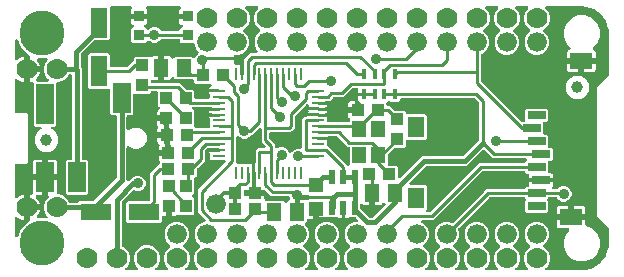
<source format=gbr>
G04 EAGLE Gerber RS-274X export*
G75*
%MOMM*%
%FSLAX34Y34*%
%LPD*%
%INTop Copper*%
%IPPOS*%
%AMOC8*
5,1,8,0,0,1.08239X$1,22.5*%
G01*
%ADD10R,0.285000X1.100000*%
%ADD11R,1.100000X0.285000*%
%ADD12R,1.100000X0.280000*%
%ADD13R,0.550000X1.200000*%
%ADD14R,1.900000X1.400000*%
%ADD15R,1.400000X1.800000*%
%ADD16R,1.500000X0.700000*%
%ADD17R,1.240000X1.500000*%
%ADD18R,1.200000X1.400000*%
%ADD19R,1.075000X1.000000*%
%ADD20R,1.000000X1.075000*%
%ADD21R,1.300000X1.200000*%
%ADD22C,1.000000*%
%ADD23R,0.450000X0.900000*%
%ADD24R,1.400000X2.600000*%
%ADD25R,2.600000X1.400000*%
%ADD26C,3.810000*%
%ADD27C,1.778000*%
%ADD28R,1.500000X2.500000*%
%ADD29R,1.500000X3.400000*%
%ADD30C,1.676400*%
%ADD31R,0.900000X0.900000*%
%ADD32C,0.254000*%
%ADD33C,0.406400*%
%ADD34C,0.906400*%
%ADD35C,0.304800*%

G36*
X360085Y2558D02*
X360085Y2558D01*
X360224Y2571D01*
X360243Y2578D01*
X360264Y2581D01*
X360392Y2632D01*
X360524Y2679D01*
X360540Y2690D01*
X360559Y2698D01*
X360672Y2779D01*
X360787Y2857D01*
X360800Y2873D01*
X360817Y2884D01*
X360905Y2992D01*
X360997Y3096D01*
X361006Y3114D01*
X361019Y3129D01*
X361079Y3255D01*
X361142Y3379D01*
X361146Y3399D01*
X361155Y3417D01*
X361181Y3554D01*
X361211Y3689D01*
X361211Y3710D01*
X361215Y3729D01*
X361206Y3868D01*
X361202Y4007D01*
X361196Y4027D01*
X361195Y4047D01*
X361152Y4179D01*
X361113Y4313D01*
X361103Y4330D01*
X361097Y4349D01*
X361022Y4467D01*
X360952Y4587D01*
X360933Y4608D01*
X360927Y4618D01*
X360912Y4632D01*
X360845Y4707D01*
X359040Y6513D01*
X357377Y10527D01*
X357377Y14873D01*
X359040Y18887D01*
X362113Y21960D01*
X362139Y21971D01*
X362182Y21995D01*
X362229Y22012D01*
X362320Y22074D01*
X362415Y22128D01*
X362451Y22163D01*
X362492Y22191D01*
X362565Y22273D01*
X362643Y22349D01*
X362669Y22392D01*
X362702Y22429D01*
X362752Y22527D01*
X362810Y22620D01*
X362824Y22668D01*
X362847Y22712D01*
X362871Y22820D01*
X362903Y22924D01*
X362906Y22974D01*
X362917Y23023D01*
X362913Y23132D01*
X362919Y23242D01*
X362908Y23291D01*
X362907Y23340D01*
X362876Y23446D01*
X362854Y23553D01*
X362832Y23598D01*
X362819Y23646D01*
X362763Y23741D01*
X362715Y23839D01*
X362682Y23877D01*
X362657Y23920D01*
X362551Y24041D01*
X359471Y27121D01*
X357885Y30948D01*
X357885Y35092D01*
X359471Y38919D01*
X362401Y41849D01*
X366228Y43435D01*
X370372Y43435D01*
X372185Y42684D01*
X372213Y42676D01*
X372240Y42662D01*
X372366Y42634D01*
X372492Y42600D01*
X372521Y42599D01*
X372550Y42593D01*
X372680Y42597D01*
X372810Y42595D01*
X372838Y42602D01*
X372868Y42602D01*
X372992Y42639D01*
X373119Y42669D01*
X373145Y42683D01*
X373173Y42691D01*
X373285Y42757D01*
X373400Y42818D01*
X373422Y42837D01*
X373447Y42852D01*
X373568Y42959D01*
X399421Y68811D01*
X401727Y71118D01*
X433418Y71118D01*
X433536Y71133D01*
X433655Y71140D01*
X433693Y71153D01*
X433734Y71158D01*
X433844Y71201D01*
X433957Y71238D01*
X433992Y71260D01*
X434029Y71275D01*
X434125Y71344D01*
X434226Y71408D01*
X434254Y71438D01*
X434287Y71461D01*
X434363Y71553D01*
X434444Y71640D01*
X434464Y71675D01*
X434489Y71706D01*
X434540Y71814D01*
X434598Y71918D01*
X434608Y71958D01*
X434625Y71994D01*
X434647Y72111D01*
X434649Y72119D01*
X435878Y73348D01*
X436963Y73348D01*
X437087Y73363D01*
X437213Y73373D01*
X437245Y73383D01*
X437278Y73388D01*
X437395Y73434D01*
X437514Y73474D01*
X437543Y73492D01*
X437574Y73505D01*
X437676Y73578D01*
X437781Y73647D01*
X437804Y73672D01*
X437831Y73691D01*
X437912Y73788D01*
X437997Y73881D01*
X438013Y73910D01*
X438034Y73936D01*
X438088Y74050D01*
X438147Y74161D01*
X438155Y74194D01*
X438170Y74224D01*
X438193Y74347D01*
X438223Y74470D01*
X438223Y74503D01*
X438229Y74536D01*
X438222Y74662D01*
X438220Y74788D01*
X438211Y74836D01*
X438210Y74854D01*
X438203Y74874D01*
X438189Y74946D01*
X438179Y74981D01*
X438179Y77066D01*
X447740Y77066D01*
X447858Y77081D01*
X447977Y77088D01*
X448015Y77100D01*
X448055Y77106D01*
X448166Y77149D01*
X448214Y77165D01*
X448232Y77155D01*
X448271Y77145D01*
X448307Y77128D01*
X448424Y77106D01*
X448540Y77076D01*
X448600Y77072D01*
X448620Y77068D01*
X448640Y77070D01*
X448700Y77066D01*
X458261Y77066D01*
X458261Y74981D01*
X458088Y74334D01*
X457753Y73755D01*
X457283Y73285D01*
X457197Y73175D01*
X457109Y73068D01*
X457100Y73049D01*
X457088Y73033D01*
X457032Y72905D01*
X456973Y72780D01*
X456969Y72760D01*
X456961Y72741D01*
X456939Y72603D01*
X456913Y72467D01*
X456915Y72447D01*
X456911Y72427D01*
X456925Y72288D01*
X456933Y72150D01*
X456939Y72131D01*
X456941Y72111D01*
X456988Y71980D01*
X457031Y71848D01*
X457042Y71830D01*
X457049Y71811D01*
X457127Y71697D01*
X457201Y71579D01*
X457216Y71565D01*
X457227Y71548D01*
X457331Y71456D01*
X457433Y71361D01*
X457451Y71351D01*
X457466Y71338D01*
X457590Y71275D01*
X457711Y71207D01*
X457731Y71202D01*
X457749Y71193D01*
X457885Y71163D01*
X458019Y71128D01*
X458047Y71126D01*
X458059Y71123D01*
X458080Y71124D01*
X458180Y71118D01*
X461358Y71118D01*
X461456Y71130D01*
X461555Y71133D01*
X461614Y71150D01*
X461674Y71158D01*
X461766Y71194D01*
X461861Y71222D01*
X461913Y71252D01*
X461969Y71275D01*
X462049Y71333D01*
X462135Y71383D01*
X462210Y71449D01*
X462227Y71461D01*
X462234Y71471D01*
X462256Y71489D01*
X463641Y72875D01*
X466054Y73875D01*
X468666Y73875D01*
X471079Y72875D01*
X472925Y71029D01*
X473925Y68616D01*
X473925Y66004D01*
X472925Y63591D01*
X471079Y61745D01*
X468666Y60745D01*
X466054Y60745D01*
X463641Y61745D01*
X461795Y63591D01*
X461738Y63729D01*
X461723Y63754D01*
X461714Y63782D01*
X461645Y63892D01*
X461580Y64005D01*
X461560Y64026D01*
X461544Y64051D01*
X461449Y64140D01*
X461359Y64233D01*
X461334Y64249D01*
X461312Y64269D01*
X461199Y64332D01*
X461088Y64400D01*
X461060Y64408D01*
X461034Y64423D01*
X460908Y64455D01*
X460784Y64493D01*
X460754Y64495D01*
X460726Y64502D01*
X460565Y64512D01*
X455022Y64512D01*
X454904Y64497D01*
X454785Y64490D01*
X454747Y64477D01*
X454706Y64472D01*
X454596Y64429D01*
X454483Y64392D01*
X454448Y64370D01*
X454411Y64355D01*
X454315Y64286D01*
X454214Y64222D01*
X454186Y64192D01*
X454153Y64169D01*
X454077Y64077D01*
X453996Y63990D01*
X453976Y63955D01*
X453951Y63924D01*
X453900Y63816D01*
X453842Y63712D01*
X453832Y63672D01*
X453815Y63636D01*
X453793Y63519D01*
X453791Y63511D01*
X453492Y63212D01*
X453419Y63118D01*
X453340Y63029D01*
X453322Y62993D01*
X453297Y62961D01*
X453250Y62852D01*
X453196Y62746D01*
X453187Y62707D01*
X453171Y62669D01*
X453152Y62551D01*
X453126Y62436D01*
X453127Y62395D01*
X453121Y62355D01*
X453132Y62236D01*
X453136Y62118D01*
X453147Y62079D01*
X453151Y62039D01*
X453191Y61926D01*
X453224Y61812D01*
X453245Y61777D01*
X453258Y61739D01*
X453325Y61641D01*
X453386Y61538D01*
X453426Y61493D01*
X453437Y61476D01*
X453452Y61463D01*
X453492Y61417D01*
X453753Y61157D01*
X453753Y52473D01*
X452562Y51282D01*
X435878Y51282D01*
X434687Y52473D01*
X434687Y61157D01*
X434948Y61417D01*
X435021Y61512D01*
X435100Y61601D01*
X435118Y61637D01*
X435143Y61669D01*
X435190Y61778D01*
X435244Y61884D01*
X435253Y61923D01*
X435269Y61961D01*
X435288Y62078D01*
X435314Y62194D01*
X435313Y62235D01*
X435319Y62275D01*
X435308Y62393D01*
X435304Y62512D01*
X435293Y62551D01*
X435289Y62591D01*
X435249Y62703D01*
X435216Y62818D01*
X435195Y62853D01*
X435182Y62891D01*
X435115Y62989D01*
X435054Y63092D01*
X435014Y63137D01*
X435003Y63154D01*
X434988Y63167D01*
X434948Y63212D01*
X434658Y63503D01*
X434652Y63518D01*
X434647Y63559D01*
X434604Y63669D01*
X434567Y63782D01*
X434545Y63817D01*
X434530Y63854D01*
X434461Y63950D01*
X434397Y64051D01*
X434367Y64079D01*
X434344Y64112D01*
X434252Y64188D01*
X434165Y64269D01*
X434130Y64289D01*
X434099Y64314D01*
X433991Y64365D01*
X433887Y64423D01*
X433847Y64433D01*
X433811Y64450D01*
X433694Y64472D01*
X433579Y64502D01*
X433519Y64506D01*
X433499Y64510D01*
X433478Y64508D01*
X433418Y64512D01*
X404989Y64512D01*
X404891Y64500D01*
X404792Y64497D01*
X404733Y64480D01*
X404673Y64472D01*
X404581Y64436D01*
X404486Y64408D01*
X404434Y64378D01*
X404378Y64355D01*
X404298Y64297D01*
X404212Y64247D01*
X404137Y64181D01*
X404120Y64169D01*
X404112Y64159D01*
X404091Y64141D01*
X378239Y38288D01*
X378221Y38265D01*
X378198Y38246D01*
X378124Y38140D01*
X378044Y38037D01*
X378032Y38010D01*
X378015Y37986D01*
X377969Y37864D01*
X377918Y37745D01*
X377913Y37716D01*
X377902Y37688D01*
X377888Y37559D01*
X377868Y37431D01*
X377870Y37401D01*
X377867Y37372D01*
X377885Y37244D01*
X377897Y37114D01*
X377907Y37086D01*
X377912Y37057D01*
X377964Y36905D01*
X378715Y35092D01*
X378715Y30948D01*
X377129Y27121D01*
X374049Y24041D01*
X374019Y24001D01*
X373982Y23968D01*
X373922Y23876D01*
X373854Y23789D01*
X373835Y23744D01*
X373807Y23702D01*
X373772Y23598D01*
X373728Y23498D01*
X373720Y23448D01*
X373704Y23401D01*
X373696Y23292D01*
X373678Y23184D01*
X373683Y23134D01*
X373679Y23084D01*
X373698Y22976D01*
X373708Y22867D01*
X373725Y22820D01*
X373733Y22771D01*
X373778Y22671D01*
X373816Y22568D01*
X373844Y22526D01*
X373864Y22481D01*
X373933Y22395D01*
X373994Y22304D01*
X374032Y22272D01*
X374063Y22233D01*
X374150Y22167D01*
X374233Y22094D01*
X374277Y22071D01*
X374317Y22041D01*
X374461Y21971D01*
X374487Y21960D01*
X377560Y18887D01*
X379223Y14873D01*
X379223Y10527D01*
X377560Y6513D01*
X375755Y4707D01*
X375669Y4598D01*
X375581Y4491D01*
X375572Y4472D01*
X375560Y4456D01*
X375504Y4328D01*
X375445Y4203D01*
X375441Y4183D01*
X375433Y4164D01*
X375411Y4026D01*
X375385Y3890D01*
X375387Y3870D01*
X375383Y3850D01*
X375396Y3711D01*
X375405Y3573D01*
X375411Y3554D01*
X375413Y3534D01*
X375460Y3402D01*
X375503Y3271D01*
X375514Y3253D01*
X375521Y3234D01*
X375599Y3119D01*
X375673Y3002D01*
X375688Y2988D01*
X375699Y2971D01*
X375804Y2879D01*
X375905Y2784D01*
X375923Y2774D01*
X375938Y2761D01*
X376062Y2697D01*
X376183Y2630D01*
X376203Y2625D01*
X376221Y2616D01*
X376357Y2586D01*
X376491Y2551D01*
X376519Y2549D01*
X376531Y2546D01*
X376552Y2547D01*
X376652Y2541D01*
X385348Y2541D01*
X385485Y2558D01*
X385624Y2571D01*
X385643Y2578D01*
X385664Y2581D01*
X385792Y2632D01*
X385924Y2679D01*
X385940Y2690D01*
X385959Y2698D01*
X386072Y2779D01*
X386187Y2857D01*
X386200Y2873D01*
X386217Y2884D01*
X386305Y2992D01*
X386397Y3096D01*
X386406Y3114D01*
X386419Y3129D01*
X386479Y3255D01*
X386542Y3379D01*
X386546Y3399D01*
X386555Y3417D01*
X386581Y3554D01*
X386611Y3689D01*
X386611Y3710D01*
X386615Y3729D01*
X386606Y3868D01*
X386602Y4007D01*
X386596Y4027D01*
X386595Y4047D01*
X386552Y4179D01*
X386513Y4313D01*
X386503Y4330D01*
X386497Y4349D01*
X386422Y4467D01*
X386352Y4587D01*
X386333Y4608D01*
X386327Y4618D01*
X386312Y4632D01*
X386245Y4707D01*
X384440Y6513D01*
X382777Y10527D01*
X382777Y14873D01*
X384440Y18887D01*
X387513Y21960D01*
X387539Y21971D01*
X387582Y21995D01*
X387629Y22012D01*
X387720Y22074D01*
X387815Y22128D01*
X387851Y22163D01*
X387892Y22191D01*
X387965Y22273D01*
X388043Y22349D01*
X388069Y22392D01*
X388102Y22429D01*
X388152Y22527D01*
X388210Y22620D01*
X388224Y22668D01*
X388247Y22712D01*
X388271Y22820D01*
X388303Y22924D01*
X388306Y22974D01*
X388317Y23023D01*
X388313Y23132D01*
X388319Y23242D01*
X388308Y23291D01*
X388307Y23340D01*
X388276Y23446D01*
X388254Y23553D01*
X388232Y23598D01*
X388219Y23646D01*
X388163Y23741D01*
X388115Y23839D01*
X388082Y23877D01*
X388057Y23920D01*
X387951Y24041D01*
X384871Y27121D01*
X383285Y30948D01*
X383285Y35092D01*
X384871Y38919D01*
X387801Y41849D01*
X391628Y43435D01*
X395772Y43435D01*
X399599Y41849D01*
X402529Y38919D01*
X404115Y35092D01*
X404115Y30948D01*
X402529Y27121D01*
X399449Y24041D01*
X399419Y24001D01*
X399382Y23968D01*
X399322Y23876D01*
X399254Y23789D01*
X399235Y23744D01*
X399207Y23702D01*
X399172Y23598D01*
X399128Y23498D01*
X399120Y23448D01*
X399104Y23401D01*
X399096Y23292D01*
X399078Y23184D01*
X399083Y23134D01*
X399079Y23084D01*
X399098Y22976D01*
X399108Y22867D01*
X399125Y22820D01*
X399133Y22771D01*
X399178Y22671D01*
X399216Y22568D01*
X399244Y22526D01*
X399264Y22481D01*
X399333Y22395D01*
X399394Y22304D01*
X399432Y22272D01*
X399463Y22233D01*
X399550Y22167D01*
X399633Y22094D01*
X399677Y22071D01*
X399717Y22041D01*
X399861Y21971D01*
X399887Y21960D01*
X402960Y18887D01*
X404623Y14873D01*
X404623Y10527D01*
X402960Y6513D01*
X401155Y4707D01*
X401069Y4598D01*
X400981Y4491D01*
X400972Y4472D01*
X400960Y4456D01*
X400904Y4328D01*
X400845Y4203D01*
X400841Y4183D01*
X400833Y4164D01*
X400811Y4026D01*
X400785Y3890D01*
X400787Y3870D01*
X400783Y3850D01*
X400796Y3711D01*
X400805Y3573D01*
X400811Y3554D01*
X400813Y3534D01*
X400860Y3402D01*
X400903Y3271D01*
X400914Y3253D01*
X400921Y3234D01*
X400999Y3119D01*
X401073Y3002D01*
X401088Y2988D01*
X401099Y2971D01*
X401204Y2879D01*
X401305Y2784D01*
X401323Y2774D01*
X401338Y2761D01*
X401462Y2697D01*
X401583Y2630D01*
X401603Y2625D01*
X401621Y2616D01*
X401757Y2586D01*
X401891Y2551D01*
X401919Y2549D01*
X401931Y2546D01*
X401952Y2547D01*
X402052Y2541D01*
X410748Y2541D01*
X410885Y2558D01*
X411024Y2571D01*
X411043Y2578D01*
X411064Y2581D01*
X411192Y2632D01*
X411324Y2679D01*
X411340Y2690D01*
X411359Y2698D01*
X411472Y2779D01*
X411587Y2857D01*
X411600Y2873D01*
X411617Y2884D01*
X411705Y2992D01*
X411797Y3096D01*
X411806Y3114D01*
X411819Y3129D01*
X411879Y3255D01*
X411942Y3379D01*
X411946Y3399D01*
X411955Y3417D01*
X411981Y3554D01*
X412011Y3689D01*
X412011Y3710D01*
X412015Y3729D01*
X412006Y3868D01*
X412002Y4007D01*
X411996Y4027D01*
X411995Y4047D01*
X411952Y4179D01*
X411913Y4313D01*
X411903Y4330D01*
X411897Y4349D01*
X411822Y4467D01*
X411752Y4587D01*
X411733Y4608D01*
X411727Y4618D01*
X411712Y4632D01*
X411645Y4707D01*
X409840Y6513D01*
X408177Y10527D01*
X408177Y14873D01*
X409840Y18887D01*
X412913Y21960D01*
X412939Y21971D01*
X412982Y21995D01*
X413029Y22012D01*
X413120Y22074D01*
X413215Y22128D01*
X413251Y22163D01*
X413292Y22191D01*
X413365Y22273D01*
X413443Y22349D01*
X413469Y22392D01*
X413502Y22429D01*
X413552Y22527D01*
X413610Y22621D01*
X413624Y22668D01*
X413647Y22712D01*
X413671Y22819D01*
X413703Y22924D01*
X413706Y22974D01*
X413717Y23023D01*
X413713Y23132D01*
X413719Y23242D01*
X413708Y23291D01*
X413707Y23340D01*
X413676Y23446D01*
X413654Y23554D01*
X413632Y23598D01*
X413619Y23646D01*
X413563Y23741D01*
X413514Y23839D01*
X413482Y23877D01*
X413457Y23920D01*
X413351Y24041D01*
X410271Y27121D01*
X408685Y30948D01*
X408685Y35092D01*
X410271Y38919D01*
X413201Y41849D01*
X417028Y43435D01*
X421172Y43435D01*
X424999Y41849D01*
X427929Y38919D01*
X429515Y35092D01*
X429515Y30948D01*
X427929Y27121D01*
X424849Y24041D01*
X424819Y24001D01*
X424782Y23968D01*
X424722Y23876D01*
X424654Y23789D01*
X424635Y23744D01*
X424607Y23702D01*
X424572Y23599D01*
X424528Y23498D01*
X424520Y23448D01*
X424504Y23402D01*
X424496Y23292D01*
X424478Y23184D01*
X424483Y23134D01*
X424479Y23085D01*
X424498Y22977D01*
X424508Y22867D01*
X424525Y22820D01*
X424533Y22771D01*
X424579Y22671D01*
X424616Y22568D01*
X424644Y22527D01*
X424664Y22481D01*
X424733Y22395D01*
X424794Y22305D01*
X424831Y22272D01*
X424863Y22233D01*
X424950Y22167D01*
X425033Y22094D01*
X425077Y22071D01*
X425117Y22042D01*
X425261Y21971D01*
X425287Y21960D01*
X428360Y18887D01*
X430023Y14873D01*
X430023Y10527D01*
X428360Y6513D01*
X426555Y4707D01*
X426469Y4598D01*
X426381Y4491D01*
X426372Y4472D01*
X426360Y4456D01*
X426304Y4328D01*
X426245Y4203D01*
X426241Y4183D01*
X426233Y4164D01*
X426211Y4026D01*
X426185Y3890D01*
X426187Y3870D01*
X426183Y3850D01*
X426196Y3711D01*
X426205Y3573D01*
X426211Y3554D01*
X426213Y3534D01*
X426260Y3402D01*
X426303Y3271D01*
X426314Y3253D01*
X426321Y3234D01*
X426399Y3119D01*
X426473Y3002D01*
X426488Y2988D01*
X426499Y2971D01*
X426604Y2879D01*
X426705Y2784D01*
X426723Y2774D01*
X426738Y2761D01*
X426862Y2697D01*
X426983Y2630D01*
X427003Y2625D01*
X427021Y2616D01*
X427157Y2586D01*
X427291Y2551D01*
X427319Y2549D01*
X427331Y2546D01*
X427352Y2547D01*
X427452Y2541D01*
X436148Y2541D01*
X436285Y2558D01*
X436424Y2571D01*
X436443Y2578D01*
X436464Y2581D01*
X436592Y2632D01*
X436724Y2679D01*
X436740Y2690D01*
X436759Y2698D01*
X436872Y2779D01*
X436987Y2857D01*
X437000Y2873D01*
X437017Y2884D01*
X437105Y2992D01*
X437197Y3096D01*
X437206Y3114D01*
X437219Y3129D01*
X437279Y3255D01*
X437342Y3379D01*
X437346Y3399D01*
X437355Y3417D01*
X437381Y3554D01*
X437411Y3689D01*
X437411Y3710D01*
X437415Y3729D01*
X437406Y3868D01*
X437402Y4007D01*
X437396Y4027D01*
X437395Y4047D01*
X437352Y4179D01*
X437313Y4313D01*
X437303Y4330D01*
X437297Y4349D01*
X437222Y4467D01*
X437152Y4587D01*
X437133Y4608D01*
X437127Y4618D01*
X437112Y4632D01*
X437045Y4707D01*
X435240Y6513D01*
X433577Y10527D01*
X433577Y14873D01*
X435240Y18887D01*
X438313Y21960D01*
X438339Y21971D01*
X438382Y21995D01*
X438429Y22012D01*
X438520Y22074D01*
X438615Y22128D01*
X438651Y22163D01*
X438692Y22191D01*
X438765Y22273D01*
X438843Y22349D01*
X438869Y22392D01*
X438902Y22429D01*
X438952Y22527D01*
X439010Y22621D01*
X439024Y22668D01*
X439047Y22712D01*
X439071Y22819D01*
X439103Y22924D01*
X439106Y22974D01*
X439117Y23023D01*
X439113Y23132D01*
X439119Y23242D01*
X439108Y23291D01*
X439107Y23340D01*
X439076Y23446D01*
X439054Y23554D01*
X439032Y23598D01*
X439019Y23646D01*
X438963Y23741D01*
X438914Y23839D01*
X438882Y23877D01*
X438857Y23920D01*
X438751Y24041D01*
X435671Y27121D01*
X434085Y30948D01*
X434085Y35092D01*
X435671Y38919D01*
X438601Y41849D01*
X442428Y43435D01*
X446572Y43435D01*
X450399Y41849D01*
X453329Y38919D01*
X454915Y35092D01*
X454915Y30948D01*
X453329Y27121D01*
X450249Y24041D01*
X450219Y24001D01*
X450182Y23968D01*
X450122Y23876D01*
X450054Y23789D01*
X450035Y23744D01*
X450007Y23702D01*
X449972Y23599D01*
X449928Y23498D01*
X449920Y23448D01*
X449904Y23402D01*
X449896Y23292D01*
X449878Y23184D01*
X449883Y23134D01*
X449879Y23085D01*
X449898Y22977D01*
X449908Y22867D01*
X449925Y22820D01*
X449933Y22771D01*
X449979Y22671D01*
X450016Y22568D01*
X450044Y22527D01*
X450064Y22481D01*
X450133Y22395D01*
X450194Y22305D01*
X450231Y22272D01*
X450263Y22233D01*
X450350Y22167D01*
X450433Y22094D01*
X450477Y22071D01*
X450517Y22042D01*
X450661Y21971D01*
X450687Y21960D01*
X453760Y18887D01*
X455423Y14873D01*
X455423Y10527D01*
X453760Y6513D01*
X451955Y4707D01*
X451869Y4598D01*
X451781Y4491D01*
X451772Y4472D01*
X451760Y4456D01*
X451704Y4328D01*
X451645Y4203D01*
X451641Y4183D01*
X451633Y4164D01*
X451611Y4026D01*
X451585Y3890D01*
X451587Y3870D01*
X451583Y3850D01*
X451596Y3711D01*
X451605Y3573D01*
X451611Y3554D01*
X451613Y3534D01*
X451660Y3402D01*
X451703Y3271D01*
X451714Y3253D01*
X451721Y3234D01*
X451799Y3119D01*
X451873Y3002D01*
X451888Y2988D01*
X451899Y2971D01*
X452004Y2879D01*
X452105Y2784D01*
X452123Y2774D01*
X452138Y2761D01*
X452262Y2697D01*
X452383Y2630D01*
X452403Y2625D01*
X452421Y2616D01*
X452557Y2586D01*
X452691Y2551D01*
X452719Y2549D01*
X452731Y2546D01*
X452752Y2547D01*
X452852Y2541D01*
X482600Y2541D01*
X482622Y2543D01*
X482700Y2545D01*
X486077Y2810D01*
X486145Y2824D01*
X486214Y2829D01*
X486370Y2869D01*
X492794Y4956D01*
X492901Y5006D01*
X493012Y5050D01*
X493063Y5083D01*
X493082Y5091D01*
X493097Y5104D01*
X493148Y5136D01*
X498612Y9107D01*
X498699Y9188D01*
X498746Y9227D01*
X498752Y9231D01*
X498753Y9232D01*
X498791Y9264D01*
X498829Y9310D01*
X498844Y9324D01*
X498855Y9342D01*
X498893Y9388D01*
X502864Y14852D01*
X502921Y14956D01*
X502985Y15056D01*
X503007Y15113D01*
X503017Y15131D01*
X503022Y15151D01*
X503044Y15206D01*
X505131Y21630D01*
X505144Y21698D01*
X505167Y21764D01*
X505190Y21923D01*
X505455Y25300D01*
X505455Y25304D01*
X505456Y25307D01*
X505455Y25326D01*
X505459Y25400D01*
X505459Y37792D01*
X505447Y37890D01*
X505444Y37989D01*
X505427Y38047D01*
X505419Y38107D01*
X505383Y38199D01*
X505355Y38295D01*
X505325Y38347D01*
X505302Y38403D01*
X505244Y38483D01*
X505194Y38568D01*
X505128Y38644D01*
X505116Y38660D01*
X505106Y38668D01*
X505088Y38689D01*
X495299Y48478D01*
X495299Y157262D01*
X505088Y167051D01*
X505148Y167129D01*
X505216Y167201D01*
X505245Y167254D01*
X505282Y167302D01*
X505322Y167393D01*
X505370Y167480D01*
X505385Y167538D01*
X505409Y167594D01*
X505424Y167692D01*
X505449Y167787D01*
X505455Y167888D01*
X505459Y167908D01*
X505457Y167920D01*
X505459Y167948D01*
X505459Y203200D01*
X505457Y203222D01*
X505455Y203300D01*
X505190Y206677D01*
X505176Y206745D01*
X505171Y206814D01*
X505131Y206970D01*
X503044Y213394D01*
X502994Y213501D01*
X502950Y213612D01*
X502917Y213663D01*
X502909Y213682D01*
X502896Y213697D01*
X502864Y213748D01*
X498893Y219212D01*
X498812Y219299D01*
X498736Y219391D01*
X498690Y219429D01*
X498676Y219444D01*
X498658Y219455D01*
X498612Y219493D01*
X493148Y223464D01*
X493044Y223521D01*
X492944Y223585D01*
X492887Y223607D01*
X492869Y223617D01*
X492849Y223622D01*
X492794Y223644D01*
X486370Y225731D01*
X486302Y225744D01*
X486236Y225767D01*
X486077Y225790D01*
X482700Y226055D01*
X482678Y226054D01*
X482600Y226059D01*
X452852Y226059D01*
X452715Y226042D01*
X452576Y226029D01*
X452557Y226022D01*
X452536Y226019D01*
X452408Y225968D01*
X452276Y225921D01*
X452260Y225910D01*
X452241Y225902D01*
X452128Y225821D01*
X452013Y225743D01*
X452000Y225727D01*
X451983Y225716D01*
X451895Y225608D01*
X451803Y225504D01*
X451794Y225486D01*
X451781Y225471D01*
X451721Y225345D01*
X451658Y225221D01*
X451654Y225201D01*
X451645Y225183D01*
X451619Y225046D01*
X451589Y224911D01*
X451589Y224890D01*
X451585Y224871D01*
X451594Y224732D01*
X451598Y224593D01*
X451604Y224573D01*
X451605Y224553D01*
X451648Y224421D01*
X451687Y224287D01*
X451697Y224270D01*
X451703Y224251D01*
X451778Y224133D01*
X451848Y224013D01*
X451867Y223992D01*
X451873Y223982D01*
X451888Y223968D01*
X451955Y223893D01*
X453760Y222087D01*
X455423Y218073D01*
X455423Y213727D01*
X453760Y209713D01*
X450687Y206640D01*
X450661Y206629D01*
X450618Y206605D01*
X450571Y206588D01*
X450480Y206526D01*
X450385Y206472D01*
X450349Y206437D01*
X450308Y206409D01*
X450235Y206327D01*
X450157Y206251D01*
X450131Y206208D01*
X450098Y206171D01*
X450048Y206073D01*
X449990Y205979D01*
X449976Y205932D01*
X449953Y205888D01*
X449929Y205781D01*
X449897Y205676D01*
X449894Y205626D01*
X449883Y205577D01*
X449887Y205468D01*
X449881Y205358D01*
X449892Y205309D01*
X449893Y205260D01*
X449924Y205154D01*
X449946Y205046D01*
X449968Y205002D01*
X449981Y204954D01*
X450037Y204859D01*
X450086Y204761D01*
X450118Y204723D01*
X450143Y204680D01*
X450249Y204559D01*
X453329Y201479D01*
X454915Y197652D01*
X454915Y193508D01*
X453329Y189681D01*
X450399Y186751D01*
X446572Y185165D01*
X442428Y185165D01*
X438601Y186751D01*
X435671Y189681D01*
X434085Y193508D01*
X434085Y197652D01*
X435671Y201479D01*
X438751Y204559D01*
X438781Y204599D01*
X438818Y204632D01*
X438878Y204724D01*
X438946Y204811D01*
X438965Y204856D01*
X438993Y204898D01*
X439028Y205001D01*
X439072Y205102D01*
X439080Y205152D01*
X439096Y205198D01*
X439104Y205308D01*
X439122Y205416D01*
X439117Y205466D01*
X439121Y205515D01*
X439102Y205623D01*
X439092Y205733D01*
X439075Y205780D01*
X439067Y205829D01*
X439021Y205929D01*
X438984Y206032D01*
X438956Y206073D01*
X438936Y206119D01*
X438867Y206205D01*
X438806Y206295D01*
X438769Y206328D01*
X438737Y206367D01*
X438650Y206433D01*
X438567Y206506D01*
X438523Y206529D01*
X438483Y206558D01*
X438339Y206629D01*
X438313Y206640D01*
X435240Y209713D01*
X433577Y213727D01*
X433577Y218073D01*
X435240Y222087D01*
X437045Y223893D01*
X437131Y224002D01*
X437219Y224109D01*
X437228Y224128D01*
X437240Y224144D01*
X437296Y224272D01*
X437355Y224397D01*
X437359Y224417D01*
X437367Y224436D01*
X437389Y224574D01*
X437415Y224710D01*
X437413Y224730D01*
X437417Y224750D01*
X437404Y224889D01*
X437395Y225027D01*
X437389Y225046D01*
X437387Y225066D01*
X437340Y225198D01*
X437297Y225329D01*
X437286Y225347D01*
X437279Y225366D01*
X437201Y225481D01*
X437127Y225598D01*
X437112Y225612D01*
X437101Y225629D01*
X436996Y225721D01*
X436895Y225816D01*
X436877Y225826D01*
X436862Y225839D01*
X436738Y225903D01*
X436617Y225970D01*
X436597Y225975D01*
X436579Y225984D01*
X436443Y226014D01*
X436309Y226049D01*
X436281Y226051D01*
X436269Y226054D01*
X436248Y226053D01*
X436148Y226059D01*
X427452Y226059D01*
X427315Y226042D01*
X427176Y226029D01*
X427157Y226022D01*
X427136Y226019D01*
X427008Y225968D01*
X426876Y225921D01*
X426860Y225910D01*
X426841Y225902D01*
X426728Y225821D01*
X426613Y225743D01*
X426600Y225727D01*
X426583Y225716D01*
X426495Y225608D01*
X426403Y225504D01*
X426394Y225486D01*
X426381Y225471D01*
X426321Y225345D01*
X426258Y225221D01*
X426254Y225201D01*
X426245Y225183D01*
X426219Y225046D01*
X426189Y224911D01*
X426189Y224890D01*
X426185Y224871D01*
X426194Y224732D01*
X426198Y224593D01*
X426204Y224573D01*
X426205Y224553D01*
X426248Y224421D01*
X426287Y224287D01*
X426297Y224270D01*
X426303Y224251D01*
X426378Y224133D01*
X426448Y224013D01*
X426467Y223992D01*
X426473Y223982D01*
X426488Y223968D01*
X426555Y223893D01*
X428360Y222087D01*
X430023Y218073D01*
X430023Y213727D01*
X428360Y209713D01*
X425287Y206640D01*
X425261Y206629D01*
X425218Y206605D01*
X425171Y206588D01*
X425080Y206526D01*
X424985Y206472D01*
X424949Y206437D01*
X424908Y206409D01*
X424835Y206327D01*
X424757Y206251D01*
X424731Y206208D01*
X424698Y206171D01*
X424648Y206073D01*
X424590Y205979D01*
X424576Y205932D01*
X424553Y205888D01*
X424529Y205781D01*
X424497Y205676D01*
X424494Y205626D01*
X424483Y205577D01*
X424487Y205468D01*
X424481Y205358D01*
X424492Y205309D01*
X424493Y205260D01*
X424524Y205154D01*
X424546Y205046D01*
X424568Y205002D01*
X424581Y204954D01*
X424637Y204859D01*
X424686Y204761D01*
X424718Y204723D01*
X424743Y204680D01*
X424849Y204559D01*
X427929Y201479D01*
X429515Y197652D01*
X429515Y193508D01*
X427929Y189681D01*
X424999Y186751D01*
X421172Y185165D01*
X417028Y185165D01*
X413201Y186751D01*
X410271Y189681D01*
X408685Y193508D01*
X408685Y197652D01*
X410271Y201479D01*
X413351Y204559D01*
X413381Y204599D01*
X413418Y204632D01*
X413478Y204724D01*
X413546Y204811D01*
X413565Y204856D01*
X413593Y204898D01*
X413628Y205001D01*
X413672Y205102D01*
X413680Y205152D01*
X413696Y205198D01*
X413704Y205308D01*
X413722Y205416D01*
X413717Y205466D01*
X413721Y205515D01*
X413702Y205623D01*
X413692Y205733D01*
X413675Y205780D01*
X413667Y205829D01*
X413621Y205929D01*
X413584Y206032D01*
X413556Y206073D01*
X413536Y206119D01*
X413467Y206205D01*
X413406Y206295D01*
X413369Y206328D01*
X413337Y206367D01*
X413250Y206433D01*
X413167Y206506D01*
X413123Y206529D01*
X413083Y206558D01*
X412939Y206629D01*
X412913Y206640D01*
X409840Y209713D01*
X408177Y213727D01*
X408177Y218073D01*
X409840Y222087D01*
X411645Y223893D01*
X411731Y224002D01*
X411819Y224109D01*
X411828Y224128D01*
X411840Y224144D01*
X411896Y224272D01*
X411955Y224397D01*
X411959Y224417D01*
X411967Y224436D01*
X411989Y224574D01*
X412015Y224710D01*
X412013Y224730D01*
X412017Y224750D01*
X412004Y224889D01*
X411995Y225027D01*
X411989Y225046D01*
X411987Y225066D01*
X411940Y225198D01*
X411897Y225329D01*
X411886Y225347D01*
X411879Y225366D01*
X411801Y225481D01*
X411727Y225598D01*
X411712Y225612D01*
X411701Y225629D01*
X411596Y225721D01*
X411495Y225816D01*
X411477Y225826D01*
X411462Y225839D01*
X411338Y225903D01*
X411217Y225970D01*
X411197Y225975D01*
X411179Y225984D01*
X411043Y226014D01*
X410909Y226049D01*
X410881Y226051D01*
X410869Y226054D01*
X410848Y226053D01*
X410748Y226059D01*
X402052Y226059D01*
X401915Y226042D01*
X401776Y226029D01*
X401757Y226022D01*
X401736Y226019D01*
X401608Y225968D01*
X401476Y225921D01*
X401460Y225910D01*
X401441Y225902D01*
X401328Y225821D01*
X401213Y225743D01*
X401200Y225727D01*
X401183Y225716D01*
X401095Y225608D01*
X401003Y225504D01*
X400994Y225486D01*
X400981Y225471D01*
X400921Y225345D01*
X400858Y225221D01*
X400854Y225201D01*
X400845Y225183D01*
X400819Y225046D01*
X400789Y224911D01*
X400789Y224890D01*
X400785Y224871D01*
X400794Y224732D01*
X400798Y224593D01*
X400804Y224573D01*
X400805Y224553D01*
X400848Y224421D01*
X400887Y224287D01*
X400897Y224270D01*
X400903Y224251D01*
X400978Y224133D01*
X401048Y224013D01*
X401067Y223992D01*
X401073Y223982D01*
X401088Y223968D01*
X401155Y223893D01*
X402960Y222087D01*
X404623Y218073D01*
X404623Y213727D01*
X402960Y209713D01*
X399887Y206640D01*
X399861Y206629D01*
X399818Y206605D01*
X399771Y206588D01*
X399680Y206526D01*
X399585Y206472D01*
X399549Y206437D01*
X399508Y206409D01*
X399435Y206327D01*
X399357Y206251D01*
X399331Y206208D01*
X399298Y206171D01*
X399248Y206073D01*
X399190Y205979D01*
X399176Y205932D01*
X399153Y205888D01*
X399129Y205781D01*
X399097Y205676D01*
X399094Y205626D01*
X399083Y205577D01*
X399087Y205468D01*
X399081Y205358D01*
X399092Y205309D01*
X399093Y205260D01*
X399124Y205154D01*
X399146Y205046D01*
X399168Y205002D01*
X399181Y204954D01*
X399237Y204859D01*
X399286Y204761D01*
X399318Y204723D01*
X399343Y204680D01*
X399449Y204559D01*
X402529Y201479D01*
X404115Y197652D01*
X404115Y193508D01*
X402529Y189681D01*
X399599Y186751D01*
X397786Y186000D01*
X397761Y185985D01*
X397733Y185976D01*
X397623Y185906D01*
X397510Y185842D01*
X397489Y185822D01*
X397464Y185806D01*
X397375Y185711D01*
X397282Y185621D01*
X397266Y185596D01*
X397246Y185574D01*
X397183Y185460D01*
X397115Y185350D01*
X397107Y185322D01*
X397092Y185296D01*
X397060Y185170D01*
X397022Y185046D01*
X397020Y185016D01*
X397013Y184988D01*
X397003Y184827D01*
X397003Y163184D01*
X397015Y163086D01*
X397018Y162987D01*
X397035Y162928D01*
X397043Y162868D01*
X397079Y162776D01*
X397107Y162681D01*
X397137Y162629D01*
X397160Y162573D01*
X397218Y162493D01*
X397268Y162407D01*
X397334Y162332D01*
X397346Y162315D01*
X397356Y162307D01*
X397374Y162286D01*
X430941Y128719D01*
X431020Y128659D01*
X431092Y128591D01*
X431145Y128562D01*
X431193Y128525D01*
X431284Y128485D01*
X431370Y128437D01*
X431429Y128422D01*
X431484Y128398D01*
X431582Y128383D01*
X431678Y128358D01*
X431778Y128352D01*
X431799Y128348D01*
X431811Y128350D01*
X431839Y128348D01*
X433418Y128348D01*
X433536Y128363D01*
X433655Y128370D01*
X433693Y128383D01*
X433734Y128388D01*
X433844Y128431D01*
X433957Y128468D01*
X433992Y128490D01*
X434029Y128505D01*
X434125Y128574D01*
X434226Y128638D01*
X434254Y128668D01*
X434287Y128691D01*
X434363Y128783D01*
X434444Y128870D01*
X434464Y128905D01*
X434489Y128936D01*
X434540Y129044D01*
X434598Y129148D01*
X434608Y129188D01*
X434625Y129224D01*
X434647Y129341D01*
X434677Y129456D01*
X434681Y129516D01*
X434685Y129536D01*
X434683Y129557D01*
X434687Y129617D01*
X434687Y138157D01*
X435878Y139348D01*
X452562Y139348D01*
X453753Y138157D01*
X453753Y129473D01*
X452562Y128282D01*
X451022Y128282D01*
X450904Y128267D01*
X450785Y128260D01*
X450747Y128247D01*
X450706Y128242D01*
X450596Y128199D01*
X450483Y128162D01*
X450448Y128140D01*
X450411Y128125D01*
X450315Y128056D01*
X450214Y127992D01*
X450186Y127962D01*
X450153Y127939D01*
X450077Y127847D01*
X449996Y127760D01*
X449976Y127725D01*
X449951Y127694D01*
X449900Y127586D01*
X449842Y127482D01*
X449832Y127442D01*
X449815Y127406D01*
X449793Y127289D01*
X449763Y127174D01*
X449759Y127114D01*
X449755Y127094D01*
X449757Y127073D01*
X449753Y127013D01*
X449753Y118617D01*
X449768Y118499D01*
X449775Y118380D01*
X449788Y118342D01*
X449793Y118301D01*
X449836Y118191D01*
X449873Y118078D01*
X449895Y118043D01*
X449910Y118006D01*
X449979Y117910D01*
X450043Y117809D01*
X450073Y117781D01*
X450096Y117748D01*
X450188Y117672D01*
X450275Y117591D01*
X450310Y117571D01*
X450341Y117546D01*
X450449Y117495D01*
X450553Y117437D01*
X450593Y117427D01*
X450629Y117410D01*
X450746Y117388D01*
X450861Y117358D01*
X450921Y117354D01*
X450941Y117350D01*
X450962Y117352D01*
X451022Y117348D01*
X452562Y117348D01*
X453753Y116157D01*
X453753Y107617D01*
X453768Y107499D01*
X453775Y107380D01*
X453788Y107342D01*
X453793Y107301D01*
X453836Y107191D01*
X453873Y107078D01*
X453895Y107043D01*
X453910Y107006D01*
X453979Y106910D01*
X454043Y106809D01*
X454073Y106781D01*
X454096Y106748D01*
X454188Y106672D01*
X454275Y106591D01*
X454310Y106571D01*
X454341Y106546D01*
X454449Y106495D01*
X454553Y106437D01*
X454593Y106427D01*
X454629Y106410D01*
X454746Y106388D01*
X454861Y106358D01*
X454921Y106354D01*
X454941Y106350D01*
X454962Y106352D01*
X455022Y106348D01*
X456562Y106348D01*
X457753Y105157D01*
X457753Y96473D01*
X456562Y95282D01*
X455022Y95282D01*
X454904Y95267D01*
X454785Y95260D01*
X454747Y95247D01*
X454706Y95242D01*
X454596Y95199D01*
X454483Y95162D01*
X454448Y95140D01*
X454411Y95125D01*
X454315Y95056D01*
X454214Y94992D01*
X454186Y94962D01*
X454153Y94939D01*
X454077Y94847D01*
X453996Y94760D01*
X453976Y94725D01*
X453951Y94694D01*
X453900Y94586D01*
X453842Y94482D01*
X453832Y94442D01*
X453815Y94406D01*
X453793Y94289D01*
X453763Y94174D01*
X453759Y94114D01*
X453755Y94094D01*
X453757Y94073D01*
X453753Y94013D01*
X453753Y86125D01*
X453768Y86007D01*
X453775Y85888D01*
X453788Y85850D01*
X453793Y85809D01*
X453836Y85699D01*
X453873Y85586D01*
X453895Y85551D01*
X453910Y85514D01*
X453979Y85418D01*
X454043Y85317D01*
X454073Y85289D01*
X454096Y85256D01*
X454188Y85180D01*
X454275Y85099D01*
X454310Y85079D01*
X454341Y85054D01*
X454449Y85003D01*
X454553Y84945D01*
X454593Y84935D01*
X454629Y84918D01*
X454746Y84896D01*
X454861Y84866D01*
X454921Y84862D01*
X454941Y84858D01*
X454962Y84860D01*
X455022Y84856D01*
X456054Y84856D01*
X456701Y84683D01*
X457280Y84348D01*
X457753Y83875D01*
X458088Y83296D01*
X458261Y82649D01*
X458261Y80564D01*
X448700Y80564D01*
X448582Y80549D01*
X448463Y80542D01*
X448425Y80529D01*
X448385Y80524D01*
X448274Y80481D01*
X448226Y80465D01*
X448208Y80475D01*
X448169Y80485D01*
X448133Y80502D01*
X448016Y80524D01*
X447900Y80554D01*
X447840Y80558D01*
X447820Y80562D01*
X447800Y80560D01*
X447740Y80564D01*
X438179Y80564D01*
X438179Y82649D01*
X438189Y82684D01*
X438206Y82809D01*
X438229Y82933D01*
X438227Y82966D01*
X438232Y82999D01*
X438217Y83125D01*
X438210Y83250D01*
X438199Y83282D01*
X438195Y83315D01*
X438150Y83433D01*
X438112Y83552D01*
X438094Y83581D01*
X438082Y83612D01*
X438009Y83715D01*
X437941Y83821D01*
X437917Y83844D01*
X437897Y83872D01*
X437801Y83953D01*
X437710Y84039D01*
X437680Y84055D01*
X437655Y84077D01*
X437541Y84132D01*
X437431Y84193D01*
X437399Y84201D01*
X437368Y84216D01*
X437245Y84241D01*
X437123Y84272D01*
X437075Y84275D01*
X437057Y84279D01*
X437035Y84278D01*
X436963Y84282D01*
X435878Y84282D01*
X434658Y85503D01*
X434652Y85518D01*
X434647Y85559D01*
X434604Y85669D01*
X434567Y85782D01*
X434545Y85817D01*
X434530Y85854D01*
X434461Y85950D01*
X434397Y86051D01*
X434367Y86079D01*
X434344Y86112D01*
X434252Y86188D01*
X434165Y86269D01*
X434130Y86289D01*
X434099Y86314D01*
X433991Y86365D01*
X433887Y86423D01*
X433847Y86433D01*
X433811Y86450D01*
X433694Y86472D01*
X433579Y86502D01*
X433519Y86506D01*
X433499Y86510D01*
X433478Y86508D01*
X433418Y86512D01*
X399049Y86512D01*
X398951Y86500D01*
X398852Y86497D01*
X398793Y86480D01*
X398733Y86472D01*
X398641Y86436D01*
X398546Y86408D01*
X398494Y86378D01*
X398438Y86355D01*
X398358Y86297D01*
X398272Y86247D01*
X398197Y86181D01*
X398180Y86169D01*
X398172Y86159D01*
X398151Y86141D01*
X356968Y44957D01*
X347677Y44957D01*
X347608Y44949D01*
X347538Y44950D01*
X347450Y44929D01*
X347361Y44917D01*
X347296Y44892D01*
X347229Y44875D01*
X347149Y44833D01*
X347066Y44800D01*
X347009Y44759D01*
X346947Y44727D01*
X346881Y44666D01*
X346808Y44614D01*
X346764Y44560D01*
X346712Y44513D01*
X346663Y44438D01*
X346605Y44369D01*
X346576Y44305D01*
X346537Y44247D01*
X346508Y44162D01*
X346470Y44081D01*
X346457Y44012D01*
X346434Y43946D01*
X346427Y43857D01*
X346410Y43769D01*
X346414Y43699D01*
X346409Y43629D01*
X346424Y43541D01*
X346430Y43451D01*
X346451Y43385D01*
X346463Y43316D01*
X346500Y43234D01*
X346528Y43149D01*
X346565Y43090D01*
X346594Y43026D01*
X346650Y42956D01*
X346698Y42880D01*
X346749Y42832D01*
X346792Y42778D01*
X346864Y42723D01*
X346930Y42662D01*
X346991Y42628D01*
X347047Y42586D01*
X347191Y42515D01*
X348799Y41849D01*
X351729Y38919D01*
X353315Y35092D01*
X353315Y30948D01*
X351729Y27121D01*
X348649Y24041D01*
X348619Y24001D01*
X348582Y23968D01*
X348522Y23876D01*
X348454Y23789D01*
X348435Y23744D01*
X348407Y23702D01*
X348372Y23598D01*
X348328Y23498D01*
X348320Y23448D01*
X348304Y23401D01*
X348296Y23292D01*
X348278Y23184D01*
X348283Y23134D01*
X348279Y23084D01*
X348298Y22976D01*
X348308Y22867D01*
X348325Y22820D01*
X348333Y22771D01*
X348378Y22671D01*
X348416Y22568D01*
X348444Y22526D01*
X348464Y22481D01*
X348533Y22395D01*
X348594Y22304D01*
X348632Y22272D01*
X348663Y22233D01*
X348750Y22167D01*
X348833Y22094D01*
X348877Y22071D01*
X348917Y22041D01*
X349061Y21971D01*
X349087Y21960D01*
X352160Y18887D01*
X353823Y14873D01*
X353823Y10527D01*
X352160Y6513D01*
X350355Y4707D01*
X350269Y4598D01*
X350181Y4491D01*
X350172Y4472D01*
X350160Y4456D01*
X350104Y4328D01*
X350045Y4203D01*
X350041Y4183D01*
X350033Y4164D01*
X350011Y4026D01*
X349985Y3890D01*
X349987Y3870D01*
X349983Y3850D01*
X349996Y3711D01*
X350005Y3573D01*
X350011Y3554D01*
X350013Y3534D01*
X350060Y3402D01*
X350103Y3271D01*
X350114Y3253D01*
X350121Y3234D01*
X350199Y3119D01*
X350273Y3002D01*
X350288Y2988D01*
X350299Y2971D01*
X350404Y2879D01*
X350505Y2784D01*
X350523Y2774D01*
X350538Y2761D01*
X350662Y2697D01*
X350783Y2630D01*
X350803Y2625D01*
X350821Y2616D01*
X350957Y2586D01*
X351091Y2551D01*
X351119Y2549D01*
X351131Y2546D01*
X351152Y2547D01*
X351252Y2541D01*
X359948Y2541D01*
X360085Y2558D01*
G37*
G36*
X3957Y30433D02*
X3957Y30433D01*
X4047Y30439D01*
X4113Y30460D01*
X4182Y30472D01*
X4264Y30509D01*
X4349Y30537D01*
X4408Y30574D01*
X4472Y30603D01*
X4542Y30659D01*
X4618Y30707D01*
X4666Y30758D01*
X4720Y30801D01*
X4775Y30873D01*
X4836Y30938D01*
X4870Y31000D01*
X4912Y31055D01*
X4983Y31200D01*
X7527Y37342D01*
X13458Y43273D01*
X14416Y43670D01*
X14441Y43685D01*
X14469Y43694D01*
X14579Y43763D01*
X14692Y43828D01*
X14713Y43848D01*
X14738Y43864D01*
X14827Y43959D01*
X14920Y44049D01*
X14936Y44074D01*
X14956Y44095D01*
X15019Y44209D01*
X15087Y44320D01*
X15095Y44348D01*
X15110Y44374D01*
X15142Y44500D01*
X15180Y44624D01*
X15182Y44653D01*
X15189Y44682D01*
X15199Y44843D01*
X15199Y53381D01*
X23877Y53381D01*
X23849Y53203D01*
X23293Y51492D01*
X22476Y49889D01*
X21466Y48498D01*
X21447Y48463D01*
X21421Y48433D01*
X21370Y48324D01*
X21313Y48219D01*
X21303Y48181D01*
X21286Y48145D01*
X21263Y48028D01*
X21233Y47911D01*
X21233Y47871D01*
X21226Y47832D01*
X21233Y47713D01*
X21233Y47593D01*
X21243Y47555D01*
X21246Y47515D01*
X21283Y47401D01*
X21312Y47285D01*
X21331Y47250D01*
X21344Y47213D01*
X21408Y47111D01*
X21465Y47007D01*
X21493Y46978D01*
X21514Y46944D01*
X21601Y46862D01*
X21683Y46775D01*
X21717Y46753D01*
X21746Y46726D01*
X21850Y46668D01*
X21951Y46604D01*
X21989Y46592D01*
X22024Y46572D01*
X22140Y46543D01*
X22254Y46505D01*
X22293Y46503D01*
X22332Y46493D01*
X22493Y46483D01*
X28986Y46483D01*
X29124Y46500D01*
X29262Y46513D01*
X29281Y46520D01*
X29302Y46523D01*
X29431Y46574D01*
X29562Y46621D01*
X29578Y46632D01*
X29597Y46640D01*
X29709Y46721D01*
X29825Y46799D01*
X29838Y46815D01*
X29855Y46826D01*
X29943Y46934D01*
X30035Y47038D01*
X30044Y47056D01*
X30057Y47071D01*
X30117Y47197D01*
X30180Y47321D01*
X30184Y47341D01*
X30193Y47359D01*
X30219Y47496D01*
X30249Y47631D01*
X30249Y47652D01*
X30253Y47671D01*
X30244Y47810D01*
X30240Y47949D01*
X30234Y47969D01*
X30233Y47989D01*
X30190Y48121D01*
X30151Y48255D01*
X30141Y48272D01*
X30135Y48291D01*
X30060Y48409D01*
X29990Y48529D01*
X29971Y48550D01*
X29965Y48560D01*
X29950Y48574D01*
X29883Y48649D01*
X28840Y49693D01*
X27177Y53707D01*
X27177Y58053D01*
X28840Y62067D01*
X30865Y64093D01*
X30951Y64202D01*
X31039Y64309D01*
X31048Y64328D01*
X31060Y64344D01*
X31116Y64472D01*
X31175Y64597D01*
X31179Y64617D01*
X31187Y64636D01*
X31209Y64774D01*
X31235Y64910D01*
X31233Y64930D01*
X31237Y64950D01*
X31224Y65089D01*
X31215Y65227D01*
X31209Y65246D01*
X31207Y65266D01*
X31160Y65398D01*
X31117Y65529D01*
X31106Y65547D01*
X31099Y65566D01*
X31021Y65681D01*
X30947Y65798D01*
X30932Y65812D01*
X30921Y65829D01*
X30816Y65921D01*
X30715Y66016D01*
X30697Y66026D01*
X30682Y66039D01*
X30558Y66103D01*
X30539Y66113D01*
X30539Y78761D01*
X38041Y78761D01*
X38041Y68466D01*
X38023Y68401D01*
X38006Y68276D01*
X37983Y68152D01*
X37985Y68119D01*
X37980Y68086D01*
X37995Y67960D01*
X38002Y67835D01*
X38013Y67803D01*
X38017Y67770D01*
X38062Y67652D01*
X38100Y67533D01*
X38118Y67504D01*
X38130Y67473D01*
X38203Y67370D01*
X38271Y67264D01*
X38295Y67241D01*
X38315Y67213D01*
X38411Y67132D01*
X38502Y67046D01*
X38532Y67030D01*
X38557Y67008D01*
X38671Y66953D01*
X38781Y66892D01*
X38813Y66884D01*
X38844Y66869D01*
X38967Y66844D01*
X39089Y66813D01*
X39137Y66810D01*
X39155Y66806D01*
X39177Y66807D01*
X39249Y66803D01*
X40273Y66803D01*
X44287Y65140D01*
X47360Y62067D01*
X47914Y60728D01*
X47929Y60703D01*
X47938Y60675D01*
X48008Y60565D01*
X48072Y60452D01*
X48093Y60431D01*
X48108Y60406D01*
X48203Y60317D01*
X48293Y60224D01*
X48318Y60208D01*
X48340Y60188D01*
X48454Y60125D01*
X48564Y60057D01*
X48593Y60049D01*
X48618Y60034D01*
X48744Y60002D01*
X48868Y59964D01*
X48898Y59962D01*
X48926Y59955D01*
X49087Y59945D01*
X55414Y59945D01*
X55512Y59957D01*
X55612Y59960D01*
X55670Y59977D01*
X55730Y59985D01*
X55822Y60021D01*
X55917Y60049D01*
X55969Y60079D01*
X56026Y60102D01*
X56106Y60160D01*
X56191Y60210D01*
X56266Y60276D01*
X56283Y60288D01*
X56291Y60298D01*
X56312Y60317D01*
X57098Y61103D01*
X68619Y61103D01*
X68717Y61115D01*
X68816Y61118D01*
X68874Y61135D01*
X68934Y61143D01*
X69026Y61179D01*
X69121Y61207D01*
X69173Y61237D01*
X69230Y61260D01*
X69310Y61318D01*
X69395Y61368D01*
X69471Y61434D01*
X69487Y61446D01*
X69495Y61456D01*
X69516Y61474D01*
X88564Y80522D01*
X88624Y80600D01*
X88692Y80672D01*
X88721Y80725D01*
X88758Y80773D01*
X88798Y80864D01*
X88846Y80951D01*
X88861Y81009D01*
X88885Y81065D01*
X88900Y81163D01*
X88925Y81259D01*
X88931Y81359D01*
X88935Y81379D01*
X88933Y81391D01*
X88935Y81419D01*
X88935Y132498D01*
X88920Y132616D01*
X88913Y132735D01*
X88900Y132773D01*
X88895Y132814D01*
X88852Y132924D01*
X88815Y133037D01*
X88793Y133072D01*
X88778Y133109D01*
X88709Y133205D01*
X88645Y133306D01*
X88615Y133334D01*
X88592Y133367D01*
X88500Y133443D01*
X88413Y133524D01*
X88378Y133544D01*
X88347Y133569D01*
X88239Y133620D01*
X88135Y133678D01*
X88095Y133688D01*
X88059Y133705D01*
X87942Y133727D01*
X87827Y133757D01*
X87767Y133761D01*
X87747Y133765D01*
X87726Y133763D01*
X87666Y133767D01*
X84658Y133767D01*
X83467Y134958D01*
X83467Y155138D01*
X83450Y155276D01*
X83437Y155415D01*
X83430Y155434D01*
X83427Y155454D01*
X83376Y155583D01*
X83329Y155714D01*
X83318Y155731D01*
X83310Y155750D01*
X83229Y155862D01*
X83151Y155977D01*
X83135Y155991D01*
X83124Y156007D01*
X83016Y156096D01*
X82912Y156188D01*
X82894Y156197D01*
X82879Y156210D01*
X82753Y156269D01*
X82629Y156332D01*
X82609Y156337D01*
X82591Y156345D01*
X82454Y156371D01*
X82319Y156402D01*
X82298Y156401D01*
X82279Y156405D01*
X82140Y156396D01*
X82001Y156392D01*
X81981Y156387D01*
X81961Y156385D01*
X81829Y156342D01*
X81695Y156304D01*
X81678Y156293D01*
X81659Y156287D01*
X81580Y156237D01*
X65818Y156237D01*
X64627Y157428D01*
X64627Y185112D01*
X65818Y186303D01*
X81502Y186303D01*
X82693Y185112D01*
X82693Y175842D01*
X82708Y175724D01*
X82715Y175605D01*
X82728Y175567D01*
X82733Y175526D01*
X82776Y175416D01*
X82813Y175303D01*
X82835Y175268D01*
X82850Y175231D01*
X82919Y175135D01*
X82983Y175034D01*
X83013Y175006D01*
X83036Y174973D01*
X83128Y174897D01*
X83215Y174816D01*
X83250Y174796D01*
X83281Y174771D01*
X83389Y174720D01*
X83493Y174662D01*
X83533Y174652D01*
X83569Y174635D01*
X83686Y174613D01*
X83801Y174583D01*
X83861Y174579D01*
X83881Y174575D01*
X83902Y174577D01*
X83962Y174573D01*
X97346Y174573D01*
X97444Y174585D01*
X97543Y174588D01*
X97602Y174605D01*
X97662Y174613D01*
X97754Y174649D01*
X97849Y174677D01*
X97901Y174707D01*
X97957Y174730D01*
X98037Y174788D01*
X98123Y174838D01*
X98198Y174904D01*
X98215Y174916D01*
X98223Y174926D01*
X98244Y174944D01*
X100436Y177136D01*
X103086Y179786D01*
X103146Y179865D01*
X103214Y179937D01*
X103243Y179990D01*
X103280Y180038D01*
X103320Y180129D01*
X103368Y180215D01*
X103383Y180274D01*
X103407Y180329D01*
X103422Y180427D01*
X103447Y180523D01*
X103453Y180623D01*
X103457Y180643D01*
X103455Y180656D01*
X103457Y180684D01*
X103457Y182357D01*
X104648Y183548D01*
X116332Y183548D01*
X116596Y183284D01*
X116690Y183211D01*
X116779Y183132D01*
X116815Y183114D01*
X116847Y183089D01*
X116956Y183042D01*
X117062Y182988D01*
X117102Y182979D01*
X117139Y182963D01*
X117257Y182944D01*
X117373Y182918D01*
X117413Y182919D01*
X117453Y182913D01*
X117572Y182924D01*
X117691Y182928D01*
X117729Y182939D01*
X117770Y182943D01*
X117882Y182983D01*
X117996Y183016D01*
X118031Y183037D01*
X118069Y183050D01*
X118167Y183117D01*
X118270Y183178D01*
X118315Y183217D01*
X118332Y183229D01*
X118346Y183244D01*
X118391Y183284D01*
X118630Y183523D01*
X119209Y183858D01*
X119856Y184031D01*
X123851Y184031D01*
X123851Y175260D01*
X123866Y175142D01*
X123873Y175023D01*
X123886Y174985D01*
X123891Y174945D01*
X123934Y174834D01*
X123971Y174721D01*
X123993Y174686D01*
X124008Y174649D01*
X124078Y174553D01*
X124141Y174452D01*
X124171Y174424D01*
X124195Y174392D01*
X124286Y174316D01*
X124373Y174234D01*
X124408Y174215D01*
X124439Y174189D01*
X124547Y174138D01*
X124651Y174081D01*
X124691Y174070D01*
X124727Y174053D01*
X124844Y174031D01*
X124959Y174001D01*
X125020Y173997D01*
X125040Y173993D01*
X125060Y173995D01*
X125120Y173991D01*
X127660Y173991D01*
X127778Y174006D01*
X127897Y174013D01*
X127935Y174026D01*
X127975Y174031D01*
X128086Y174075D01*
X128199Y174111D01*
X128234Y174133D01*
X128271Y174148D01*
X128367Y174218D01*
X128468Y174281D01*
X128496Y174311D01*
X128528Y174335D01*
X128604Y174426D01*
X128686Y174513D01*
X128705Y174548D01*
X128731Y174580D01*
X128782Y174687D01*
X128839Y174791D01*
X128850Y174831D01*
X128867Y174867D01*
X128889Y174984D01*
X128919Y175099D01*
X128923Y175160D01*
X128927Y175180D01*
X128925Y175200D01*
X128929Y175260D01*
X128929Y184031D01*
X132924Y184031D01*
X133571Y183858D01*
X134150Y183523D01*
X134623Y183050D01*
X134986Y182421D01*
X135062Y182321D01*
X135133Y182217D01*
X135158Y182194D01*
X135179Y182167D01*
X135277Y182089D01*
X135371Y182006D01*
X135401Y181991D01*
X135428Y181970D01*
X135543Y181919D01*
X135655Y181861D01*
X135688Y181854D01*
X135718Y181840D01*
X135843Y181819D01*
X135965Y181792D01*
X135999Y181793D01*
X136032Y181787D01*
X136157Y181798D01*
X136283Y181801D01*
X136315Y181811D01*
X136349Y181814D01*
X136468Y181855D01*
X136588Y181890D01*
X136617Y181907D01*
X136649Y181918D01*
X136754Y181988D01*
X136862Y182051D01*
X136899Y182084D01*
X136914Y182094D01*
X136929Y182110D01*
X136983Y182158D01*
X138348Y183523D01*
X152432Y183523D01*
X153260Y182695D01*
X153299Y182664D01*
X153333Y182627D01*
X153425Y182567D01*
X153511Y182500D01*
X153557Y182480D01*
X153599Y182453D01*
X153702Y182417D01*
X153803Y182373D01*
X153852Y182365D01*
X153899Y182349D01*
X154009Y182341D01*
X154117Y182323D01*
X154167Y182328D01*
X154216Y182324D01*
X154324Y182343D01*
X154434Y182353D01*
X154481Y182370D01*
X154530Y182379D01*
X154630Y182424D01*
X154733Y182461D01*
X154774Y182489D01*
X154820Y182509D01*
X154905Y182578D01*
X154996Y182639D01*
X155029Y182677D01*
X155068Y182708D01*
X155134Y182795D01*
X155207Y182878D01*
X155229Y182922D01*
X155259Y182962D01*
X155330Y183106D01*
X155725Y184059D01*
X157573Y185907D01*
X157609Y185928D01*
X157656Y185945D01*
X157747Y186006D01*
X157843Y186061D01*
X157878Y186095D01*
X157919Y186123D01*
X157992Y186206D01*
X158071Y186282D01*
X158097Y186324D01*
X158130Y186362D01*
X158180Y186459D01*
X158237Y186553D01*
X158252Y186601D01*
X158274Y186645D01*
X158298Y186752D01*
X158331Y186857D01*
X158333Y186907D01*
X158344Y186955D01*
X158341Y187065D01*
X158346Y187175D01*
X158336Y187223D01*
X158334Y187273D01*
X158304Y187379D01*
X158282Y187486D01*
X158260Y187531D01*
X158246Y187579D01*
X158190Y187673D01*
X158142Y187772D01*
X158110Y187810D01*
X158084Y187852D01*
X157978Y187973D01*
X156271Y189681D01*
X154685Y193508D01*
X154685Y193748D01*
X154670Y193866D01*
X154663Y193985D01*
X154650Y194023D01*
X154645Y194064D01*
X154602Y194174D01*
X154565Y194287D01*
X154543Y194322D01*
X154528Y194359D01*
X154459Y194455D01*
X154395Y194556D01*
X154365Y194584D01*
X154342Y194617D01*
X154250Y194693D01*
X154163Y194774D01*
X154128Y194794D01*
X154097Y194819D01*
X153989Y194870D01*
X153885Y194928D01*
X153845Y194938D01*
X153809Y194955D01*
X153692Y194977D01*
X153577Y195007D01*
X153517Y195011D01*
X153497Y195015D01*
X153476Y195013D01*
X153416Y195017D01*
X143428Y195017D01*
X142237Y196208D01*
X142237Y197358D01*
X142222Y197476D01*
X142215Y197595D01*
X142202Y197633D01*
X142197Y197674D01*
X142154Y197784D01*
X142117Y197897D01*
X142095Y197932D01*
X142080Y197969D01*
X142011Y198065D01*
X141947Y198166D01*
X141917Y198194D01*
X141894Y198227D01*
X141802Y198303D01*
X141715Y198384D01*
X141680Y198404D01*
X141649Y198429D01*
X141541Y198480D01*
X141437Y198538D01*
X141397Y198548D01*
X141361Y198565D01*
X141244Y198587D01*
X141129Y198617D01*
X141069Y198621D01*
X141049Y198625D01*
X141028Y198623D01*
X140968Y198627D01*
X127157Y198627D01*
X127059Y198615D01*
X126960Y198612D01*
X126901Y198595D01*
X126841Y198587D01*
X126749Y198551D01*
X126654Y198523D01*
X126602Y198493D01*
X126546Y198470D01*
X126466Y198412D01*
X126380Y198362D01*
X126305Y198296D01*
X126288Y198284D01*
X126281Y198274D01*
X126259Y198256D01*
X124369Y196365D01*
X121956Y195365D01*
X119344Y195365D01*
X116931Y196365D01*
X116470Y196827D01*
X116360Y196912D01*
X116253Y197000D01*
X116234Y197009D01*
X116218Y197022D01*
X116090Y197077D01*
X115965Y197136D01*
X115945Y197140D01*
X115926Y197148D01*
X115788Y197170D01*
X115652Y197196D01*
X115632Y197195D01*
X115612Y197198D01*
X115473Y197185D01*
X115335Y197176D01*
X115316Y197170D01*
X115296Y197168D01*
X115165Y197121D01*
X115033Y197078D01*
X115015Y197067D01*
X114996Y197060D01*
X114882Y196982D01*
X114764Y196908D01*
X114750Y196893D01*
X114733Y196882D01*
X114641Y196778D01*
X114546Y196676D01*
X114536Y196658D01*
X114523Y196643D01*
X114460Y196520D01*
X114392Y196398D01*
X114387Y196378D01*
X114378Y196360D01*
X114356Y196261D01*
X113112Y195017D01*
X102428Y195017D01*
X101237Y196208D01*
X101237Y206892D01*
X102439Y208094D01*
X102502Y208102D01*
X102653Y208119D01*
X102659Y208122D01*
X102666Y208123D01*
X102809Y208179D01*
X102950Y208233D01*
X102956Y208237D01*
X102962Y208240D01*
X103085Y208329D01*
X103209Y208417D01*
X103214Y208422D01*
X103219Y208426D01*
X103316Y208544D01*
X103415Y208660D01*
X103418Y208666D01*
X103422Y208671D01*
X103487Y208809D01*
X103553Y208946D01*
X103555Y208953D01*
X103558Y208959D01*
X103586Y209107D01*
X103616Y209258D01*
X103616Y209265D01*
X103617Y209271D01*
X103608Y209423D01*
X103600Y209576D01*
X103598Y209582D01*
X103598Y209589D01*
X103551Y209732D01*
X103505Y209879D01*
X103502Y209885D01*
X103500Y209891D01*
X103418Y210020D01*
X103338Y210150D01*
X103333Y210154D01*
X103329Y210160D01*
X103218Y210265D01*
X103109Y210370D01*
X103103Y210373D01*
X103098Y210378D01*
X102964Y210452D01*
X102832Y210527D01*
X102823Y210529D01*
X102819Y210532D01*
X102809Y210534D01*
X102679Y210578D01*
X102289Y210682D01*
X101710Y211017D01*
X101237Y211490D01*
X100902Y212069D01*
X100729Y212716D01*
X100729Y215301D01*
X106790Y215301D01*
X106908Y215316D01*
X107027Y215323D01*
X107065Y215335D01*
X107105Y215341D01*
X107216Y215384D01*
X107329Y215421D01*
X107363Y215443D01*
X107401Y215458D01*
X107497Y215527D01*
X107598Y215591D01*
X107626Y215621D01*
X107658Y215644D01*
X107734Y215736D01*
X107766Y215770D01*
X107771Y215762D01*
X107801Y215734D01*
X107825Y215701D01*
X107916Y215625D01*
X108003Y215544D01*
X108038Y215524D01*
X108070Y215499D01*
X108177Y215448D01*
X108282Y215390D01*
X108321Y215380D01*
X108357Y215363D01*
X108474Y215341D01*
X108590Y215311D01*
X108650Y215307D01*
X108670Y215303D01*
X108690Y215305D01*
X108750Y215301D01*
X114811Y215301D01*
X114811Y212716D01*
X114638Y212069D01*
X114303Y211490D01*
X113830Y211017D01*
X113251Y210682D01*
X112861Y210578D01*
X112720Y210520D01*
X112578Y210464D01*
X112573Y210460D01*
X112566Y210458D01*
X112443Y210367D01*
X112321Y210278D01*
X112316Y210272D01*
X112311Y210268D01*
X112215Y210150D01*
X112118Y210033D01*
X112115Y210026D01*
X112111Y210021D01*
X112046Y209881D01*
X111982Y209745D01*
X111981Y209738D01*
X111978Y209732D01*
X111951Y209581D01*
X111923Y209432D01*
X111923Y209426D01*
X111922Y209419D01*
X111933Y209267D01*
X111942Y209115D01*
X111944Y209109D01*
X111945Y209102D01*
X111994Y208956D01*
X112040Y208813D01*
X112044Y208807D01*
X112046Y208800D01*
X112129Y208673D01*
X112211Y208544D01*
X112216Y208539D01*
X112219Y208534D01*
X112331Y208430D01*
X112442Y208326D01*
X112448Y208323D01*
X112453Y208318D01*
X112587Y208246D01*
X112721Y208172D01*
X112727Y208171D01*
X112733Y208168D01*
X112881Y208131D01*
X113029Y208093D01*
X113038Y208092D01*
X113042Y208091D01*
X113053Y208091D01*
X113107Y208088D01*
X114418Y206777D01*
X114512Y206704D01*
X114601Y206625D01*
X114637Y206607D01*
X114669Y206582D01*
X114779Y206534D01*
X114884Y206480D01*
X114924Y206472D01*
X114961Y206456D01*
X115079Y206437D01*
X115195Y206411D01*
X115235Y206412D01*
X115275Y206406D01*
X115394Y206417D01*
X115513Y206420D01*
X115551Y206432D01*
X115592Y206435D01*
X115704Y206476D01*
X115818Y206509D01*
X115853Y206529D01*
X115891Y206543D01*
X115989Y206610D01*
X116092Y206670D01*
X116137Y206710D01*
X116154Y206722D01*
X116168Y206737D01*
X116213Y206777D01*
X116931Y207495D01*
X119344Y208495D01*
X121956Y208495D01*
X124369Y207495D01*
X126259Y205604D01*
X126338Y205544D01*
X126410Y205476D01*
X126463Y205447D01*
X126511Y205410D01*
X126602Y205370D01*
X126688Y205322D01*
X126747Y205307D01*
X126803Y205283D01*
X126901Y205268D01*
X126996Y205243D01*
X127096Y205237D01*
X127117Y205233D01*
X127129Y205235D01*
X127157Y205233D01*
X140968Y205233D01*
X141086Y205248D01*
X141205Y205255D01*
X141243Y205268D01*
X141284Y205273D01*
X141394Y205316D01*
X141507Y205353D01*
X141542Y205375D01*
X141579Y205390D01*
X141675Y205459D01*
X141776Y205523D01*
X141804Y205553D01*
X141837Y205576D01*
X141913Y205668D01*
X141994Y205755D01*
X142014Y205790D01*
X142039Y205821D01*
X142090Y205929D01*
X142148Y206033D01*
X142158Y206073D01*
X142175Y206109D01*
X142197Y206226D01*
X142227Y206341D01*
X142231Y206401D01*
X142235Y206421D01*
X142233Y206442D01*
X142237Y206502D01*
X142237Y206892D01*
X143439Y208094D01*
X143502Y208102D01*
X143653Y208119D01*
X143659Y208122D01*
X143666Y208123D01*
X143809Y208179D01*
X143950Y208233D01*
X143956Y208237D01*
X143962Y208240D01*
X144085Y208329D01*
X144209Y208417D01*
X144214Y208422D01*
X144219Y208426D01*
X144316Y208544D01*
X144415Y208660D01*
X144418Y208666D01*
X144422Y208671D01*
X144487Y208809D01*
X144553Y208946D01*
X144555Y208953D01*
X144558Y208959D01*
X144586Y209107D01*
X144616Y209258D01*
X144616Y209265D01*
X144617Y209271D01*
X144608Y209423D01*
X144600Y209576D01*
X144598Y209582D01*
X144598Y209589D01*
X144551Y209732D01*
X144505Y209879D01*
X144502Y209885D01*
X144500Y209891D01*
X144418Y210020D01*
X144338Y210150D01*
X144333Y210154D01*
X144329Y210160D01*
X144218Y210265D01*
X144109Y210370D01*
X144103Y210373D01*
X144098Y210378D01*
X143964Y210452D01*
X143832Y210527D01*
X143823Y210529D01*
X143819Y210532D01*
X143809Y210534D01*
X143679Y210578D01*
X143289Y210682D01*
X142710Y211017D01*
X142237Y211490D01*
X141902Y212069D01*
X141729Y212716D01*
X141729Y215301D01*
X147790Y215301D01*
X147908Y215316D01*
X148027Y215323D01*
X148065Y215335D01*
X148105Y215341D01*
X148216Y215384D01*
X148329Y215421D01*
X148363Y215443D01*
X148401Y215458D01*
X148497Y215527D01*
X148598Y215591D01*
X148626Y215621D01*
X148658Y215644D01*
X148734Y215736D01*
X148816Y215823D01*
X148835Y215858D01*
X148861Y215889D01*
X148912Y215997D01*
X148969Y216101D01*
X148979Y216141D01*
X148997Y216177D01*
X149019Y216294D01*
X149049Y216409D01*
X149053Y216469D01*
X149056Y216489D01*
X149055Y216510D01*
X149059Y216570D01*
X149059Y218530D01*
X149044Y218648D01*
X149037Y218767D01*
X149024Y218805D01*
X149019Y218846D01*
X148975Y218956D01*
X148939Y219069D01*
X148917Y219104D01*
X148902Y219141D01*
X148832Y219237D01*
X148769Y219338D01*
X148739Y219366D01*
X148715Y219399D01*
X148624Y219475D01*
X148537Y219556D01*
X148502Y219576D01*
X148470Y219601D01*
X148363Y219652D01*
X148258Y219710D01*
X148219Y219720D01*
X148183Y219737D01*
X148066Y219759D01*
X147950Y219789D01*
X147890Y219793D01*
X147870Y219797D01*
X147850Y219795D01*
X147790Y219799D01*
X141729Y219799D01*
X141729Y222384D01*
X141902Y223031D01*
X142237Y223610D01*
X142519Y223892D01*
X142605Y224002D01*
X142693Y224109D01*
X142702Y224128D01*
X142714Y224144D01*
X142770Y224271D01*
X142829Y224397D01*
X142833Y224417D01*
X142841Y224436D01*
X142863Y224573D01*
X142889Y224710D01*
X142887Y224730D01*
X142891Y224750D01*
X142877Y224889D01*
X142869Y225027D01*
X142863Y225046D01*
X142861Y225066D01*
X142814Y225198D01*
X142771Y225329D01*
X142760Y225346D01*
X142753Y225366D01*
X142675Y225481D01*
X142601Y225598D01*
X142586Y225612D01*
X142575Y225629D01*
X142470Y225721D01*
X142369Y225816D01*
X142351Y225826D01*
X142336Y225839D01*
X142212Y225903D01*
X142091Y225970D01*
X142071Y225975D01*
X142053Y225984D01*
X141917Y226014D01*
X141783Y226049D01*
X141755Y226051D01*
X141743Y226054D01*
X141722Y226053D01*
X141622Y226059D01*
X114918Y226059D01*
X114780Y226042D01*
X114642Y226029D01*
X114623Y226022D01*
X114603Y226019D01*
X114473Y225968D01*
X114342Y225921D01*
X114326Y225910D01*
X114307Y225902D01*
X114195Y225821D01*
X114079Y225743D01*
X114066Y225727D01*
X114050Y225716D01*
X113961Y225609D01*
X113869Y225504D01*
X113860Y225486D01*
X113847Y225471D01*
X113788Y225345D01*
X113724Y225221D01*
X113720Y225201D01*
X113711Y225183D01*
X113685Y225047D01*
X113655Y224911D01*
X113655Y224890D01*
X113651Y224871D01*
X113660Y224732D01*
X113664Y224593D01*
X113670Y224573D01*
X113671Y224553D01*
X113714Y224421D01*
X113753Y224287D01*
X113763Y224270D01*
X113769Y224251D01*
X113843Y224133D01*
X113914Y224013D01*
X113933Y223992D01*
X113939Y223982D01*
X113954Y223968D01*
X114021Y223892D01*
X114303Y223610D01*
X114638Y223031D01*
X114811Y222384D01*
X114811Y219799D01*
X108750Y219799D01*
X108632Y219784D01*
X108513Y219777D01*
X108475Y219764D01*
X108435Y219759D01*
X108324Y219716D01*
X108211Y219679D01*
X108177Y219657D01*
X108139Y219642D01*
X108043Y219573D01*
X107942Y219509D01*
X107914Y219479D01*
X107882Y219456D01*
X107806Y219364D01*
X107774Y219330D01*
X107769Y219338D01*
X107739Y219366D01*
X107715Y219399D01*
X107624Y219475D01*
X107537Y219556D01*
X107502Y219576D01*
X107470Y219601D01*
X107363Y219652D01*
X107258Y219710D01*
X107219Y219720D01*
X107183Y219737D01*
X107066Y219759D01*
X106950Y219789D01*
X106890Y219793D01*
X106870Y219797D01*
X106850Y219795D01*
X106790Y219799D01*
X100729Y219799D01*
X100729Y222384D01*
X100902Y223031D01*
X101237Y223610D01*
X101519Y223892D01*
X101605Y224002D01*
X101693Y224109D01*
X101702Y224128D01*
X101714Y224144D01*
X101770Y224271D01*
X101829Y224397D01*
X101833Y224417D01*
X101841Y224436D01*
X101863Y224573D01*
X101889Y224710D01*
X101887Y224730D01*
X101891Y224750D01*
X101877Y224889D01*
X101869Y225027D01*
X101863Y225046D01*
X101861Y225066D01*
X101814Y225198D01*
X101771Y225329D01*
X101760Y225346D01*
X101753Y225366D01*
X101675Y225481D01*
X101601Y225598D01*
X101586Y225612D01*
X101575Y225629D01*
X101470Y225721D01*
X101369Y225816D01*
X101351Y225826D01*
X101336Y225839D01*
X101212Y225903D01*
X101091Y225970D01*
X101071Y225975D01*
X101053Y225984D01*
X100917Y226014D01*
X100783Y226049D01*
X100755Y226051D01*
X100743Y226054D01*
X100722Y226053D01*
X100622Y226059D01*
X83962Y226059D01*
X83844Y226044D01*
X83725Y226037D01*
X83687Y226024D01*
X83646Y226019D01*
X83536Y225976D01*
X83423Y225939D01*
X83388Y225917D01*
X83351Y225902D01*
X83255Y225833D01*
X83154Y225769D01*
X83126Y225739D01*
X83093Y225716D01*
X83017Y225624D01*
X82936Y225537D01*
X82916Y225502D01*
X82891Y225471D01*
X82840Y225363D01*
X82782Y225259D01*
X82772Y225219D01*
X82755Y225183D01*
X82733Y225066D01*
X82703Y224951D01*
X82699Y224891D01*
X82695Y224871D01*
X82697Y224850D01*
X82693Y224790D01*
X82693Y198428D01*
X81502Y197237D01*
X70161Y197237D01*
X70063Y197225D01*
X69964Y197222D01*
X69906Y197205D01*
X69846Y197197D01*
X69754Y197161D01*
X69659Y197133D01*
X69607Y197103D01*
X69550Y197080D01*
X69470Y197022D01*
X69385Y196972D01*
X69309Y196906D01*
X69293Y196894D01*
X69285Y196884D01*
X69264Y196866D01*
X58801Y186403D01*
X58741Y186325D01*
X58673Y186253D01*
X58644Y186200D01*
X58607Y186152D01*
X58567Y186061D01*
X58519Y185974D01*
X58504Y185916D01*
X58480Y185860D01*
X58465Y185762D01*
X58440Y185666D01*
X58434Y185566D01*
X58430Y185546D01*
X58432Y185534D01*
X58430Y185506D01*
X58430Y174929D01*
X58442Y174831D01*
X58445Y174732D01*
X58462Y174674D01*
X58470Y174614D01*
X58506Y174522D01*
X58534Y174427D01*
X58564Y174375D01*
X58587Y174318D01*
X58645Y174238D01*
X58695Y174153D01*
X58761Y174077D01*
X58773Y174061D01*
X58783Y174053D01*
X58801Y174032D01*
X59065Y173769D01*
X59065Y97102D01*
X59080Y96984D01*
X59087Y96865D01*
X59100Y96827D01*
X59105Y96786D01*
X59148Y96676D01*
X59185Y96563D01*
X59207Y96528D01*
X59222Y96491D01*
X59291Y96395D01*
X59355Y96294D01*
X59385Y96266D01*
X59408Y96233D01*
X59500Y96157D01*
X59587Y96076D01*
X59622Y96056D01*
X59653Y96031D01*
X59761Y95980D01*
X59865Y95922D01*
X59905Y95912D01*
X59941Y95895D01*
X60058Y95873D01*
X60173Y95843D01*
X60233Y95839D01*
X60253Y95835D01*
X60274Y95837D01*
X60334Y95833D01*
X63342Y95833D01*
X64533Y94642D01*
X64533Y67958D01*
X63342Y66767D01*
X46658Y66767D01*
X45467Y67958D01*
X45467Y94642D01*
X46658Y95833D01*
X49666Y95833D01*
X49784Y95848D01*
X49903Y95855D01*
X49941Y95868D01*
X49982Y95873D01*
X50092Y95916D01*
X50205Y95953D01*
X50240Y95975D01*
X50277Y95990D01*
X50373Y96059D01*
X50474Y96123D01*
X50502Y96153D01*
X50535Y96176D01*
X50611Y96268D01*
X50692Y96355D01*
X50712Y96390D01*
X50737Y96421D01*
X50788Y96529D01*
X50846Y96633D01*
X50856Y96673D01*
X50873Y96709D01*
X50895Y96826D01*
X50925Y96941D01*
X50929Y97001D01*
X50933Y97021D01*
X50931Y97042D01*
X50935Y97102D01*
X50935Y167386D01*
X50920Y167504D01*
X50913Y167623D01*
X50900Y167661D01*
X50895Y167702D01*
X50852Y167812D01*
X50815Y167925D01*
X50793Y167960D01*
X50778Y167997D01*
X50709Y168093D01*
X50645Y168194D01*
X50615Y168222D01*
X50592Y168255D01*
X50500Y168331D01*
X50413Y168412D01*
X50378Y168432D01*
X50347Y168457D01*
X50239Y168508D01*
X50135Y168566D01*
X50095Y168576D01*
X50059Y168593D01*
X49942Y168615D01*
X49827Y168645D01*
X49767Y168649D01*
X49747Y168653D01*
X49726Y168651D01*
X49666Y168655D01*
X49087Y168655D01*
X49058Y168652D01*
X49028Y168654D01*
X48900Y168632D01*
X48772Y168615D01*
X48744Y168605D01*
X48715Y168600D01*
X48596Y168546D01*
X48476Y168498D01*
X48452Y168481D01*
X48425Y168469D01*
X48324Y168388D01*
X48219Y168312D01*
X48200Y168289D01*
X48177Y168270D01*
X48099Y168167D01*
X48016Y168067D01*
X48003Y168040D01*
X47985Y168016D01*
X47914Y167872D01*
X47360Y166533D01*
X44287Y163460D01*
X40273Y161797D01*
X38802Y161797D01*
X38684Y161782D01*
X38565Y161775D01*
X38527Y161762D01*
X38486Y161757D01*
X38376Y161714D01*
X38263Y161677D01*
X38228Y161655D01*
X38191Y161640D01*
X38095Y161571D01*
X37994Y161507D01*
X37966Y161477D01*
X37933Y161454D01*
X37857Y161362D01*
X37776Y161275D01*
X37756Y161240D01*
X37731Y161209D01*
X37680Y161101D01*
X37622Y160997D01*
X37612Y160957D01*
X37595Y160921D01*
X37573Y160804D01*
X37543Y160689D01*
X37539Y160629D01*
X37535Y160609D01*
X37537Y160588D01*
X37533Y160528D01*
X37533Y125458D01*
X36342Y124267D01*
X34485Y124267D01*
X34340Y124249D01*
X34195Y124234D01*
X34183Y124229D01*
X34169Y124227D01*
X34034Y124174D01*
X33897Y124123D01*
X33886Y124115D01*
X33874Y124110D01*
X33756Y124025D01*
X33636Y123942D01*
X33627Y123931D01*
X33616Y123924D01*
X33523Y123812D01*
X33428Y123701D01*
X33422Y123689D01*
X33413Y123679D01*
X33351Y123547D01*
X33286Y123416D01*
X33284Y123403D01*
X33278Y123391D01*
X33251Y123249D01*
X33220Y123105D01*
X33221Y123092D01*
X33218Y123079D01*
X33227Y122934D01*
X33233Y122788D01*
X33237Y122774D01*
X33238Y122761D01*
X33283Y122623D01*
X33325Y122483D01*
X33332Y122471D01*
X33336Y122459D01*
X33414Y122336D01*
X33489Y122211D01*
X33499Y122201D01*
X33506Y122190D01*
X33612Y122090D01*
X33716Y121988D01*
X33731Y121978D01*
X33738Y121972D01*
X33753Y121964D01*
X33850Y121899D01*
X36531Y120351D01*
X39211Y115710D01*
X39211Y110350D01*
X36531Y105709D01*
X31890Y103029D01*
X26530Y103029D01*
X21889Y105709D01*
X19209Y110350D01*
X19209Y115710D01*
X21889Y120351D01*
X24570Y121899D01*
X24686Y121987D01*
X24804Y122072D01*
X24812Y122083D01*
X24823Y122091D01*
X24913Y122205D01*
X25007Y122317D01*
X25012Y122330D01*
X25021Y122340D01*
X25080Y122474D01*
X25142Y122605D01*
X25145Y122618D01*
X25150Y122631D01*
X25175Y122775D01*
X25202Y122918D01*
X25201Y122931D01*
X25203Y122944D01*
X25191Y123090D01*
X25182Y123235D01*
X25178Y123248D01*
X25177Y123261D01*
X25129Y123399D01*
X25084Y123537D01*
X25077Y123549D01*
X25072Y123562D01*
X24992Y123683D01*
X24914Y123806D01*
X24904Y123815D01*
X24897Y123827D01*
X24788Y123924D01*
X24682Y124024D01*
X24670Y124031D01*
X24660Y124040D01*
X24532Y124107D01*
X24404Y124178D01*
X24391Y124181D01*
X24379Y124187D01*
X24237Y124221D01*
X24096Y124257D01*
X24077Y124258D01*
X24069Y124260D01*
X24052Y124260D01*
X23935Y124267D01*
X19658Y124267D01*
X18467Y125458D01*
X18467Y160828D01*
X18451Y160960D01*
X18428Y161143D01*
X18427Y161143D01*
X18372Y161284D01*
X18311Y161439D01*
X18310Y161439D01*
X18235Y161543D01*
X18124Y161696D01*
X18124Y161697D01*
X18029Y161775D01*
X17879Y161899D01*
X17773Y161949D01*
X17592Y162035D01*
X17591Y162035D01*
X17476Y162057D01*
X17279Y162095D01*
X17133Y162086D01*
X16962Y162075D01*
X16961Y162075D01*
X16960Y162075D01*
X16806Y162035D01*
X15377Y161571D01*
X15199Y161543D01*
X15199Y170221D01*
X23877Y170221D01*
X23849Y170043D01*
X23293Y168332D01*
X22477Y166729D01*
X21419Y165273D01*
X20645Y164499D01*
X20560Y164390D01*
X20471Y164283D01*
X20462Y164264D01*
X20450Y164248D01*
X20395Y164120D01*
X20336Y163995D01*
X20332Y163975D01*
X20324Y163956D01*
X20302Y163818D01*
X20276Y163682D01*
X20277Y163662D01*
X20274Y163642D01*
X20287Y163503D01*
X20296Y163365D01*
X20302Y163346D01*
X20304Y163326D01*
X20351Y163195D01*
X20394Y163063D01*
X20404Y163045D01*
X20411Y163026D01*
X20489Y162912D01*
X20564Y162794D01*
X20578Y162780D01*
X20590Y162763D01*
X20694Y162671D01*
X20795Y162576D01*
X20813Y162566D01*
X20828Y162553D01*
X20952Y162490D01*
X21074Y162422D01*
X21093Y162417D01*
X21111Y162408D01*
X21247Y162378D01*
X21382Y162343D01*
X21410Y162341D01*
X21422Y162338D01*
X21442Y162339D01*
X21542Y162333D01*
X29976Y162333D01*
X30113Y162350D01*
X30252Y162363D01*
X30271Y162370D01*
X30292Y162373D01*
X30420Y162424D01*
X30552Y162471D01*
X30568Y162482D01*
X30587Y162490D01*
X30700Y162571D01*
X30815Y162649D01*
X30828Y162665D01*
X30845Y162676D01*
X30933Y162784D01*
X31025Y162888D01*
X31034Y162906D01*
X31047Y162921D01*
X31107Y163047D01*
X31170Y163171D01*
X31174Y163191D01*
X31183Y163209D01*
X31209Y163345D01*
X31239Y163481D01*
X31239Y163502D01*
X31243Y163521D01*
X31234Y163660D01*
X31230Y163799D01*
X31224Y163819D01*
X31223Y163839D01*
X31180Y163971D01*
X31141Y164105D01*
X31131Y164122D01*
X31125Y164141D01*
X31050Y164259D01*
X30980Y164379D01*
X30961Y164400D01*
X30955Y164410D01*
X30940Y164424D01*
X30873Y164499D01*
X28840Y166533D01*
X27177Y170547D01*
X27177Y174893D01*
X28840Y178907D01*
X29883Y179951D01*
X29968Y180060D01*
X30057Y180167D01*
X30066Y180186D01*
X30078Y180202D01*
X30134Y180329D01*
X30193Y180455D01*
X30197Y180475D01*
X30205Y180494D01*
X30227Y180632D01*
X30253Y180768D01*
X30251Y180788D01*
X30255Y180808D01*
X30242Y180947D01*
X30233Y181085D01*
X30227Y181104D01*
X30225Y181124D01*
X30178Y181256D01*
X30135Y181387D01*
X30124Y181405D01*
X30117Y181424D01*
X30039Y181539D01*
X29965Y181656D01*
X29950Y181670D01*
X29939Y181687D01*
X29835Y181779D01*
X29733Y181874D01*
X29715Y181884D01*
X29700Y181897D01*
X29576Y181960D01*
X29455Y182028D01*
X29435Y182033D01*
X29417Y182042D01*
X29281Y182072D01*
X29147Y182107D01*
X29119Y182109D01*
X29107Y182112D01*
X29086Y182111D01*
X28986Y182117D01*
X22493Y182117D01*
X22453Y182112D01*
X22413Y182115D01*
X22296Y182092D01*
X22177Y182077D01*
X22140Y182063D01*
X22101Y182055D01*
X21993Y182004D01*
X21881Y181960D01*
X21849Y181937D01*
X21813Y181920D01*
X21721Y181844D01*
X21624Y181774D01*
X21599Y181743D01*
X21568Y181718D01*
X21498Y181621D01*
X21421Y181529D01*
X21404Y181493D01*
X21381Y181460D01*
X21337Y181349D01*
X21286Y181241D01*
X21278Y181202D01*
X21264Y181165D01*
X21248Y181046D01*
X21226Y180929D01*
X21228Y180889D01*
X21223Y180849D01*
X21238Y180731D01*
X21246Y180611D01*
X21258Y180573D01*
X21263Y180534D01*
X21307Y180422D01*
X21344Y180309D01*
X21365Y180275D01*
X21380Y180238D01*
X21466Y180102D01*
X22476Y178711D01*
X23293Y177108D01*
X23849Y175397D01*
X23877Y175219D01*
X15199Y175219D01*
X15199Y183757D01*
X15196Y183787D01*
X15198Y183816D01*
X15176Y183944D01*
X15159Y184073D01*
X15149Y184100D01*
X15144Y184130D01*
X15090Y184248D01*
X15042Y184369D01*
X15025Y184392D01*
X15013Y184419D01*
X14932Y184521D01*
X14856Y184626D01*
X14833Y184645D01*
X14814Y184668D01*
X14711Y184746D01*
X14611Y184829D01*
X14584Y184841D01*
X14560Y184859D01*
X14416Y184930D01*
X13458Y185327D01*
X7527Y191258D01*
X4983Y197400D01*
X4948Y197461D01*
X4922Y197526D01*
X4870Y197598D01*
X4825Y197676D01*
X4777Y197726D01*
X4736Y197783D01*
X4666Y197840D01*
X4604Y197905D01*
X4544Y197941D01*
X4491Y197986D01*
X4409Y198024D01*
X4333Y198071D01*
X4266Y198092D01*
X4203Y198121D01*
X4115Y198138D01*
X4029Y198165D01*
X3959Y198168D01*
X3890Y198181D01*
X3801Y198175D01*
X3711Y198180D01*
X3643Y198166D01*
X3573Y198161D01*
X3488Y198134D01*
X3400Y198115D01*
X3337Y198085D01*
X3271Y198063D01*
X3195Y198015D01*
X3114Y197976D01*
X3061Y197930D01*
X3002Y197893D01*
X2940Y197828D01*
X2872Y197769D01*
X2832Y197712D01*
X2784Y197662D01*
X2741Y197583D01*
X2689Y197509D01*
X2664Y197444D01*
X2630Y197383D01*
X2608Y197296D01*
X2576Y197212D01*
X2568Y197143D01*
X2551Y197075D01*
X2541Y196914D01*
X2541Y181790D01*
X2558Y181652D01*
X2571Y181514D01*
X2578Y181495D01*
X2581Y181475D01*
X2632Y181345D01*
X2679Y181215D01*
X2690Y181198D01*
X2698Y181179D01*
X2779Y181067D01*
X2857Y180952D01*
X2873Y180938D01*
X2884Y180922D01*
X2992Y180833D01*
X3096Y180741D01*
X3114Y180732D01*
X3129Y180719D01*
X3255Y180660D01*
X3379Y180597D01*
X3399Y180592D01*
X3417Y180584D01*
X3553Y180558D01*
X3689Y180527D01*
X3710Y180528D01*
X3729Y180524D01*
X3868Y180532D01*
X4007Y180537D01*
X4027Y180542D01*
X4047Y180544D01*
X4179Y180586D01*
X4313Y180625D01*
X4330Y180635D01*
X4349Y180642D01*
X4467Y180716D01*
X4587Y180787D01*
X4608Y180805D01*
X4618Y180812D01*
X4632Y180827D01*
X4708Y180893D01*
X5253Y181439D01*
X6709Y182497D01*
X8312Y183313D01*
X10023Y183869D01*
X10201Y183897D01*
X10201Y173950D01*
X10216Y173832D01*
X10223Y173713D01*
X10235Y173675D01*
X10241Y173635D01*
X10284Y173524D01*
X10321Y173411D01*
X10343Y173377D01*
X10358Y173339D01*
X10427Y173243D01*
X10491Y173142D01*
X10521Y173114D01*
X10544Y173082D01*
X10636Y173006D01*
X10723Y172924D01*
X10758Y172905D01*
X10789Y172879D01*
X10897Y172828D01*
X11001Y172771D01*
X11041Y172761D01*
X11077Y172743D01*
X11184Y172723D01*
X11154Y172719D01*
X11044Y172675D01*
X10931Y172639D01*
X10896Y172617D01*
X10859Y172602D01*
X10762Y172532D01*
X10662Y172469D01*
X10634Y172439D01*
X10601Y172415D01*
X10525Y172324D01*
X10444Y172237D01*
X10424Y172202D01*
X10399Y172170D01*
X10348Y172063D01*
X10290Y171958D01*
X10280Y171919D01*
X10263Y171883D01*
X10241Y171766D01*
X10211Y171650D01*
X10207Y171590D01*
X10203Y171570D01*
X10205Y171550D01*
X10201Y171490D01*
X10201Y161543D01*
X10023Y161571D01*
X8312Y162127D01*
X6709Y162943D01*
X5253Y164001D01*
X4708Y164547D01*
X4598Y164632D01*
X4491Y164721D01*
X4472Y164730D01*
X4456Y164742D01*
X4328Y164797D01*
X4203Y164856D01*
X4183Y164860D01*
X4164Y164868D01*
X4026Y164890D01*
X3890Y164916D01*
X3870Y164915D01*
X3850Y164918D01*
X3711Y164905D01*
X3573Y164896D01*
X3554Y164890D01*
X3534Y164888D01*
X3403Y164841D01*
X3271Y164798D01*
X3253Y164788D01*
X3234Y164781D01*
X3120Y164703D01*
X3002Y164628D01*
X2988Y164614D01*
X2971Y164602D01*
X2879Y164498D01*
X2784Y164397D01*
X2774Y164379D01*
X2761Y164364D01*
X2698Y164240D01*
X2630Y164118D01*
X2625Y164099D01*
X2616Y164081D01*
X2586Y163945D01*
X2551Y163810D01*
X2549Y163782D01*
X2546Y163770D01*
X2547Y163750D01*
X2541Y163650D01*
X2541Y137160D01*
X2556Y137042D01*
X2563Y136923D01*
X2576Y136885D01*
X2581Y136844D01*
X2624Y136734D01*
X2661Y136621D01*
X2683Y136586D01*
X2698Y136549D01*
X2767Y136453D01*
X2831Y136352D01*
X2861Y136324D01*
X2884Y136291D01*
X2976Y136215D01*
X3063Y136134D01*
X3098Y136114D01*
X3129Y136089D01*
X3237Y136038D01*
X3341Y135980D01*
X3381Y135970D01*
X3417Y135953D01*
X3534Y135931D01*
X3649Y135901D01*
X3709Y135897D01*
X3729Y135893D01*
X3750Y135895D01*
X3810Y135891D01*
X12482Y135891D01*
X13971Y134402D01*
X13971Y94198D01*
X12482Y92709D01*
X3810Y92709D01*
X3692Y92694D01*
X3573Y92687D01*
X3535Y92674D01*
X3494Y92669D01*
X3384Y92626D01*
X3271Y92589D01*
X3236Y92567D01*
X3199Y92552D01*
X3103Y92483D01*
X3002Y92419D01*
X2974Y92389D01*
X2941Y92366D01*
X2865Y92274D01*
X2784Y92187D01*
X2764Y92152D01*
X2739Y92121D01*
X2688Y92013D01*
X2630Y91909D01*
X2620Y91869D01*
X2603Y91833D01*
X2581Y91716D01*
X2551Y91601D01*
X2547Y91541D01*
X2543Y91521D01*
X2545Y91500D01*
X2541Y91440D01*
X2541Y64950D01*
X2558Y64812D01*
X2571Y64674D01*
X2578Y64655D01*
X2581Y64635D01*
X2632Y64505D01*
X2679Y64375D01*
X2690Y64358D01*
X2698Y64339D01*
X2779Y64227D01*
X2857Y64112D01*
X2873Y64098D01*
X2884Y64082D01*
X2992Y63993D01*
X3096Y63901D01*
X3114Y63892D01*
X3129Y63879D01*
X3255Y63820D01*
X3379Y63757D01*
X3399Y63752D01*
X3417Y63744D01*
X3553Y63718D01*
X3689Y63687D01*
X3710Y63688D01*
X3729Y63684D01*
X3868Y63692D01*
X4007Y63697D01*
X4027Y63702D01*
X4047Y63704D01*
X4179Y63746D01*
X4313Y63785D01*
X4330Y63795D01*
X4349Y63802D01*
X4467Y63876D01*
X4587Y63947D01*
X4608Y63965D01*
X4618Y63972D01*
X4632Y63987D01*
X4708Y64053D01*
X5253Y64599D01*
X6709Y65657D01*
X8312Y66473D01*
X10023Y67029D01*
X10201Y67057D01*
X10201Y57110D01*
X10216Y56992D01*
X10223Y56873D01*
X10235Y56835D01*
X10241Y56795D01*
X10284Y56684D01*
X10321Y56571D01*
X10343Y56537D01*
X10358Y56499D01*
X10427Y56403D01*
X10491Y56302D01*
X10521Y56274D01*
X10544Y56242D01*
X10636Y56166D01*
X10723Y56084D01*
X10758Y56065D01*
X10789Y56039D01*
X10897Y55988D01*
X11001Y55931D01*
X11041Y55921D01*
X11077Y55903D01*
X11184Y55883D01*
X11154Y55879D01*
X11044Y55835D01*
X10931Y55799D01*
X10896Y55777D01*
X10859Y55762D01*
X10762Y55692D01*
X10662Y55629D01*
X10634Y55599D01*
X10601Y55575D01*
X10525Y55484D01*
X10444Y55397D01*
X10424Y55362D01*
X10399Y55330D01*
X10348Y55223D01*
X10290Y55118D01*
X10280Y55079D01*
X10263Y55043D01*
X10241Y54926D01*
X10211Y54810D01*
X10207Y54750D01*
X10203Y54730D01*
X10205Y54710D01*
X10201Y54650D01*
X10201Y44703D01*
X10023Y44731D01*
X8312Y45287D01*
X6709Y46103D01*
X5253Y47161D01*
X4708Y47707D01*
X4598Y47792D01*
X4491Y47881D01*
X4472Y47890D01*
X4456Y47902D01*
X4328Y47957D01*
X4203Y48016D01*
X4183Y48020D01*
X4164Y48028D01*
X4026Y48050D01*
X3890Y48076D01*
X3870Y48075D01*
X3850Y48078D01*
X3711Y48065D01*
X3573Y48056D01*
X3554Y48050D01*
X3534Y48048D01*
X3403Y48001D01*
X3271Y47958D01*
X3253Y47948D01*
X3234Y47941D01*
X3120Y47863D01*
X3002Y47788D01*
X2988Y47774D01*
X2971Y47762D01*
X2879Y47658D01*
X2784Y47557D01*
X2774Y47539D01*
X2761Y47524D01*
X2698Y47400D01*
X2630Y47278D01*
X2625Y47259D01*
X2616Y47241D01*
X2586Y47105D01*
X2551Y46970D01*
X2549Y46942D01*
X2546Y46930D01*
X2547Y46910D01*
X2541Y46810D01*
X2541Y31686D01*
X2549Y31616D01*
X2548Y31547D01*
X2569Y31459D01*
X2581Y31370D01*
X2606Y31305D01*
X2623Y31237D01*
X2665Y31158D01*
X2698Y31074D01*
X2739Y31018D01*
X2771Y30956D01*
X2832Y30890D01*
X2884Y30817D01*
X2938Y30773D01*
X2985Y30721D01*
X3060Y30672D01*
X3129Y30614D01*
X3193Y30585D01*
X3251Y30546D01*
X3336Y30517D01*
X3417Y30479D01*
X3486Y30466D01*
X3552Y30443D01*
X3641Y30436D01*
X3729Y30419D01*
X3799Y30423D01*
X3869Y30418D01*
X3957Y30433D01*
G37*
G36*
X106085Y2558D02*
X106085Y2558D01*
X106224Y2571D01*
X106243Y2578D01*
X106264Y2581D01*
X106392Y2632D01*
X106524Y2679D01*
X106540Y2690D01*
X106559Y2698D01*
X106672Y2779D01*
X106787Y2857D01*
X106800Y2873D01*
X106817Y2884D01*
X106905Y2992D01*
X106997Y3096D01*
X107006Y3114D01*
X107019Y3129D01*
X107079Y3255D01*
X107142Y3379D01*
X107146Y3399D01*
X107155Y3417D01*
X107181Y3554D01*
X107211Y3689D01*
X107211Y3710D01*
X107215Y3729D01*
X107206Y3868D01*
X107202Y4007D01*
X107196Y4027D01*
X107195Y4047D01*
X107152Y4179D01*
X107113Y4313D01*
X107103Y4330D01*
X107097Y4349D01*
X107022Y4467D01*
X106952Y4587D01*
X106933Y4608D01*
X106927Y4618D01*
X106912Y4632D01*
X106845Y4707D01*
X105040Y6513D01*
X103377Y10527D01*
X103377Y14873D01*
X105040Y18887D01*
X108113Y21960D01*
X112127Y23623D01*
X116473Y23623D01*
X120487Y21960D01*
X123560Y18887D01*
X125223Y14873D01*
X125223Y10527D01*
X123560Y6513D01*
X121755Y4707D01*
X121669Y4598D01*
X121581Y4491D01*
X121572Y4472D01*
X121560Y4456D01*
X121504Y4328D01*
X121445Y4203D01*
X121441Y4183D01*
X121433Y4164D01*
X121411Y4026D01*
X121385Y3890D01*
X121387Y3870D01*
X121383Y3850D01*
X121396Y3711D01*
X121405Y3573D01*
X121411Y3554D01*
X121413Y3534D01*
X121460Y3402D01*
X121503Y3271D01*
X121514Y3253D01*
X121521Y3234D01*
X121599Y3119D01*
X121673Y3002D01*
X121688Y2988D01*
X121699Y2971D01*
X121804Y2879D01*
X121905Y2784D01*
X121923Y2774D01*
X121938Y2761D01*
X122062Y2697D01*
X122183Y2630D01*
X122203Y2625D01*
X122221Y2616D01*
X122357Y2586D01*
X122491Y2551D01*
X122519Y2549D01*
X122531Y2546D01*
X122552Y2547D01*
X122652Y2541D01*
X131348Y2541D01*
X131485Y2558D01*
X131624Y2571D01*
X131643Y2578D01*
X131664Y2581D01*
X131792Y2632D01*
X131924Y2679D01*
X131940Y2690D01*
X131959Y2698D01*
X132072Y2779D01*
X132187Y2857D01*
X132200Y2873D01*
X132217Y2884D01*
X132305Y2992D01*
X132397Y3096D01*
X132406Y3114D01*
X132419Y3129D01*
X132479Y3255D01*
X132542Y3379D01*
X132546Y3399D01*
X132555Y3417D01*
X132581Y3554D01*
X132611Y3689D01*
X132611Y3710D01*
X132615Y3729D01*
X132606Y3868D01*
X132602Y4007D01*
X132596Y4027D01*
X132595Y4047D01*
X132552Y4179D01*
X132513Y4313D01*
X132503Y4330D01*
X132497Y4349D01*
X132422Y4467D01*
X132352Y4587D01*
X132333Y4608D01*
X132327Y4618D01*
X132312Y4632D01*
X132245Y4707D01*
X130440Y6513D01*
X128777Y10527D01*
X128777Y14873D01*
X130440Y18887D01*
X133513Y21960D01*
X133539Y21971D01*
X133582Y21995D01*
X133629Y22012D01*
X133720Y22074D01*
X133815Y22128D01*
X133851Y22163D01*
X133892Y22191D01*
X133965Y22273D01*
X134043Y22349D01*
X134069Y22392D01*
X134102Y22429D01*
X134152Y22527D01*
X134210Y22621D01*
X134224Y22668D01*
X134247Y22712D01*
X134271Y22819D01*
X134303Y22924D01*
X134306Y22974D01*
X134317Y23023D01*
X134313Y23132D01*
X134319Y23242D01*
X134308Y23291D01*
X134307Y23340D01*
X134276Y23446D01*
X134254Y23554D01*
X134232Y23598D01*
X134219Y23646D01*
X134163Y23741D01*
X134114Y23839D01*
X134082Y23877D01*
X134057Y23920D01*
X133951Y24041D01*
X130871Y27121D01*
X129285Y30948D01*
X129285Y35092D01*
X130871Y38919D01*
X133801Y41849D01*
X137628Y43435D01*
X141772Y43435D01*
X145599Y41849D01*
X148529Y38919D01*
X150115Y35092D01*
X150115Y30948D01*
X148529Y27121D01*
X145449Y24041D01*
X145419Y24001D01*
X145382Y23968D01*
X145322Y23876D01*
X145254Y23789D01*
X145235Y23744D01*
X145207Y23702D01*
X145172Y23599D01*
X145128Y23498D01*
X145120Y23448D01*
X145104Y23402D01*
X145096Y23292D01*
X145078Y23184D01*
X145083Y23134D01*
X145079Y23085D01*
X145098Y22977D01*
X145108Y22867D01*
X145125Y22820D01*
X145133Y22771D01*
X145179Y22671D01*
X145216Y22568D01*
X145244Y22527D01*
X145264Y22481D01*
X145333Y22395D01*
X145394Y22305D01*
X145431Y22272D01*
X145463Y22233D01*
X145550Y22167D01*
X145633Y22094D01*
X145677Y22071D01*
X145717Y22042D01*
X145861Y21971D01*
X145887Y21960D01*
X148960Y18887D01*
X150623Y14873D01*
X150623Y10527D01*
X148960Y6513D01*
X147155Y4707D01*
X147069Y4598D01*
X146981Y4491D01*
X146972Y4472D01*
X146960Y4456D01*
X146904Y4328D01*
X146845Y4203D01*
X146841Y4183D01*
X146833Y4164D01*
X146811Y4026D01*
X146785Y3890D01*
X146787Y3870D01*
X146783Y3850D01*
X146796Y3711D01*
X146805Y3573D01*
X146811Y3554D01*
X146813Y3534D01*
X146860Y3402D01*
X146903Y3271D01*
X146914Y3253D01*
X146921Y3234D01*
X146999Y3119D01*
X147073Y3002D01*
X147088Y2988D01*
X147099Y2971D01*
X147204Y2879D01*
X147305Y2784D01*
X147323Y2774D01*
X147338Y2761D01*
X147462Y2697D01*
X147583Y2630D01*
X147603Y2625D01*
X147621Y2616D01*
X147757Y2586D01*
X147891Y2551D01*
X147919Y2549D01*
X147931Y2546D01*
X147952Y2547D01*
X148052Y2541D01*
X156748Y2541D01*
X156885Y2558D01*
X157024Y2571D01*
X157043Y2578D01*
X157064Y2581D01*
X157192Y2632D01*
X157324Y2679D01*
X157340Y2690D01*
X157359Y2698D01*
X157472Y2779D01*
X157587Y2857D01*
X157600Y2873D01*
X157617Y2884D01*
X157705Y2992D01*
X157797Y3096D01*
X157806Y3114D01*
X157819Y3129D01*
X157879Y3255D01*
X157942Y3379D01*
X157946Y3399D01*
X157955Y3417D01*
X157981Y3554D01*
X158011Y3689D01*
X158011Y3710D01*
X158015Y3729D01*
X158006Y3868D01*
X158002Y4007D01*
X157996Y4027D01*
X157995Y4047D01*
X157952Y4179D01*
X157913Y4313D01*
X157903Y4330D01*
X157897Y4349D01*
X157822Y4467D01*
X157752Y4587D01*
X157733Y4608D01*
X157727Y4618D01*
X157712Y4632D01*
X157645Y4707D01*
X155840Y6513D01*
X154177Y10527D01*
X154177Y14873D01*
X155840Y18887D01*
X158913Y21960D01*
X158939Y21971D01*
X158982Y21995D01*
X159029Y22012D01*
X159120Y22074D01*
X159215Y22128D01*
X159251Y22163D01*
X159292Y22191D01*
X159365Y22273D01*
X159443Y22349D01*
X159469Y22392D01*
X159502Y22429D01*
X159552Y22527D01*
X159610Y22621D01*
X159624Y22668D01*
X159647Y22712D01*
X159671Y22819D01*
X159703Y22924D01*
X159706Y22974D01*
X159717Y23023D01*
X159713Y23132D01*
X159719Y23242D01*
X159708Y23291D01*
X159707Y23340D01*
X159676Y23446D01*
X159654Y23554D01*
X159632Y23598D01*
X159619Y23646D01*
X159563Y23741D01*
X159514Y23839D01*
X159482Y23877D01*
X159457Y23920D01*
X159351Y24041D01*
X156271Y27121D01*
X154685Y30948D01*
X154685Y35092D01*
X156271Y38919D01*
X159201Y41849D01*
X163103Y43466D01*
X163121Y43472D01*
X163141Y43475D01*
X163270Y43526D01*
X163401Y43573D01*
X163418Y43584D01*
X163436Y43592D01*
X163549Y43673D01*
X163664Y43751D01*
X163677Y43767D01*
X163694Y43778D01*
X163783Y43886D01*
X163875Y43990D01*
X163884Y44008D01*
X163897Y44023D01*
X163956Y44149D01*
X164019Y44273D01*
X164024Y44293D01*
X164032Y44311D01*
X164058Y44447D01*
X164089Y44583D01*
X164088Y44604D01*
X164092Y44623D01*
X164083Y44762D01*
X164079Y44901D01*
X164073Y44921D01*
X164072Y44941D01*
X164029Y45073D01*
X163991Y45207D01*
X163980Y45224D01*
X163974Y45243D01*
X163900Y45361D01*
X163829Y45481D01*
X163811Y45502D01*
X163804Y45512D01*
X163789Y45526D01*
X163723Y45601D01*
X157352Y51972D01*
X157352Y70583D01*
X159659Y72889D01*
X180670Y93901D01*
X180755Y94010D01*
X180844Y94117D01*
X180852Y94136D01*
X180865Y94152D01*
X180920Y94280D01*
X180979Y94405D01*
X180983Y94425D01*
X180991Y94444D01*
X181013Y94582D01*
X181039Y94718D01*
X181038Y94738D01*
X181041Y94758D01*
X181028Y94897D01*
X181019Y95035D01*
X181013Y95054D01*
X181011Y95074D01*
X180964Y95206D01*
X180921Y95337D01*
X180910Y95355D01*
X180903Y95374D01*
X180825Y95489D01*
X180751Y95606D01*
X180736Y95620D01*
X180725Y95637D01*
X180621Y95729D01*
X180519Y95824D01*
X180502Y95834D01*
X180486Y95847D01*
X180363Y95910D01*
X180241Y95978D01*
X180221Y95983D01*
X180203Y95992D01*
X180067Y96022D01*
X179933Y96057D01*
X179905Y96059D01*
X179893Y96062D01*
X179872Y96061D01*
X179772Y96067D01*
X168828Y96067D01*
X167637Y97258D01*
X167637Y101174D01*
X167626Y101266D01*
X167624Y101358D01*
X167606Y101423D01*
X167597Y101490D01*
X167563Y101576D01*
X167539Y101665D01*
X167487Y101770D01*
X167480Y101785D01*
X167475Y101792D01*
X167467Y101809D01*
X167302Y102094D01*
X167129Y102741D01*
X167129Y103231D01*
X175170Y103231D01*
X175288Y103246D01*
X175407Y103253D01*
X175445Y103265D01*
X175485Y103270D01*
X175596Y103314D01*
X175709Y103351D01*
X175743Y103373D01*
X175781Y103387D01*
X175877Y103457D01*
X175978Y103521D01*
X176006Y103551D01*
X176038Y103574D01*
X176114Y103666D01*
X176196Y103753D01*
X176215Y103788D01*
X176241Y103819D01*
X176292Y103927D01*
X176349Y104031D01*
X176359Y104070D01*
X176377Y104107D01*
X176399Y104224D01*
X176429Y104339D01*
X176433Y104399D01*
X176436Y104419D01*
X176436Y104420D01*
X176435Y104440D01*
X176439Y104500D01*
X176424Y104618D01*
X176417Y104737D01*
X176404Y104775D01*
X176399Y104816D01*
X176355Y104926D01*
X176319Y105040D01*
X176297Y105074D01*
X176282Y105111D01*
X176212Y105208D01*
X176148Y105308D01*
X176119Y105336D01*
X176095Y105369D01*
X176003Y105445D01*
X175917Y105526D01*
X175881Y105546D01*
X175850Y105572D01*
X175743Y105622D01*
X175638Y105680D01*
X175599Y105690D01*
X175563Y105707D01*
X175446Y105729D01*
X175330Y105759D01*
X175270Y105763D01*
X175250Y105767D01*
X175230Y105766D01*
X175170Y105769D01*
X166647Y105769D01*
X166574Y105833D01*
X166556Y105843D01*
X166541Y105856D01*
X166415Y105915D01*
X166291Y105978D01*
X166271Y105983D01*
X166253Y105991D01*
X166116Y106017D01*
X165981Y106048D01*
X165960Y106047D01*
X165941Y106051D01*
X165802Y106042D01*
X165663Y106038D01*
X165643Y106032D01*
X165623Y106031D01*
X165491Y105988D01*
X165357Y105950D01*
X165340Y105939D01*
X165321Y105933D01*
X165203Y105859D01*
X165083Y105788D01*
X165062Y105770D01*
X165052Y105763D01*
X165038Y105748D01*
X164963Y105682D01*
X163694Y104414D01*
X163634Y104335D01*
X163566Y104263D01*
X163537Y104210D01*
X163500Y104162D01*
X163460Y104071D01*
X163412Y103985D01*
X163397Y103926D01*
X163373Y103871D01*
X163358Y103773D01*
X163333Y103677D01*
X163327Y103577D01*
X163323Y103556D01*
X163325Y103544D01*
X163323Y103516D01*
X163323Y95152D01*
X157249Y89079D01*
X157189Y89000D01*
X157121Y88928D01*
X157092Y88875D01*
X157055Y88827D01*
X157015Y88736D01*
X156967Y88650D01*
X156952Y88591D01*
X156928Y88536D01*
X156913Y88438D01*
X156888Y88342D01*
X156882Y88242D01*
X156878Y88221D01*
X156880Y88209D01*
X156878Y88181D01*
X156878Y82423D01*
X155687Y81232D01*
X155622Y81232D01*
X155504Y81217D01*
X155385Y81210D01*
X155347Y81197D01*
X155306Y81192D01*
X155196Y81149D01*
X155083Y81112D01*
X155048Y81090D01*
X155011Y81075D01*
X154915Y81006D01*
X154814Y80942D01*
X154786Y80912D01*
X154753Y80889D01*
X154677Y80797D01*
X154596Y80710D01*
X154576Y80675D01*
X154551Y80644D01*
X154500Y80536D01*
X154442Y80432D01*
X154432Y80392D01*
X154415Y80356D01*
X154393Y80239D01*
X154363Y80124D01*
X154359Y80064D01*
X154355Y80044D01*
X154357Y80023D01*
X154353Y79963D01*
X154353Y67688D01*
X152967Y66303D01*
X152894Y66208D01*
X152815Y66119D01*
X152797Y66083D01*
X152772Y66051D01*
X152725Y65942D01*
X152671Y65836D01*
X152662Y65797D01*
X152646Y65759D01*
X152627Y65642D01*
X152601Y65526D01*
X152602Y65485D01*
X152596Y65445D01*
X152607Y65327D01*
X152611Y65208D01*
X152622Y65169D01*
X152626Y65129D01*
X152666Y65016D01*
X152699Y64902D01*
X152720Y64868D01*
X152733Y64829D01*
X152800Y64731D01*
X152861Y64628D01*
X152901Y64583D01*
X152912Y64566D01*
X152927Y64553D01*
X152967Y64508D01*
X154353Y63122D01*
X154353Y50688D01*
X153162Y49497D01*
X141451Y49497D01*
X141405Y49538D01*
X141371Y49555D01*
X141340Y49578D01*
X141230Y49626D01*
X141121Y49681D01*
X141084Y49690D01*
X141049Y49705D01*
X140929Y49724D01*
X140811Y49750D01*
X140772Y49749D01*
X140735Y49755D01*
X140614Y49743D01*
X140493Y49739D01*
X140456Y49729D01*
X140418Y49725D01*
X140304Y49684D01*
X140188Y49650D01*
X140155Y49630D01*
X140119Y49617D01*
X140090Y49598D01*
X140055Y49580D01*
X139331Y49162D01*
X138684Y48989D01*
X135849Y48989D01*
X135849Y55675D01*
X135834Y55793D01*
X135827Y55912D01*
X135814Y55950D01*
X135809Y55990D01*
X135766Y56101D01*
X135729Y56214D01*
X135707Y56248D01*
X135692Y56286D01*
X135623Y56382D01*
X135559Y56483D01*
X135529Y56511D01*
X135506Y56543D01*
X135414Y56619D01*
X135327Y56701D01*
X135292Y56720D01*
X135261Y56746D01*
X135153Y56797D01*
X135049Y56854D01*
X135009Y56864D01*
X134973Y56882D01*
X134856Y56904D01*
X134741Y56934D01*
X134681Y56938D01*
X134661Y56941D01*
X134640Y56940D01*
X134580Y56944D01*
X132120Y56944D01*
X132002Y56929D01*
X131883Y56922D01*
X131845Y56909D01*
X131804Y56904D01*
X131694Y56860D01*
X131581Y56824D01*
X131546Y56802D01*
X131509Y56787D01*
X131412Y56717D01*
X131312Y56654D01*
X131284Y56624D01*
X131251Y56600D01*
X131175Y56509D01*
X131094Y56422D01*
X131074Y56387D01*
X131049Y56355D01*
X130998Y56248D01*
X130940Y56143D01*
X130930Y56104D01*
X130913Y56068D01*
X130891Y55951D01*
X130861Y55835D01*
X130857Y55775D01*
X130853Y55755D01*
X130855Y55735D01*
X130851Y55675D01*
X130851Y48989D01*
X128242Y48989D01*
X128124Y48974D01*
X128005Y48967D01*
X127967Y48954D01*
X127926Y48949D01*
X127816Y48906D01*
X127703Y48869D01*
X127668Y48847D01*
X127631Y48832D01*
X127535Y48763D01*
X127434Y48699D01*
X127406Y48669D01*
X127373Y48646D01*
X127297Y48554D01*
X127216Y48467D01*
X127196Y48432D01*
X127171Y48401D01*
X127120Y48293D01*
X127062Y48189D01*
X127052Y48149D01*
X127035Y48113D01*
X127013Y47996D01*
X126983Y47881D01*
X126979Y47821D01*
X126975Y47801D01*
X126977Y47780D01*
X126973Y47720D01*
X126973Y44228D01*
X125782Y43037D01*
X98098Y43037D01*
X96907Y44228D01*
X96907Y59912D01*
X98098Y61103D01*
X115443Y61103D01*
X115561Y61118D01*
X115680Y61125D01*
X115718Y61138D01*
X115759Y61143D01*
X115869Y61186D01*
X115982Y61223D01*
X116017Y61245D01*
X116054Y61260D01*
X116150Y61329D01*
X116251Y61393D01*
X116279Y61423D01*
X116312Y61446D01*
X116388Y61538D01*
X116469Y61625D01*
X116489Y61660D01*
X116514Y61691D01*
X116565Y61799D01*
X116623Y61903D01*
X116633Y61943D01*
X116650Y61979D01*
X116672Y62096D01*
X116702Y62211D01*
X116706Y62271D01*
X116710Y62291D01*
X116708Y62312D01*
X116712Y62372D01*
X116712Y84553D01*
X123727Y91568D01*
X123793Y91568D01*
X123911Y91583D01*
X124030Y91590D01*
X124068Y91603D01*
X124109Y91608D01*
X124219Y91651D01*
X124332Y91688D01*
X124367Y91710D01*
X124404Y91725D01*
X124500Y91794D01*
X124601Y91858D01*
X124629Y91888D01*
X124662Y91911D01*
X124738Y92003D01*
X124819Y92090D01*
X124839Y92125D01*
X124864Y92156D01*
X124915Y92264D01*
X124973Y92368D01*
X124983Y92408D01*
X125000Y92444D01*
X125022Y92561D01*
X125052Y92676D01*
X125056Y92736D01*
X125060Y92756D01*
X125058Y92777D01*
X125062Y92837D01*
X125062Y94450D01*
X125080Y94523D01*
X125079Y94570D01*
X125086Y94616D01*
X125075Y94728D01*
X125073Y94841D01*
X125061Y94886D01*
X125056Y94933D01*
X125018Y95039D01*
X124988Y95147D01*
X124956Y95212D01*
X124949Y95232D01*
X124939Y95247D01*
X124917Y95292D01*
X124727Y95619D01*
X124554Y96266D01*
X124554Y99101D01*
X131240Y99101D01*
X131358Y99116D01*
X131477Y99123D01*
X131515Y99135D01*
X131555Y99141D01*
X131666Y99184D01*
X131779Y99221D01*
X131813Y99243D01*
X131851Y99258D01*
X131947Y99327D01*
X132048Y99391D01*
X132076Y99421D01*
X132108Y99444D01*
X132184Y99536D01*
X132266Y99623D01*
X132285Y99658D01*
X132311Y99689D01*
X132362Y99797D01*
X132419Y99901D01*
X132429Y99941D01*
X132447Y99977D01*
X132469Y100094D01*
X132499Y100209D01*
X132503Y100269D01*
X132506Y100289D01*
X132505Y100310D01*
X132509Y100370D01*
X132509Y101561D01*
X133700Y101561D01*
X133818Y101576D01*
X133937Y101583D01*
X133975Y101596D01*
X134016Y101601D01*
X134126Y101645D01*
X134239Y101681D01*
X134274Y101703D01*
X134311Y101718D01*
X134407Y101788D01*
X134508Y101851D01*
X134536Y101881D01*
X134569Y101905D01*
X134645Y101996D01*
X134726Y102083D01*
X134746Y102118D01*
X134771Y102150D01*
X134822Y102257D01*
X134880Y102362D01*
X134890Y102401D01*
X134907Y102437D01*
X134929Y102554D01*
X134959Y102670D01*
X134963Y102730D01*
X134967Y102750D01*
X134965Y102770D01*
X134969Y102830D01*
X134969Y108030D01*
X134954Y108148D01*
X134947Y108267D01*
X134934Y108305D01*
X134929Y108346D01*
X134886Y108456D01*
X134849Y108569D01*
X134827Y108604D01*
X134812Y108641D01*
X134743Y108737D01*
X134679Y108838D01*
X134649Y108866D01*
X134626Y108899D01*
X134534Y108975D01*
X134447Y109056D01*
X134412Y109076D01*
X134381Y109101D01*
X134273Y109152D01*
X134169Y109210D01*
X134129Y109220D01*
X134093Y109237D01*
X133976Y109259D01*
X133861Y109289D01*
X133801Y109293D01*
X133781Y109297D01*
X133760Y109295D01*
X133700Y109299D01*
X133699Y109299D01*
X133699Y115610D01*
X133684Y115728D01*
X133677Y115847D01*
X133664Y115885D01*
X133659Y115925D01*
X133616Y116036D01*
X133579Y116149D01*
X133557Y116183D01*
X133542Y116221D01*
X133473Y116317D01*
X133409Y116418D01*
X133379Y116446D01*
X133356Y116478D01*
X133264Y116554D01*
X133177Y116636D01*
X133142Y116655D01*
X133111Y116681D01*
X133003Y116732D01*
X132899Y116789D01*
X132859Y116799D01*
X132823Y116817D01*
X132716Y116837D01*
X132746Y116841D01*
X132856Y116885D01*
X132969Y116921D01*
X133004Y116943D01*
X133041Y116958D01*
X133137Y117028D01*
X133238Y117091D01*
X133266Y117121D01*
X133299Y117145D01*
X133375Y117236D01*
X133456Y117323D01*
X133476Y117358D01*
X133501Y117390D01*
X133552Y117497D01*
X133610Y117602D01*
X133620Y117641D01*
X133637Y117677D01*
X133659Y117794D01*
X133689Y117910D01*
X133693Y117970D01*
X133697Y117990D01*
X133695Y118010D01*
X133699Y118070D01*
X133699Y122015D01*
X133684Y122133D01*
X133677Y122252D01*
X133664Y122290D01*
X133659Y122331D01*
X133616Y122441D01*
X133579Y122554D01*
X133557Y122589D01*
X133542Y122626D01*
X133473Y122722D01*
X133409Y122823D01*
X133379Y122851D01*
X133356Y122884D01*
X133309Y122922D01*
X133309Y129970D01*
X133294Y130088D01*
X133287Y130207D01*
X133274Y130245D01*
X133269Y130285D01*
X133226Y130396D01*
X133189Y130509D01*
X133167Y130543D01*
X133152Y130581D01*
X133083Y130677D01*
X133019Y130778D01*
X132989Y130806D01*
X132966Y130838D01*
X132874Y130914D01*
X132787Y130996D01*
X132752Y131015D01*
X132721Y131041D01*
X132613Y131092D01*
X132509Y131149D01*
X132469Y131159D01*
X132433Y131177D01*
X132316Y131199D01*
X132201Y131229D01*
X132141Y131233D01*
X132121Y131236D01*
X132100Y131235D01*
X132040Y131239D01*
X130849Y131239D01*
X130849Y132430D01*
X130834Y132548D01*
X130827Y132667D01*
X130814Y132705D01*
X130809Y132746D01*
X130765Y132856D01*
X130729Y132969D01*
X130707Y133004D01*
X130692Y133041D01*
X130622Y133137D01*
X130559Y133238D01*
X130529Y133266D01*
X130505Y133299D01*
X130414Y133375D01*
X130327Y133456D01*
X130292Y133476D01*
X130260Y133501D01*
X130153Y133552D01*
X130048Y133610D01*
X130009Y133620D01*
X129973Y133637D01*
X129856Y133659D01*
X129740Y133689D01*
X129680Y133693D01*
X129660Y133697D01*
X129640Y133695D01*
X129580Y133699D01*
X123269Y133699D01*
X123269Y136909D01*
X123442Y137556D01*
X123777Y138135D01*
X124250Y138608D01*
X124657Y138843D01*
X124758Y138919D01*
X124862Y138990D01*
X124884Y139015D01*
X124911Y139036D01*
X124989Y139134D01*
X125072Y139228D01*
X125087Y139258D01*
X125108Y139285D01*
X125160Y139400D01*
X125217Y139512D01*
X125224Y139544D01*
X125238Y139575D01*
X125259Y139699D01*
X125286Y139822D01*
X125285Y139856D01*
X125291Y139889D01*
X125280Y140014D01*
X125277Y140140D01*
X125267Y140172D01*
X125264Y140206D01*
X125223Y140325D01*
X125188Y140445D01*
X125171Y140474D01*
X125160Y140506D01*
X125091Y140611D01*
X125027Y140719D01*
X124994Y140756D01*
X124984Y140771D01*
X124968Y140786D01*
X124920Y140840D01*
X123777Y141983D01*
X123777Y152908D01*
X123762Y153026D01*
X123755Y153145D01*
X123742Y153183D01*
X123737Y153224D01*
X123694Y153334D01*
X123657Y153447D01*
X123635Y153482D01*
X123620Y153519D01*
X123551Y153615D01*
X123487Y153716D01*
X123457Y153744D01*
X123434Y153777D01*
X123342Y153853D01*
X123255Y153934D01*
X123220Y153954D01*
X123189Y153979D01*
X123081Y154030D01*
X122977Y154088D01*
X122937Y154098D01*
X122901Y154115D01*
X122784Y154137D01*
X122669Y154167D01*
X122609Y154171D01*
X122589Y154175D01*
X122568Y154173D01*
X122508Y154177D01*
X118792Y154177D01*
X118674Y154162D01*
X118555Y154155D01*
X118517Y154142D01*
X118476Y154137D01*
X118366Y154094D01*
X118253Y154057D01*
X118218Y154035D01*
X118181Y154020D01*
X118085Y153951D01*
X117984Y153887D01*
X117956Y153857D01*
X117923Y153834D01*
X117847Y153742D01*
X117766Y153655D01*
X117746Y153620D01*
X117721Y153589D01*
X117670Y153481D01*
X117612Y153377D01*
X117602Y153337D01*
X117585Y153301D01*
X117563Y153184D01*
X117533Y153069D01*
X117529Y153009D01*
X117525Y152989D01*
X117527Y152968D01*
X117524Y152924D01*
X116332Y151732D01*
X104633Y151732D01*
X104590Y151766D01*
X104483Y151855D01*
X104464Y151863D01*
X104448Y151876D01*
X104320Y151931D01*
X104195Y151990D01*
X104175Y151994D01*
X104156Y152002D01*
X104019Y152024D01*
X103882Y152050D01*
X103862Y152049D01*
X103842Y152052D01*
X103704Y152039D01*
X103565Y152030D01*
X103546Y152024D01*
X103526Y152022D01*
X103395Y151975D01*
X103263Y151932D01*
X103245Y151921D01*
X103226Y151915D01*
X103111Y151836D01*
X102994Y151762D01*
X102980Y151747D01*
X102963Y151736D01*
X102871Y151632D01*
X102776Y151530D01*
X102766Y151513D01*
X102753Y151498D01*
X102690Y151374D01*
X102622Y151252D01*
X102617Y151232D01*
X102608Y151214D01*
X102578Y151079D01*
X102543Y150944D01*
X102541Y150916D01*
X102538Y150904D01*
X102539Y150884D01*
X102533Y150783D01*
X102533Y134958D01*
X101342Y133767D01*
X98334Y133767D01*
X98216Y133752D01*
X98097Y133745D01*
X98059Y133732D01*
X98018Y133727D01*
X97908Y133684D01*
X97795Y133647D01*
X97760Y133625D01*
X97723Y133610D01*
X97627Y133541D01*
X97526Y133477D01*
X97498Y133447D01*
X97465Y133424D01*
X97389Y133332D01*
X97308Y133245D01*
X97288Y133210D01*
X97263Y133179D01*
X97212Y133071D01*
X97154Y132967D01*
X97144Y132927D01*
X97127Y132891D01*
X97105Y132774D01*
X97075Y132659D01*
X97071Y132599D01*
X97067Y132579D01*
X97069Y132558D01*
X97065Y132498D01*
X97065Y122214D01*
X97082Y122076D01*
X97095Y121938D01*
X97102Y121919D01*
X97105Y121899D01*
X97156Y121770D01*
X97203Y121639D01*
X97214Y121622D01*
X97222Y121603D01*
X97303Y121491D01*
X97381Y121376D01*
X97397Y121362D01*
X97408Y121346D01*
X97516Y121257D01*
X97620Y121165D01*
X97638Y121156D01*
X97653Y121143D01*
X97779Y121084D01*
X97903Y121021D01*
X97923Y121016D01*
X97941Y121008D01*
X98078Y120981D01*
X98213Y120951D01*
X98234Y120952D01*
X98253Y120948D01*
X98392Y120956D01*
X98531Y120961D01*
X98551Y120966D01*
X98571Y120968D01*
X98703Y121010D01*
X98837Y121049D01*
X98854Y121059D01*
X98873Y121066D01*
X98991Y121140D01*
X99111Y121211D01*
X99132Y121229D01*
X99142Y121236D01*
X99156Y121251D01*
X99231Y121317D01*
X99879Y121964D01*
X103202Y123341D01*
X106798Y123341D01*
X110121Y121964D01*
X112664Y119421D01*
X114041Y116098D01*
X114041Y112502D01*
X112664Y109179D01*
X110121Y106636D01*
X106798Y105259D01*
X103202Y105259D01*
X99879Y106636D01*
X99231Y107283D01*
X99122Y107368D01*
X99015Y107457D01*
X98996Y107466D01*
X98980Y107478D01*
X98852Y107533D01*
X98727Y107592D01*
X98707Y107596D01*
X98688Y107604D01*
X98550Y107626D01*
X98414Y107652D01*
X98394Y107651D01*
X98374Y107654D01*
X98235Y107641D01*
X98097Y107632D01*
X98078Y107626D01*
X98058Y107624D01*
X97927Y107577D01*
X97795Y107534D01*
X97777Y107524D01*
X97758Y107517D01*
X97644Y107439D01*
X97526Y107364D01*
X97512Y107349D01*
X97495Y107338D01*
X97403Y107234D01*
X97308Y107133D01*
X97298Y107115D01*
X97285Y107100D01*
X97222Y106976D01*
X97154Y106854D01*
X97149Y106835D01*
X97140Y106816D01*
X97110Y106681D01*
X97075Y106546D01*
X97073Y106518D01*
X97070Y106506D01*
X97071Y106486D01*
X97065Y106386D01*
X97065Y79207D01*
X97082Y79070D01*
X97095Y78931D01*
X97102Y78912D01*
X97105Y78892D01*
X97156Y78763D01*
X97203Y78632D01*
X97214Y78615D01*
X97222Y78596D01*
X97303Y78484D01*
X97381Y78369D01*
X97397Y78355D01*
X97408Y78339D01*
X97516Y78250D01*
X97620Y78158D01*
X97638Y78149D01*
X97653Y78136D01*
X97779Y78077D01*
X97903Y78014D01*
X97923Y78009D01*
X97941Y78000D01*
X98077Y77974D01*
X98213Y77944D01*
X98234Y77944D01*
X98253Y77941D01*
X98392Y77949D01*
X98531Y77954D01*
X98551Y77959D01*
X98571Y77960D01*
X98703Y78003D01*
X98837Y78042D01*
X98854Y78052D01*
X98873Y78058D01*
X98991Y78133D01*
X99111Y78203D01*
X99132Y78222D01*
X99142Y78229D01*
X99156Y78244D01*
X99231Y78310D01*
X101223Y80301D01*
X101251Y80305D01*
X101343Y80341D01*
X101438Y80369D01*
X101490Y80399D01*
X101546Y80422D01*
X101626Y80480D01*
X101712Y80530D01*
X101787Y80596D01*
X101804Y80608D01*
X101811Y80618D01*
X101833Y80636D01*
X102961Y81765D01*
X105374Y82765D01*
X107986Y82765D01*
X110399Y81765D01*
X112245Y79919D01*
X113245Y77506D01*
X113245Y74894D01*
X112245Y72481D01*
X110399Y70635D01*
X107986Y69635D01*
X105374Y69635D01*
X103810Y70283D01*
X103781Y70291D01*
X103755Y70305D01*
X103628Y70333D01*
X103503Y70367D01*
X103474Y70368D01*
X103445Y70374D01*
X103315Y70370D01*
X103185Y70372D01*
X103156Y70365D01*
X103127Y70365D01*
X103002Y70328D01*
X102876Y70298D01*
X102850Y70284D01*
X102821Y70276D01*
X102710Y70210D01*
X102595Y70149D01*
X102573Y70130D01*
X102547Y70115D01*
X102427Y70008D01*
X93336Y60918D01*
X93276Y60840D01*
X93208Y60768D01*
X93179Y60715D01*
X93142Y60667D01*
X93102Y60576D01*
X93054Y60489D01*
X93039Y60431D01*
X93015Y60375D01*
X93000Y60277D01*
X92975Y60181D01*
X92969Y60081D01*
X92965Y60061D01*
X92967Y60048D01*
X92965Y60021D01*
X92965Y23687D01*
X92968Y23658D01*
X92966Y23628D01*
X92988Y23500D01*
X93005Y23372D01*
X93015Y23344D01*
X93020Y23315D01*
X93074Y23196D01*
X93122Y23076D01*
X93139Y23052D01*
X93151Y23025D01*
X93232Y22924D01*
X93308Y22819D01*
X93331Y22800D01*
X93350Y22777D01*
X93453Y22699D01*
X93553Y22616D01*
X93580Y22603D01*
X93604Y22585D01*
X93748Y22514D01*
X95087Y21960D01*
X98160Y18887D01*
X99823Y14873D01*
X99823Y10527D01*
X98160Y6513D01*
X96355Y4707D01*
X96269Y4598D01*
X96181Y4491D01*
X96172Y4472D01*
X96160Y4456D01*
X96104Y4328D01*
X96045Y4203D01*
X96041Y4183D01*
X96033Y4164D01*
X96011Y4026D01*
X95985Y3890D01*
X95987Y3870D01*
X95983Y3850D01*
X95996Y3711D01*
X96005Y3573D01*
X96011Y3554D01*
X96013Y3534D01*
X96060Y3402D01*
X96103Y3271D01*
X96114Y3253D01*
X96121Y3234D01*
X96199Y3119D01*
X96273Y3002D01*
X96288Y2988D01*
X96299Y2971D01*
X96404Y2879D01*
X96505Y2784D01*
X96523Y2774D01*
X96538Y2761D01*
X96662Y2697D01*
X96783Y2630D01*
X96803Y2625D01*
X96821Y2616D01*
X96957Y2586D01*
X97091Y2551D01*
X97119Y2549D01*
X97131Y2546D01*
X97152Y2547D01*
X97252Y2541D01*
X105948Y2541D01*
X106085Y2558D01*
G37*
G36*
X328385Y80612D02*
X328385Y80612D01*
X328524Y80617D01*
X328544Y80622D01*
X328564Y80623D01*
X328696Y80666D01*
X328830Y80705D01*
X328847Y80715D01*
X328866Y80721D01*
X328984Y80796D01*
X329104Y80866D01*
X329125Y80885D01*
X329135Y80892D01*
X329149Y80906D01*
X329224Y80973D01*
X347566Y99315D01*
X381331Y99315D01*
X381429Y99327D01*
X381528Y99330D01*
X381586Y99347D01*
X381646Y99355D01*
X381738Y99391D01*
X381833Y99419D01*
X381885Y99449D01*
X381942Y99472D01*
X382022Y99530D01*
X382107Y99580D01*
X382183Y99646D01*
X382199Y99658D01*
X382207Y99668D01*
X382228Y99686D01*
X395106Y112564D01*
X395166Y112642D01*
X395234Y112714D01*
X395263Y112767D01*
X395300Y112815D01*
X395340Y112906D01*
X395388Y112993D01*
X395403Y113051D01*
X395427Y113107D01*
X395442Y113205D01*
X395467Y113301D01*
X395473Y113401D01*
X395477Y113421D01*
X395475Y113433D01*
X395477Y113461D01*
X395477Y144156D01*
X395465Y144254D01*
X395462Y144353D01*
X395445Y144412D01*
X395437Y144472D01*
X395401Y144564D01*
X395373Y144659D01*
X395343Y144711D01*
X395320Y144767D01*
X395262Y144847D01*
X395212Y144933D01*
X395146Y145008D01*
X395134Y145025D01*
X395124Y145033D01*
X395106Y145054D01*
X392314Y147846D01*
X392235Y147906D01*
X392163Y147974D01*
X392110Y148003D01*
X392062Y148040D01*
X391971Y148080D01*
X391885Y148128D01*
X391826Y148143D01*
X391771Y148167D01*
X391673Y148182D01*
X391577Y148207D01*
X391477Y148213D01*
X391456Y148217D01*
X391444Y148215D01*
X391416Y148217D01*
X329702Y148217D01*
X329584Y148202D01*
X329465Y148195D01*
X329427Y148182D01*
X329386Y148177D01*
X329276Y148134D01*
X329163Y148097D01*
X329128Y148075D01*
X329091Y148060D01*
X328995Y147991D01*
X328894Y147927D01*
X328866Y147897D01*
X328833Y147874D01*
X328757Y147782D01*
X328676Y147695D01*
X328656Y147660D01*
X328631Y147629D01*
X328580Y147521D01*
X328522Y147417D01*
X328512Y147377D01*
X328495Y147341D01*
X328473Y147224D01*
X328443Y147109D01*
X328439Y147049D01*
X328435Y147029D01*
X328437Y147008D01*
X328433Y146948D01*
X328433Y146178D01*
X327242Y144987D01*
X321058Y144987D01*
X320548Y145498D01*
X320454Y145571D01*
X320364Y145650D01*
X320328Y145668D01*
X320296Y145693D01*
X320187Y145740D01*
X320081Y145794D01*
X320042Y145803D01*
X320004Y145819D01*
X319887Y145838D01*
X319771Y145864D01*
X319730Y145863D01*
X319690Y145869D01*
X319572Y145858D01*
X319453Y145854D01*
X319414Y145843D01*
X319374Y145839D01*
X319262Y145799D01*
X319147Y145766D01*
X319112Y145745D01*
X319074Y145732D01*
X318976Y145665D01*
X318873Y145604D01*
X318828Y145564D01*
X318811Y145553D01*
X318798Y145538D01*
X318753Y145498D01*
X318222Y144967D01*
X318184Y144965D01*
X318146Y144952D01*
X318105Y144947D01*
X317995Y144904D01*
X317882Y144867D01*
X317847Y144845D01*
X317810Y144830D01*
X317714Y144761D01*
X317613Y144697D01*
X317585Y144667D01*
X317552Y144644D01*
X317476Y144552D01*
X317395Y144465D01*
X317375Y144430D01*
X317350Y144399D01*
X317299Y144291D01*
X317241Y144187D01*
X317231Y144147D01*
X317214Y144111D01*
X317192Y143994D01*
X317162Y143879D01*
X317158Y143819D01*
X317154Y143799D01*
X317156Y143778D01*
X317152Y143718D01*
X317152Y143002D01*
X317167Y142884D01*
X317174Y142765D01*
X317187Y142727D01*
X317192Y142686D01*
X317235Y142576D01*
X317272Y142463D01*
X317294Y142428D01*
X317309Y142391D01*
X317378Y142295D01*
X317442Y142194D01*
X317472Y142166D01*
X317495Y142133D01*
X317587Y142057D01*
X317674Y141976D01*
X317709Y141956D01*
X317740Y141931D01*
X317848Y141880D01*
X317952Y141822D01*
X317992Y141812D01*
X318028Y141795D01*
X318145Y141773D01*
X318260Y141743D01*
X318320Y141739D01*
X318340Y141735D01*
X318361Y141737D01*
X318421Y141733D01*
X319748Y141733D01*
X323281Y138199D01*
X323360Y138139D01*
X323432Y138071D01*
X323485Y138042D01*
X323533Y138005D01*
X323624Y137965D01*
X323710Y137917D01*
X323769Y137902D01*
X323824Y137878D01*
X323922Y137863D01*
X324018Y137838D01*
X324118Y137832D01*
X324139Y137828D01*
X324151Y137830D01*
X324179Y137828D01*
X332232Y137828D01*
X333423Y136637D01*
X333423Y136117D01*
X333438Y135999D01*
X333445Y135880D01*
X333458Y135842D01*
X333463Y135801D01*
X333507Y135690D01*
X333543Y135578D01*
X333565Y135543D01*
X333580Y135506D01*
X333649Y135410D01*
X333713Y135309D01*
X333743Y135281D01*
X333766Y135248D01*
X333858Y135172D01*
X333945Y135091D01*
X333980Y135071D01*
X334011Y135046D01*
X334119Y134995D01*
X334223Y134937D01*
X334263Y134927D01*
X334299Y134910D01*
X334416Y134888D01*
X334531Y134858D01*
X334591Y134854D01*
X334611Y134850D01*
X334632Y134852D01*
X334692Y134848D01*
X350062Y134848D01*
X351253Y133657D01*
X351253Y113973D01*
X350062Y112782D01*
X334692Y112782D01*
X334574Y112767D01*
X334455Y112760D01*
X334417Y112747D01*
X334376Y112742D01*
X334266Y112699D01*
X334153Y112662D01*
X334118Y112640D01*
X334081Y112625D01*
X333985Y112556D01*
X333884Y112492D01*
X333856Y112462D01*
X333823Y112439D01*
X333747Y112347D01*
X333666Y112260D01*
X333646Y112225D01*
X333621Y112194D01*
X333570Y112086D01*
X333512Y111982D01*
X333502Y111942D01*
X333485Y111906D01*
X333463Y111789D01*
X333433Y111674D01*
X333429Y111614D01*
X333425Y111594D01*
X333427Y111573D01*
X333423Y111513D01*
X333423Y107203D01*
X332232Y106012D01*
X324179Y106012D01*
X324081Y106000D01*
X323982Y105997D01*
X323923Y105980D01*
X323863Y105972D01*
X323771Y105936D01*
X323676Y105908D01*
X323624Y105878D01*
X323568Y105855D01*
X323488Y105797D01*
X323402Y105747D01*
X323327Y105681D01*
X323310Y105669D01*
X323302Y105659D01*
X323281Y105641D01*
X318664Y101024D01*
X318604Y100945D01*
X318536Y100873D01*
X318507Y100820D01*
X318470Y100772D01*
X318430Y100681D01*
X318382Y100595D01*
X318367Y100536D01*
X318343Y100481D01*
X318328Y100383D01*
X318303Y100287D01*
X318297Y100187D01*
X318293Y100167D01*
X318295Y100154D01*
X318293Y100126D01*
X318293Y92122D01*
X318308Y92004D01*
X318315Y91885D01*
X318328Y91847D01*
X318333Y91806D01*
X318376Y91696D01*
X318413Y91583D01*
X318435Y91548D01*
X318450Y91511D01*
X318519Y91415D01*
X318583Y91314D01*
X318613Y91286D01*
X318636Y91253D01*
X318728Y91177D01*
X318815Y91096D01*
X318850Y91076D01*
X318881Y91051D01*
X318989Y91000D01*
X319093Y90942D01*
X319133Y90932D01*
X319169Y90915D01*
X319286Y90893D01*
X319401Y90863D01*
X319461Y90859D01*
X319481Y90855D01*
X319502Y90857D01*
X319562Y90853D01*
X325867Y90853D01*
X327058Y89662D01*
X327058Y81870D01*
X327075Y81733D01*
X327088Y81594D01*
X327095Y81575D01*
X327098Y81555D01*
X327149Y81426D01*
X327196Y81295D01*
X327207Y81278D01*
X327215Y81259D01*
X327296Y81147D01*
X327374Y81032D01*
X327390Y81018D01*
X327401Y81002D01*
X327509Y80913D01*
X327613Y80821D01*
X327631Y80812D01*
X327646Y80799D01*
X327772Y80740D01*
X327896Y80677D01*
X327916Y80672D01*
X327934Y80663D01*
X328070Y80637D01*
X328206Y80607D01*
X328227Y80607D01*
X328246Y80604D01*
X328385Y80612D01*
G37*
G36*
X353804Y51575D02*
X353804Y51575D01*
X353903Y51578D01*
X353962Y51595D01*
X354022Y51603D01*
X354114Y51639D01*
X354209Y51667D01*
X354261Y51697D01*
X354317Y51720D01*
X354397Y51778D01*
X354483Y51828D01*
X354558Y51894D01*
X354575Y51906D01*
X354583Y51916D01*
X354604Y51934D01*
X395787Y93118D01*
X433418Y93118D01*
X433536Y93133D01*
X433655Y93140D01*
X433693Y93153D01*
X433734Y93158D01*
X433844Y93201D01*
X433957Y93238D01*
X433992Y93260D01*
X434029Y93275D01*
X434125Y93344D01*
X434226Y93408D01*
X434254Y93438D01*
X434287Y93461D01*
X434363Y93553D01*
X434444Y93640D01*
X434464Y93675D01*
X434489Y93706D01*
X434540Y93814D01*
X434598Y93918D01*
X434608Y93958D01*
X434625Y93994D01*
X434647Y94111D01*
X434649Y94119D01*
X435876Y95346D01*
X435961Y95455D01*
X436050Y95562D01*
X436058Y95581D01*
X436071Y95597D01*
X436126Y95725D01*
X436185Y95850D01*
X436189Y95870D01*
X436197Y95889D01*
X436219Y96027D01*
X436245Y96163D01*
X436244Y96183D01*
X436247Y96203D01*
X436234Y96342D01*
X436225Y96480D01*
X436219Y96499D01*
X436217Y96519D01*
X436170Y96651D01*
X436127Y96782D01*
X436116Y96800D01*
X436110Y96819D01*
X436031Y96934D01*
X435957Y97051D01*
X435942Y97065D01*
X435931Y97082D01*
X435827Y97174D01*
X435725Y97269D01*
X435708Y97279D01*
X435693Y97292D01*
X435568Y97356D01*
X435447Y97423D01*
X435427Y97428D01*
X435409Y97437D01*
X435273Y97467D01*
X435139Y97502D01*
X435111Y97504D01*
X435099Y97507D01*
X435079Y97506D01*
X434978Y97512D01*
X407087Y97512D01*
X400216Y104383D01*
X400122Y104456D01*
X400033Y104535D01*
X399997Y104553D01*
X399965Y104578D01*
X399856Y104625D01*
X399750Y104679D01*
X399710Y104688D01*
X399673Y104704D01*
X399555Y104723D01*
X399439Y104749D01*
X399399Y104748D01*
X399359Y104754D01*
X399240Y104743D01*
X399122Y104739D01*
X399083Y104728D01*
X399042Y104724D01*
X398930Y104684D01*
X398816Y104651D01*
X398781Y104630D01*
X398743Y104617D01*
X398644Y104550D01*
X398542Y104489D01*
X398497Y104450D01*
X398480Y104438D01*
X398467Y104423D01*
X398421Y104383D01*
X385224Y91185D01*
X351459Y91185D01*
X351361Y91173D01*
X351262Y91170D01*
X351204Y91153D01*
X351144Y91145D01*
X351052Y91109D01*
X350957Y91081D01*
X350905Y91051D01*
X350848Y91028D01*
X350768Y90970D01*
X350683Y90920D01*
X350607Y90854D01*
X350591Y90842D01*
X350583Y90832D01*
X350562Y90814D01*
X336763Y77014D01*
X336678Y76905D01*
X336589Y76798D01*
X336580Y76779D01*
X336568Y76763D01*
X336512Y76635D01*
X336453Y76510D01*
X336450Y76490D01*
X336442Y76471D01*
X336420Y76333D01*
X336394Y76197D01*
X336395Y76177D01*
X336392Y76157D01*
X336405Y76018D01*
X336413Y75880D01*
X336420Y75861D01*
X336422Y75841D01*
X336469Y75709D01*
X336511Y75578D01*
X336522Y75560D01*
X336529Y75541D01*
X336607Y75426D01*
X336682Y75309D01*
X336696Y75295D01*
X336708Y75278D01*
X336812Y75186D01*
X336913Y75091D01*
X336931Y75081D01*
X336946Y75068D01*
X337070Y75004D01*
X337192Y74937D01*
X337211Y74932D01*
X337229Y74923D01*
X337365Y74893D01*
X337500Y74858D01*
X337528Y74856D01*
X337540Y74853D01*
X337560Y74854D01*
X337660Y74848D01*
X350062Y74848D01*
X351253Y73657D01*
X351253Y53973D01*
X351009Y53730D01*
X350924Y53620D01*
X350835Y53513D01*
X350827Y53494D01*
X350814Y53478D01*
X350759Y53350D01*
X350700Y53225D01*
X350696Y53205D01*
X350688Y53186D01*
X350666Y53048D01*
X350640Y52912D01*
X350641Y52892D01*
X350638Y52872D01*
X350651Y52733D01*
X350660Y52595D01*
X350666Y52576D01*
X350668Y52556D01*
X350715Y52425D01*
X350758Y52293D01*
X350769Y52275D01*
X350775Y52256D01*
X350853Y52142D01*
X350928Y52024D01*
X350943Y52010D01*
X350954Y51993D01*
X351058Y51901D01*
X351160Y51806D01*
X351177Y51796D01*
X351192Y51783D01*
X351316Y51720D01*
X351438Y51652D01*
X351458Y51647D01*
X351476Y51638D01*
X351612Y51608D01*
X351746Y51573D01*
X351774Y51571D01*
X351786Y51568D01*
X351806Y51569D01*
X351907Y51563D01*
X353706Y51563D01*
X353804Y51575D01*
G37*
%LPC*%
G36*
X482219Y179814D02*
X482219Y179814D01*
X482219Y181085D01*
X482204Y181203D01*
X482197Y181322D01*
X482184Y181360D01*
X482179Y181400D01*
X482135Y181511D01*
X482099Y181624D01*
X482077Y181659D01*
X482062Y181696D01*
X481992Y181792D01*
X481929Y181893D01*
X481899Y181921D01*
X481875Y181953D01*
X481784Y182029D01*
X481697Y182111D01*
X481662Y182130D01*
X481630Y182156D01*
X481523Y182207D01*
X481419Y182264D01*
X481379Y182275D01*
X481343Y182292D01*
X481226Y182314D01*
X481111Y182344D01*
X481050Y182348D01*
X481030Y182352D01*
X481010Y182350D01*
X480950Y182354D01*
X470179Y182354D01*
X470179Y187149D01*
X470352Y187796D01*
X470687Y188375D01*
X471160Y188848D01*
X471739Y189183D01*
X472238Y189316D01*
X472360Y189366D01*
X472485Y189411D01*
X472507Y189426D01*
X472532Y189436D01*
X472639Y189515D01*
X472748Y189590D01*
X472766Y189610D01*
X472788Y189626D01*
X472871Y189729D01*
X472958Y189828D01*
X472971Y189852D01*
X472988Y189873D01*
X473043Y189993D01*
X473103Y190111D01*
X473109Y190138D01*
X473120Y190162D01*
X473144Y190292D01*
X473173Y190421D01*
X473172Y190449D01*
X473177Y190475D01*
X473167Y190607D01*
X473163Y190739D01*
X473156Y190765D01*
X473154Y190792D01*
X473111Y190918D01*
X473075Y191045D01*
X473061Y191068D01*
X473052Y191094D01*
X472980Y191205D01*
X472913Y191319D01*
X472888Y191348D01*
X472879Y191361D01*
X472863Y191375D01*
X472807Y191440D01*
X469680Y194567D01*
X467359Y200168D01*
X467359Y206232D01*
X469680Y211833D01*
X473967Y216120D01*
X479568Y218441D01*
X485632Y218441D01*
X491233Y216120D01*
X495520Y211833D01*
X497841Y206232D01*
X497841Y200168D01*
X495520Y194567D01*
X492233Y191279D01*
X492151Y191174D01*
X492066Y191073D01*
X492054Y191049D01*
X492038Y191028D01*
X491985Y190906D01*
X491927Y190787D01*
X491922Y190761D01*
X491911Y190736D01*
X491891Y190604D01*
X491864Y190475D01*
X491866Y190448D01*
X491862Y190422D01*
X491874Y190289D01*
X491881Y190158D01*
X491889Y190132D01*
X491891Y190105D01*
X491936Y189980D01*
X491976Y189854D01*
X491990Y189831D01*
X491999Y189806D01*
X492073Y189696D01*
X492143Y189584D01*
X492162Y189565D01*
X492178Y189543D01*
X492277Y189455D01*
X492372Y189363D01*
X492396Y189350D01*
X492416Y189332D01*
X492534Y189272D01*
X492649Y189207D01*
X492672Y189199D01*
X493280Y188848D01*
X493753Y188375D01*
X494088Y187796D01*
X494261Y187149D01*
X494261Y182354D01*
X483490Y182354D01*
X483372Y182339D01*
X483253Y182332D01*
X483215Y182319D01*
X483175Y182314D01*
X483064Y182270D01*
X482951Y182234D01*
X482916Y182212D01*
X482879Y182197D01*
X482783Y182127D01*
X482682Y182064D01*
X482654Y182034D01*
X482622Y182010D01*
X482546Y181919D01*
X482464Y181832D01*
X482445Y181797D01*
X482419Y181765D01*
X482368Y181658D01*
X482311Y181554D01*
X482300Y181514D01*
X482283Y181478D01*
X482261Y181361D01*
X482231Y181246D01*
X482227Y181185D01*
X482223Y181165D01*
X482225Y181145D01*
X482221Y181085D01*
X482221Y179814D01*
X482219Y179814D01*
G37*
%LPD*%
%LPC*%
G36*
X479568Y10159D02*
X479568Y10159D01*
X473967Y12480D01*
X469680Y16767D01*
X467359Y22368D01*
X467359Y28432D01*
X469680Y34033D01*
X471754Y36108D01*
X471839Y36217D01*
X471928Y36324D01*
X471936Y36343D01*
X471949Y36359D01*
X472004Y36487D01*
X472063Y36612D01*
X472067Y36632D01*
X472075Y36651D01*
X472097Y36789D01*
X472123Y36925D01*
X472122Y36945D01*
X472125Y36965D01*
X472112Y37104D01*
X472103Y37242D01*
X472097Y37261D01*
X472095Y37281D01*
X472048Y37413D01*
X472005Y37544D01*
X471994Y37562D01*
X471988Y37581D01*
X471910Y37696D01*
X471835Y37813D01*
X471820Y37827D01*
X471809Y37844D01*
X471705Y37936D01*
X471604Y38031D01*
X471586Y38041D01*
X471571Y38054D01*
X471446Y38118D01*
X471325Y38185D01*
X471305Y38190D01*
X471287Y38199D01*
X471152Y38229D01*
X471017Y38264D01*
X470989Y38266D01*
X470977Y38269D01*
X470957Y38268D01*
X470856Y38274D01*
X463386Y38274D01*
X462739Y38447D01*
X462160Y38782D01*
X461687Y39255D01*
X461352Y39834D01*
X461179Y40481D01*
X461179Y45276D01*
X471950Y45276D01*
X472068Y45291D01*
X472187Y45298D01*
X472225Y45311D01*
X472265Y45316D01*
X472376Y45359D01*
X472489Y45396D01*
X472524Y45418D01*
X472561Y45433D01*
X472657Y45503D01*
X472758Y45566D01*
X472786Y45596D01*
X472818Y45620D01*
X472894Y45711D01*
X472976Y45798D01*
X472995Y45833D01*
X473021Y45864D01*
X473072Y45972D01*
X473129Y46076D01*
X473140Y46116D01*
X473157Y46152D01*
X473179Y46269D01*
X473209Y46384D01*
X473213Y46445D01*
X473217Y46465D01*
X473215Y46485D01*
X473219Y46545D01*
X473219Y47816D01*
X473221Y47816D01*
X473221Y46545D01*
X473236Y46427D01*
X473243Y46308D01*
X473256Y46270D01*
X473261Y46230D01*
X473305Y46119D01*
X473341Y46006D01*
X473363Y45971D01*
X473378Y45934D01*
X473448Y45838D01*
X473511Y45737D01*
X473541Y45709D01*
X473565Y45676D01*
X473656Y45601D01*
X473743Y45519D01*
X473778Y45499D01*
X473810Y45474D01*
X473917Y45423D01*
X474021Y45365D01*
X474061Y45355D01*
X474097Y45338D01*
X474214Y45316D01*
X474329Y45286D01*
X474390Y45282D01*
X474410Y45278D01*
X474430Y45280D01*
X474490Y45276D01*
X485261Y45276D01*
X485261Y41642D01*
X485264Y41613D01*
X485262Y41584D01*
X485284Y41456D01*
X485301Y41327D01*
X485311Y41299D01*
X485316Y41270D01*
X485370Y41152D01*
X485418Y41031D01*
X485435Y41007D01*
X485447Y40980D01*
X485528Y40879D01*
X485604Y40774D01*
X485627Y40755D01*
X485646Y40732D01*
X485749Y40654D01*
X485849Y40571D01*
X485876Y40558D01*
X485900Y40541D01*
X486044Y40470D01*
X491233Y38320D01*
X495520Y34033D01*
X497841Y28432D01*
X497841Y22368D01*
X495520Y16767D01*
X491233Y12480D01*
X485632Y10159D01*
X479568Y10159D01*
G37*
%LPD*%
G36*
X258485Y2558D02*
X258485Y2558D01*
X258624Y2571D01*
X258643Y2578D01*
X258664Y2581D01*
X258792Y2632D01*
X258924Y2679D01*
X258940Y2690D01*
X258959Y2698D01*
X259072Y2779D01*
X259187Y2857D01*
X259200Y2873D01*
X259217Y2884D01*
X259305Y2992D01*
X259397Y3096D01*
X259406Y3114D01*
X259419Y3129D01*
X259479Y3255D01*
X259542Y3379D01*
X259546Y3399D01*
X259555Y3417D01*
X259581Y3554D01*
X259611Y3689D01*
X259611Y3710D01*
X259615Y3729D01*
X259606Y3868D01*
X259602Y4007D01*
X259596Y4027D01*
X259595Y4047D01*
X259552Y4179D01*
X259513Y4313D01*
X259503Y4330D01*
X259497Y4349D01*
X259422Y4467D01*
X259352Y4587D01*
X259333Y4608D01*
X259327Y4618D01*
X259312Y4632D01*
X259245Y4707D01*
X257440Y6513D01*
X255777Y10527D01*
X255777Y14873D01*
X257440Y18887D01*
X260513Y21960D01*
X260539Y21971D01*
X260582Y21995D01*
X260629Y22012D01*
X260720Y22074D01*
X260815Y22128D01*
X260851Y22163D01*
X260892Y22191D01*
X260965Y22273D01*
X261043Y22349D01*
X261069Y22392D01*
X261102Y22429D01*
X261152Y22527D01*
X261210Y22621D01*
X261224Y22668D01*
X261247Y22712D01*
X261271Y22819D01*
X261303Y22924D01*
X261306Y22974D01*
X261317Y23023D01*
X261313Y23132D01*
X261319Y23242D01*
X261308Y23291D01*
X261307Y23340D01*
X261276Y23446D01*
X261254Y23554D01*
X261232Y23598D01*
X261219Y23646D01*
X261163Y23741D01*
X261114Y23839D01*
X261082Y23877D01*
X261057Y23920D01*
X260951Y24041D01*
X257871Y27121D01*
X256285Y30948D01*
X256285Y35092D01*
X257871Y38919D01*
X260801Y41849D01*
X264628Y43435D01*
X268772Y43435D01*
X272599Y41849D01*
X275529Y38919D01*
X277115Y35092D01*
X277115Y30948D01*
X275529Y27121D01*
X272449Y24041D01*
X272419Y24001D01*
X272382Y23968D01*
X272322Y23876D01*
X272254Y23789D01*
X272235Y23744D01*
X272207Y23702D01*
X272172Y23599D01*
X272128Y23498D01*
X272120Y23448D01*
X272104Y23402D01*
X272096Y23292D01*
X272078Y23184D01*
X272083Y23134D01*
X272079Y23085D01*
X272098Y22977D01*
X272108Y22867D01*
X272125Y22820D01*
X272133Y22771D01*
X272179Y22671D01*
X272216Y22568D01*
X272244Y22527D01*
X272264Y22481D01*
X272333Y22395D01*
X272394Y22305D01*
X272431Y22272D01*
X272463Y22233D01*
X272550Y22167D01*
X272633Y22094D01*
X272677Y22071D01*
X272717Y22042D01*
X272861Y21971D01*
X272887Y21960D01*
X275960Y18887D01*
X277623Y14873D01*
X277623Y10527D01*
X275960Y6513D01*
X274155Y4707D01*
X274069Y4598D01*
X273981Y4491D01*
X273972Y4472D01*
X273960Y4456D01*
X273904Y4328D01*
X273845Y4203D01*
X273841Y4183D01*
X273833Y4164D01*
X273811Y4026D01*
X273785Y3890D01*
X273787Y3870D01*
X273783Y3850D01*
X273796Y3711D01*
X273805Y3573D01*
X273811Y3554D01*
X273813Y3534D01*
X273860Y3402D01*
X273903Y3271D01*
X273914Y3253D01*
X273921Y3234D01*
X273999Y3119D01*
X274073Y3002D01*
X274088Y2988D01*
X274099Y2971D01*
X274204Y2879D01*
X274305Y2784D01*
X274323Y2774D01*
X274338Y2761D01*
X274462Y2697D01*
X274583Y2630D01*
X274603Y2625D01*
X274621Y2616D01*
X274757Y2586D01*
X274891Y2551D01*
X274919Y2549D01*
X274931Y2546D01*
X274952Y2547D01*
X275052Y2541D01*
X283748Y2541D01*
X283885Y2558D01*
X284024Y2571D01*
X284043Y2578D01*
X284064Y2581D01*
X284192Y2632D01*
X284324Y2679D01*
X284340Y2690D01*
X284359Y2698D01*
X284472Y2779D01*
X284587Y2857D01*
X284600Y2873D01*
X284617Y2884D01*
X284705Y2992D01*
X284797Y3096D01*
X284806Y3114D01*
X284819Y3129D01*
X284879Y3255D01*
X284942Y3379D01*
X284946Y3399D01*
X284955Y3417D01*
X284981Y3554D01*
X285011Y3689D01*
X285011Y3710D01*
X285015Y3729D01*
X285006Y3868D01*
X285002Y4007D01*
X284996Y4027D01*
X284995Y4047D01*
X284952Y4179D01*
X284913Y4313D01*
X284903Y4330D01*
X284897Y4349D01*
X284822Y4467D01*
X284752Y4587D01*
X284733Y4608D01*
X284727Y4618D01*
X284712Y4632D01*
X284645Y4707D01*
X282840Y6513D01*
X281177Y10527D01*
X281177Y14873D01*
X282840Y18887D01*
X285913Y21960D01*
X285939Y21971D01*
X285982Y21995D01*
X286029Y22012D01*
X286120Y22074D01*
X286215Y22128D01*
X286251Y22163D01*
X286292Y22191D01*
X286365Y22273D01*
X286443Y22349D01*
X286469Y22392D01*
X286502Y22429D01*
X286552Y22527D01*
X286610Y22621D01*
X286624Y22668D01*
X286647Y22712D01*
X286671Y22819D01*
X286703Y22924D01*
X286706Y22974D01*
X286717Y23023D01*
X286713Y23132D01*
X286719Y23242D01*
X286708Y23291D01*
X286707Y23340D01*
X286676Y23446D01*
X286654Y23554D01*
X286632Y23598D01*
X286619Y23646D01*
X286563Y23741D01*
X286514Y23839D01*
X286482Y23877D01*
X286457Y23920D01*
X286351Y24041D01*
X283271Y27121D01*
X281685Y30948D01*
X281685Y35092D01*
X283271Y38919D01*
X286201Y41849D01*
X290028Y43435D01*
X291923Y43435D01*
X292061Y43452D01*
X292199Y43465D01*
X292218Y43472D01*
X292238Y43475D01*
X292367Y43526D01*
X292498Y43573D01*
X292515Y43584D01*
X292534Y43592D01*
X292646Y43673D01*
X292761Y43751D01*
X292775Y43767D01*
X292791Y43778D01*
X292880Y43886D01*
X292972Y43990D01*
X292981Y44008D01*
X292994Y44023D01*
X293053Y44149D01*
X293116Y44273D01*
X293121Y44293D01*
X293130Y44311D01*
X293156Y44448D01*
X293186Y44583D01*
X293186Y44604D01*
X293189Y44623D01*
X293181Y44762D01*
X293176Y44901D01*
X293171Y44921D01*
X293170Y44941D01*
X293127Y45073D01*
X293088Y45207D01*
X293078Y45224D01*
X293072Y45243D01*
X292997Y45361D01*
X292927Y45481D01*
X292908Y45502D01*
X292901Y45512D01*
X292886Y45526D01*
X292820Y45601D01*
X291246Y47176D01*
X291168Y47236D01*
X291096Y47304D01*
X291043Y47333D01*
X290995Y47370D01*
X290904Y47410D01*
X290817Y47458D01*
X290759Y47473D01*
X290703Y47497D01*
X290605Y47512D01*
X290509Y47537D01*
X290409Y47543D01*
X290389Y47547D01*
X290377Y47545D01*
X290349Y47547D01*
X286553Y47547D01*
X286493Y47601D01*
X286457Y47619D01*
X286425Y47644D01*
X286316Y47691D01*
X286209Y47745D01*
X286170Y47754D01*
X286134Y47770D01*
X286016Y47789D01*
X285899Y47815D01*
X285859Y47813D01*
X285820Y47820D01*
X285701Y47809D01*
X285581Y47805D01*
X285543Y47794D01*
X285503Y47790D01*
X285391Y47750D01*
X285276Y47716D01*
X285241Y47696D01*
X285204Y47682D01*
X285134Y47635D01*
X285125Y47630D01*
X284401Y47212D01*
X283754Y47039D01*
X282044Y47039D01*
X282044Y55475D01*
X282029Y55593D01*
X282022Y55712D01*
X282009Y55750D01*
X282004Y55790D01*
X281961Y55901D01*
X281924Y56014D01*
X281902Y56048D01*
X281887Y56086D01*
X281818Y56182D01*
X281754Y56283D01*
X281724Y56311D01*
X281701Y56343D01*
X281609Y56419D01*
X281522Y56501D01*
X281487Y56520D01*
X281456Y56546D01*
X281348Y56597D01*
X281244Y56654D01*
X281204Y56664D01*
X281168Y56682D01*
X281051Y56704D01*
X280936Y56734D01*
X280876Y56738D01*
X280856Y56741D01*
X280835Y56740D01*
X280775Y56744D01*
X280565Y56744D01*
X280447Y56729D01*
X280328Y56722D01*
X280290Y56709D01*
X280249Y56704D01*
X280139Y56660D01*
X280026Y56624D01*
X279991Y56602D01*
X279954Y56587D01*
X279857Y56517D01*
X279757Y56454D01*
X279729Y56424D01*
X279696Y56400D01*
X279620Y56309D01*
X279539Y56222D01*
X279519Y56187D01*
X279494Y56155D01*
X279443Y56048D01*
X279385Y55943D01*
X279375Y55904D01*
X279358Y55868D01*
X279336Y55751D01*
X279306Y55635D01*
X279302Y55575D01*
X279298Y55555D01*
X279300Y55535D01*
X279296Y55475D01*
X279296Y47039D01*
X277586Y47039D01*
X276939Y47212D01*
X276289Y47588D01*
X276275Y47600D01*
X276239Y47619D01*
X276208Y47643D01*
X276098Y47691D01*
X275992Y47745D01*
X275953Y47754D01*
X275916Y47770D01*
X275798Y47788D01*
X275681Y47815D01*
X275642Y47813D01*
X275602Y47820D01*
X275483Y47809D01*
X275363Y47805D01*
X275325Y47794D01*
X275285Y47790D01*
X275173Y47750D01*
X275058Y47717D01*
X275024Y47696D01*
X274986Y47683D01*
X274887Y47616D01*
X274784Y47555D01*
X274775Y47547D01*
X267536Y47547D01*
X267520Y47555D01*
X267493Y47576D01*
X267377Y47626D01*
X267265Y47682D01*
X267232Y47689D01*
X267201Y47702D01*
X267077Y47722D01*
X266954Y47748D01*
X266920Y47747D01*
X266887Y47752D01*
X266762Y47740D01*
X266636Y47735D01*
X266604Y47726D01*
X266570Y47722D01*
X266452Y47680D01*
X266332Y47644D01*
X266303Y47626D01*
X266271Y47615D01*
X266167Y47544D01*
X266059Y47479D01*
X266036Y47455D01*
X266008Y47436D01*
X265925Y47342D01*
X265837Y47252D01*
X265810Y47212D01*
X265798Y47198D01*
X265788Y47179D01*
X265747Y47118D01*
X265708Y47050D01*
X265235Y46577D01*
X264656Y46242D01*
X264009Y46069D01*
X259714Y46069D01*
X259714Y53340D01*
X259699Y53458D01*
X259692Y53577D01*
X259679Y53615D01*
X259674Y53655D01*
X259630Y53766D01*
X259594Y53879D01*
X259572Y53914D01*
X259557Y53951D01*
X259487Y54047D01*
X259424Y54148D01*
X259394Y54176D01*
X259370Y54208D01*
X259279Y54284D01*
X259192Y54366D01*
X259157Y54385D01*
X259125Y54411D01*
X259018Y54462D01*
X258914Y54519D01*
X258874Y54530D01*
X258838Y54547D01*
X258721Y54569D01*
X258606Y54599D01*
X258545Y54603D01*
X258525Y54607D01*
X258505Y54605D01*
X258445Y54609D01*
X255905Y54609D01*
X255787Y54594D01*
X255668Y54587D01*
X255630Y54574D01*
X255590Y54569D01*
X255479Y54525D01*
X255366Y54489D01*
X255331Y54467D01*
X255294Y54452D01*
X255198Y54382D01*
X255097Y54319D01*
X255069Y54289D01*
X255036Y54265D01*
X254961Y54174D01*
X254879Y54087D01*
X254859Y54052D01*
X254834Y54020D01*
X254783Y53913D01*
X254725Y53809D01*
X254715Y53769D01*
X254698Y53733D01*
X254676Y53616D01*
X254646Y53501D01*
X254642Y53440D01*
X254638Y53420D01*
X254640Y53400D01*
X254639Y53397D01*
X254638Y53391D01*
X254639Y53386D01*
X254636Y53340D01*
X254636Y46069D01*
X250777Y46069D01*
X250659Y46054D01*
X250540Y46047D01*
X250502Y46034D01*
X250461Y46029D01*
X250351Y45986D01*
X250238Y45949D01*
X250203Y45927D01*
X250166Y45912D01*
X250070Y45843D01*
X249969Y45779D01*
X249941Y45749D01*
X249908Y45726D01*
X249832Y45634D01*
X249751Y45547D01*
X249731Y45512D01*
X249706Y45481D01*
X249655Y45373D01*
X249597Y45269D01*
X249587Y45229D01*
X249570Y45193D01*
X249548Y45076D01*
X249518Y44961D01*
X249514Y44901D01*
X249510Y44881D01*
X249512Y44860D01*
X249508Y44800D01*
X249508Y43728D01*
X248312Y42532D01*
X248239Y42438D01*
X248160Y42349D01*
X248142Y42313D01*
X248117Y42281D01*
X248069Y42171D01*
X248015Y42065D01*
X248006Y42026D01*
X247990Y41989D01*
X247972Y41871D01*
X247946Y41755D01*
X247947Y41715D01*
X247941Y41675D01*
X247952Y41556D01*
X247955Y41437D01*
X247967Y41398D01*
X247970Y41358D01*
X248011Y41246D01*
X248044Y41132D01*
X248064Y41097D01*
X248078Y41059D01*
X248145Y40960D01*
X248205Y40858D01*
X248245Y40813D01*
X248257Y40796D01*
X248272Y40782D01*
X248312Y40737D01*
X250129Y38919D01*
X251715Y35092D01*
X251715Y30948D01*
X250129Y27121D01*
X247049Y24041D01*
X247019Y24001D01*
X246982Y23968D01*
X246922Y23876D01*
X246854Y23789D01*
X246835Y23744D01*
X246807Y23702D01*
X246772Y23599D01*
X246728Y23498D01*
X246720Y23448D01*
X246704Y23402D01*
X246696Y23292D01*
X246678Y23184D01*
X246683Y23134D01*
X246679Y23085D01*
X246698Y22977D01*
X246708Y22867D01*
X246725Y22820D01*
X246733Y22771D01*
X246779Y22671D01*
X246816Y22568D01*
X246844Y22527D01*
X246864Y22481D01*
X246933Y22395D01*
X246994Y22305D01*
X247031Y22272D01*
X247063Y22233D01*
X247150Y22167D01*
X247233Y22094D01*
X247277Y22071D01*
X247317Y22042D01*
X247461Y21971D01*
X247487Y21960D01*
X250560Y18887D01*
X252223Y14873D01*
X252223Y10527D01*
X250560Y6513D01*
X248755Y4707D01*
X248669Y4598D01*
X248581Y4491D01*
X248572Y4472D01*
X248560Y4456D01*
X248504Y4328D01*
X248445Y4203D01*
X248441Y4183D01*
X248433Y4164D01*
X248411Y4026D01*
X248385Y3890D01*
X248387Y3870D01*
X248383Y3850D01*
X248396Y3711D01*
X248405Y3573D01*
X248411Y3554D01*
X248413Y3534D01*
X248460Y3402D01*
X248503Y3271D01*
X248514Y3253D01*
X248521Y3234D01*
X248599Y3119D01*
X248673Y3002D01*
X248688Y2988D01*
X248699Y2971D01*
X248804Y2879D01*
X248905Y2784D01*
X248923Y2774D01*
X248938Y2761D01*
X249062Y2697D01*
X249183Y2630D01*
X249203Y2625D01*
X249221Y2616D01*
X249357Y2586D01*
X249491Y2551D01*
X249519Y2549D01*
X249531Y2546D01*
X249552Y2547D01*
X249652Y2541D01*
X258348Y2541D01*
X258485Y2558D01*
G37*
G36*
X285076Y127818D02*
X285076Y127818D01*
X285195Y127825D01*
X285233Y127838D01*
X285274Y127843D01*
X285384Y127886D01*
X285497Y127923D01*
X285532Y127945D01*
X285569Y127960D01*
X285665Y128029D01*
X285766Y128093D01*
X285794Y128123D01*
X285827Y128146D01*
X285903Y128238D01*
X285984Y128325D01*
X286004Y128360D01*
X286029Y128391D01*
X286080Y128499D01*
X286138Y128603D01*
X286148Y128643D01*
X286165Y128679D01*
X286187Y128796D01*
X286217Y128911D01*
X286221Y128971D01*
X286225Y128991D01*
X286223Y129012D01*
X286227Y129072D01*
X286227Y130453D01*
X286215Y130551D01*
X286212Y130650D01*
X286195Y130708D01*
X286187Y130768D01*
X286151Y130860D01*
X286123Y130956D01*
X286093Y131008D01*
X286070Y131064D01*
X286012Y131144D01*
X285962Y131230D01*
X285896Y131305D01*
X285884Y131321D01*
X285874Y131329D01*
X285856Y131350D01*
X285336Y131870D01*
X285001Y132449D01*
X284828Y133096D01*
X284828Y135931D01*
X291514Y135931D01*
X291632Y135946D01*
X291751Y135953D01*
X291789Y135965D01*
X291829Y135971D01*
X291940Y136014D01*
X292053Y136051D01*
X292087Y136073D01*
X292125Y136088D01*
X292221Y136157D01*
X292322Y136221D01*
X292350Y136251D01*
X292382Y136274D01*
X292458Y136366D01*
X292540Y136453D01*
X292559Y136488D01*
X292585Y136519D01*
X292636Y136627D01*
X292693Y136731D01*
X292703Y136771D01*
X292721Y136807D01*
X292743Y136924D01*
X292773Y137039D01*
X292777Y137099D01*
X292780Y137119D01*
X292779Y137140D01*
X292783Y137200D01*
X292783Y138391D01*
X293974Y138391D01*
X294092Y138406D01*
X294211Y138413D01*
X294249Y138426D01*
X294290Y138431D01*
X294400Y138475D01*
X294513Y138511D01*
X294548Y138533D01*
X294585Y138548D01*
X294681Y138618D01*
X294782Y138681D01*
X294810Y138711D01*
X294843Y138735D01*
X294919Y138826D01*
X295000Y138913D01*
X295020Y138948D01*
X295045Y138980D01*
X295096Y139087D01*
X295154Y139192D01*
X295164Y139231D01*
X295181Y139267D01*
X295203Y139384D01*
X295233Y139500D01*
X295237Y139560D01*
X295241Y139580D01*
X295239Y139600D01*
X295243Y139660D01*
X295243Y143733D01*
X295230Y143838D01*
X295226Y143943D01*
X295210Y143995D01*
X295203Y144048D01*
X295164Y144147D01*
X295134Y144248D01*
X295106Y144294D01*
X295086Y144344D01*
X295024Y144429D01*
X294970Y144520D01*
X294931Y144558D01*
X294900Y144601D01*
X294818Y144669D01*
X294743Y144743D01*
X294671Y144790D01*
X294655Y144804D01*
X294640Y144811D01*
X294609Y144832D01*
X294340Y144987D01*
X293867Y145460D01*
X293532Y146039D01*
X293359Y146686D01*
X293359Y150251D01*
X298150Y150251D01*
X307150Y150251D01*
X307268Y150266D01*
X307387Y150273D01*
X307425Y150285D01*
X307465Y150290D01*
X307576Y150334D01*
X307689Y150371D01*
X307723Y150393D01*
X307761Y150407D01*
X307857Y150477D01*
X307958Y150541D01*
X307986Y150571D01*
X308018Y150594D01*
X308094Y150686D01*
X308176Y150773D01*
X308195Y150808D01*
X308221Y150839D01*
X308272Y150947D01*
X308329Y151051D01*
X308339Y151090D01*
X308357Y151127D01*
X308379Y151244D01*
X308409Y151359D01*
X308413Y151419D01*
X308416Y151439D01*
X308416Y151440D01*
X308415Y151460D01*
X308419Y151520D01*
X308404Y151638D01*
X308397Y151757D01*
X308384Y151795D01*
X308379Y151836D01*
X308335Y151946D01*
X308299Y152060D01*
X308277Y152094D01*
X308262Y152131D01*
X308192Y152228D01*
X308128Y152328D01*
X308099Y152356D01*
X308075Y152389D01*
X307983Y152465D01*
X307897Y152546D01*
X307861Y152566D01*
X307830Y152592D01*
X307723Y152642D01*
X307618Y152700D01*
X307579Y152710D01*
X307543Y152727D01*
X307426Y152749D01*
X307310Y152779D01*
X307250Y152783D01*
X307230Y152787D01*
X307210Y152786D01*
X307150Y152789D01*
X298150Y152789D01*
X293359Y152789D01*
X293359Y155448D01*
X293344Y155566D01*
X293337Y155685D01*
X293324Y155723D01*
X293319Y155764D01*
X293276Y155874D01*
X293239Y155987D01*
X293217Y156022D01*
X293202Y156059D01*
X293133Y156155D01*
X293069Y156256D01*
X293039Y156284D01*
X293016Y156317D01*
X292924Y156393D01*
X292837Y156474D01*
X292802Y156494D01*
X292771Y156519D01*
X292663Y156570D01*
X292559Y156628D01*
X292519Y156638D01*
X292483Y156655D01*
X292366Y156677D01*
X292251Y156707D01*
X292191Y156711D01*
X292171Y156715D01*
X292150Y156713D01*
X292090Y156717D01*
X288914Y156717D01*
X288816Y156705D01*
X288717Y156702D01*
X288658Y156685D01*
X288598Y156677D01*
X288506Y156641D01*
X288411Y156613D01*
X288359Y156583D01*
X288303Y156560D01*
X288223Y156502D01*
X288137Y156452D01*
X288062Y156386D01*
X288045Y156374D01*
X288037Y156364D01*
X288016Y156346D01*
X280768Y149097D01*
X272404Y149097D01*
X272306Y149085D01*
X272207Y149082D01*
X272148Y149065D01*
X272088Y149057D01*
X271996Y149021D01*
X271901Y148993D01*
X271849Y148963D01*
X271793Y148940D01*
X271713Y148882D01*
X271627Y148832D01*
X271552Y148766D01*
X271535Y148754D01*
X271527Y148744D01*
X271506Y148726D01*
X268978Y146197D01*
X268480Y146197D01*
X268362Y146182D01*
X268243Y146175D01*
X268205Y146162D01*
X268164Y146157D01*
X268054Y146114D01*
X267941Y146077D01*
X267906Y146055D01*
X267869Y146040D01*
X267773Y145971D01*
X267672Y145907D01*
X267644Y145877D01*
X267611Y145854D01*
X267542Y145769D01*
X266048Y145769D01*
X266044Y145769D01*
X266040Y145769D01*
X265887Y145749D01*
X265732Y145730D01*
X265729Y145728D01*
X265725Y145728D01*
X265582Y145670D01*
X265437Y145613D01*
X265433Y145610D01*
X265430Y145609D01*
X265304Y145516D01*
X265179Y145426D01*
X265177Y145423D01*
X265174Y145420D01*
X265074Y145298D01*
X264977Y145181D01*
X264975Y145177D01*
X264972Y145174D01*
X264907Y145033D01*
X264841Y144893D01*
X264840Y144889D01*
X264839Y144885D01*
X264810Y144730D01*
X264781Y144581D01*
X264781Y144577D01*
X264781Y144573D01*
X264791Y144416D01*
X264801Y144263D01*
X264802Y144259D01*
X264802Y144255D01*
X264852Y144106D01*
X264899Y143961D01*
X264901Y143957D01*
X264902Y143954D01*
X264988Y143820D01*
X265069Y143692D01*
X265072Y143689D01*
X265074Y143686D01*
X265189Y143580D01*
X265301Y143474D01*
X265304Y143472D01*
X265307Y143469D01*
X265443Y143396D01*
X265579Y143321D01*
X265583Y143320D01*
X265587Y143318D01*
X265740Y143269D01*
X265741Y143268D01*
X265816Y143260D01*
X265887Y143241D01*
X265888Y143241D01*
X266049Y143231D01*
X267211Y143231D01*
X267211Y142741D01*
X267100Y142329D01*
X267088Y142237D01*
X267066Y142147D01*
X267066Y142080D01*
X267057Y142013D01*
X267068Y141921D01*
X267069Y141829D01*
X267092Y141714D01*
X267094Y141698D01*
X267097Y141690D01*
X267100Y141671D01*
X267211Y141259D01*
X267211Y140769D01*
X266049Y140769D01*
X266030Y140767D01*
X266013Y140769D01*
X265941Y140758D01*
X265867Y140756D01*
X265750Y140732D01*
X265734Y140730D01*
X265726Y140727D01*
X265709Y140723D01*
X265704Y140721D01*
X265699Y140720D01*
X265567Y140663D01*
X265438Y140613D01*
X265428Y140605D01*
X265415Y140600D01*
X265411Y140597D01*
X265407Y140595D01*
X265289Y140504D01*
X265180Y140426D01*
X265173Y140417D01*
X265162Y140408D01*
X265159Y140404D01*
X265155Y140401D01*
X265060Y140281D01*
X265060Y140280D01*
X264978Y140181D01*
X264973Y140171D01*
X264964Y140159D01*
X264962Y140155D01*
X264959Y140151D01*
X264897Y140010D01*
X264895Y140005D01*
X264842Y139893D01*
X264840Y139883D01*
X264834Y139869D01*
X264833Y139864D01*
X264831Y139859D01*
X264806Y139708D01*
X264805Y139698D01*
X264782Y139581D01*
X264783Y139570D01*
X264780Y139555D01*
X264781Y139550D01*
X264780Y139545D01*
X264794Y139391D01*
X264795Y139380D01*
X264802Y139263D01*
X264805Y139254D01*
X264806Y139239D01*
X264808Y139234D01*
X264809Y139229D01*
X264861Y139082D01*
X264864Y139072D01*
X264900Y138961D01*
X264900Y138960D01*
X264906Y138952D01*
X264910Y138938D01*
X264913Y138934D01*
X264915Y138929D01*
X265001Y138801D01*
X265005Y138795D01*
X265070Y138692D01*
X265078Y138685D01*
X265086Y138673D01*
X265090Y138669D01*
X265093Y138665D01*
X265206Y138564D01*
X265208Y138562D01*
X265302Y138474D01*
X265312Y138468D01*
X265322Y138459D01*
X265326Y138457D01*
X265330Y138454D01*
X265462Y138386D01*
X265581Y138320D01*
X265592Y138317D01*
X265603Y138311D01*
X265608Y138310D01*
X265613Y138308D01*
X265767Y138262D01*
X265768Y138262D01*
X265829Y138256D01*
X265888Y138241D01*
X265906Y138240D01*
X265913Y138238D01*
X265928Y138238D01*
X266049Y138231D01*
X267211Y138231D01*
X267211Y137741D01*
X267100Y137329D01*
X267088Y137237D01*
X267066Y137147D01*
X267066Y137080D01*
X267057Y137013D01*
X267068Y136922D01*
X267069Y136829D01*
X267092Y136714D01*
X267094Y136698D01*
X267097Y136690D01*
X267100Y136671D01*
X267211Y136259D01*
X267211Y135769D01*
X266049Y135769D01*
X265978Y135760D01*
X265907Y135761D01*
X265748Y135733D01*
X265747Y135733D01*
X265740Y135730D01*
X265734Y135730D01*
X265733Y135729D01*
X265732Y135729D01*
X265591Y135673D01*
X265450Y135619D01*
X265444Y135615D01*
X265437Y135612D01*
X265314Y135523D01*
X265190Y135436D01*
X265185Y135430D01*
X265179Y135425D01*
X265082Y135308D01*
X264985Y135193D01*
X264981Y135186D01*
X264976Y135180D01*
X264912Y135044D01*
X264846Y134907D01*
X264844Y134900D01*
X264841Y134893D01*
X264813Y134745D01*
X264782Y134596D01*
X264783Y134588D01*
X264781Y134580D01*
X264791Y134429D01*
X264798Y134278D01*
X264800Y134271D01*
X264801Y134263D01*
X264848Y134118D01*
X264892Y133974D01*
X264896Y133968D01*
X264899Y133960D01*
X264980Y133832D01*
X265059Y133704D01*
X265065Y133698D01*
X265069Y133692D01*
X265180Y133588D01*
X265288Y133483D01*
X265295Y133479D01*
X265301Y133474D01*
X265433Y133401D01*
X265565Y133326D01*
X265572Y133324D01*
X265579Y133320D01*
X265725Y133283D01*
X265872Y133243D01*
X265880Y133243D01*
X265887Y133241D01*
X266048Y133231D01*
X267211Y133231D01*
X267211Y132741D01*
X267038Y132094D01*
X266873Y131809D01*
X266837Y131724D01*
X266792Y131643D01*
X266776Y131578D01*
X266750Y131516D01*
X266736Y131424D01*
X266713Y131335D01*
X266706Y131218D01*
X266703Y131201D01*
X266704Y131193D01*
X266703Y131174D01*
X266703Y129072D01*
X266718Y128954D01*
X266725Y128835D01*
X266738Y128797D01*
X266743Y128756D01*
X266786Y128646D01*
X266823Y128533D01*
X266845Y128498D01*
X266860Y128461D01*
X266929Y128365D01*
X266993Y128264D01*
X267023Y128236D01*
X267046Y128203D01*
X267138Y128127D01*
X267225Y128046D01*
X267260Y128026D01*
X267291Y128001D01*
X267399Y127950D01*
X267503Y127892D01*
X267543Y127882D01*
X267579Y127865D01*
X267696Y127843D01*
X267811Y127813D01*
X267871Y127809D01*
X267891Y127805D01*
X267912Y127807D01*
X267972Y127803D01*
X284958Y127803D01*
X285076Y127818D01*
G37*
G36*
X235927Y102038D02*
X235927Y102038D01*
X235947Y102037D01*
X236083Y102066D01*
X236220Y102089D01*
X236239Y102098D01*
X236258Y102102D01*
X236383Y102163D01*
X236510Y102220D01*
X236526Y102233D01*
X236544Y102242D01*
X236650Y102332D01*
X236758Y102419D01*
X236771Y102435D01*
X236786Y102448D01*
X236866Y102561D01*
X236950Y102673D01*
X236962Y102698D01*
X236969Y102708D01*
X236976Y102727D01*
X236999Y102773D01*
X238851Y104625D01*
X241264Y105625D01*
X243883Y105625D01*
X243910Y105617D01*
X243955Y105596D01*
X244063Y105575D01*
X244169Y105546D01*
X244219Y105546D01*
X244268Y105536D01*
X244377Y105543D01*
X244487Y105541D01*
X244535Y105553D01*
X244585Y105556D01*
X244689Y105590D01*
X244796Y105615D01*
X244840Y105639D01*
X244887Y105654D01*
X244980Y105713D01*
X245077Y105764D01*
X245114Y105798D01*
X245156Y105824D01*
X245231Y105904D01*
X245313Y105978D01*
X245340Y106020D01*
X245374Y106056D01*
X245427Y106152D01*
X245487Y106244D01*
X245504Y106291D01*
X245528Y106334D01*
X245555Y106441D01*
X245591Y106545D01*
X245595Y106594D01*
X245607Y106642D01*
X245617Y106803D01*
X245617Y130868D01*
X247552Y132803D01*
X249860Y132803D01*
X249978Y132818D01*
X250097Y132825D01*
X250135Y132838D01*
X250176Y132843D01*
X250286Y132886D01*
X250399Y132923D01*
X250434Y132945D01*
X250471Y132960D01*
X250567Y133029D01*
X250668Y133093D01*
X250696Y133123D01*
X250729Y133146D01*
X250798Y133231D01*
X252292Y133231D01*
X252300Y133232D01*
X252307Y133231D01*
X252457Y133251D01*
X252608Y133270D01*
X252615Y133273D01*
X252622Y133274D01*
X252763Y133332D01*
X252903Y133387D01*
X252910Y133392D01*
X252917Y133395D01*
X253038Y133485D01*
X253161Y133574D01*
X253166Y133580D01*
X253172Y133585D01*
X253267Y133702D01*
X253364Y133819D01*
X253367Y133826D01*
X253372Y133832D01*
X253435Y133971D01*
X253499Y134107D01*
X253501Y134114D01*
X253504Y134121D01*
X253531Y134271D01*
X253559Y134419D01*
X253558Y134427D01*
X253560Y134435D01*
X253549Y134585D01*
X253539Y134737D01*
X253537Y134744D01*
X253536Y134752D01*
X253488Y134895D01*
X253441Y135039D01*
X253437Y135046D01*
X253435Y135053D01*
X253352Y135180D01*
X253271Y135308D01*
X253265Y135313D01*
X253261Y135320D01*
X253150Y135422D01*
X253039Y135526D01*
X253033Y135530D01*
X253027Y135535D01*
X252894Y135606D01*
X252761Y135679D01*
X252753Y135681D01*
X252747Y135685D01*
X252593Y135733D01*
X252592Y135733D01*
X252521Y135741D01*
X252453Y135759D01*
X252452Y135759D01*
X252291Y135769D01*
X251129Y135769D01*
X251129Y136259D01*
X251240Y136671D01*
X251252Y136763D01*
X251274Y136853D01*
X251274Y136920D01*
X251283Y136987D01*
X251272Y137078D01*
X251271Y137171D01*
X251248Y137285D01*
X251246Y137302D01*
X251243Y137310D01*
X251240Y137329D01*
X251129Y137741D01*
X251129Y138231D01*
X252291Y138231D01*
X252352Y138238D01*
X252413Y138236D01*
X252572Y138262D01*
X252573Y138262D01*
X252578Y138264D01*
X252583Y138265D01*
X252594Y138269D01*
X252606Y138270D01*
X252735Y138321D01*
X252872Y138371D01*
X252876Y138374D01*
X252881Y138376D01*
X252891Y138383D01*
X252902Y138387D01*
X253009Y138465D01*
X253134Y138551D01*
X253137Y138555D01*
X253142Y138558D01*
X253151Y138568D01*
X253159Y138574D01*
X253239Y138671D01*
X253243Y138675D01*
X253344Y138790D01*
X253346Y138795D01*
X253349Y138798D01*
X253356Y138811D01*
X253362Y138819D01*
X253413Y138926D01*
X253418Y138937D01*
X253487Y139074D01*
X253488Y139079D01*
X253490Y139083D01*
X253494Y139098D01*
X253498Y139107D01*
X253520Y139221D01*
X253523Y139235D01*
X253555Y139384D01*
X253555Y139389D01*
X253556Y139395D01*
X253556Y139410D01*
X253558Y139420D01*
X253550Y139537D01*
X253550Y139550D01*
X253545Y139702D01*
X253543Y139707D01*
X253543Y139712D01*
X253539Y139727D01*
X253538Y139737D01*
X253500Y139853D01*
X253498Y139859D01*
X253455Y140007D01*
X253452Y140012D01*
X253451Y140017D01*
X253443Y140029D01*
X253440Y140040D01*
X253372Y140146D01*
X253371Y140148D01*
X253292Y140281D01*
X253289Y140284D01*
X253286Y140289D01*
X253276Y140299D01*
X253270Y140308D01*
X253174Y140398D01*
X253067Y140505D01*
X253062Y140508D01*
X253059Y140511D01*
X253047Y140518D01*
X253038Y140526D01*
X252919Y140592D01*
X252793Y140666D01*
X252788Y140668D01*
X252783Y140670D01*
X252766Y140676D01*
X252760Y140680D01*
X252744Y140684D01*
X252631Y140723D01*
X252558Y140734D01*
X252487Y140754D01*
X252469Y140755D01*
X252452Y140759D01*
X252332Y140767D01*
X252316Y140769D01*
X252308Y140768D01*
X252291Y140769D01*
X251129Y140769D01*
X251129Y141259D01*
X251221Y141600D01*
X251240Y141745D01*
X251263Y141889D01*
X251262Y141902D01*
X251264Y141915D01*
X251247Y142060D01*
X251233Y142205D01*
X251229Y142218D01*
X251227Y142231D01*
X251175Y142368D01*
X251126Y142504D01*
X251118Y142516D01*
X251113Y142528D01*
X251029Y142647D01*
X250947Y142768D01*
X250937Y142777D01*
X250929Y142788D01*
X250818Y142881D01*
X250709Y142978D01*
X250697Y142984D01*
X250686Y142993D01*
X250555Y143057D01*
X250426Y143123D01*
X250412Y143126D01*
X250400Y143132D01*
X250257Y143161D01*
X250115Y143192D01*
X250102Y143192D01*
X250089Y143195D01*
X249943Y143187D01*
X249797Y143183D01*
X249784Y143179D01*
X249771Y143178D01*
X249632Y143135D01*
X249492Y143094D01*
X249480Y143087D01*
X249467Y143083D01*
X249343Y143007D01*
X249218Y142933D01*
X249204Y142921D01*
X249197Y142916D01*
X249185Y142904D01*
X249097Y142826D01*
X239894Y133624D01*
X239834Y133545D01*
X239766Y133473D01*
X239737Y133420D01*
X239700Y133372D01*
X239660Y133281D01*
X239612Y133195D01*
X239597Y133136D01*
X239573Y133081D01*
X239558Y132983D01*
X239533Y132887D01*
X239527Y132787D01*
X239523Y132766D01*
X239525Y132754D01*
X239523Y132726D01*
X239523Y123092D01*
X236318Y119887D01*
X219242Y119887D01*
X219124Y119872D01*
X219005Y119865D01*
X218967Y119852D01*
X218926Y119847D01*
X218816Y119804D01*
X218703Y119767D01*
X218668Y119745D01*
X218631Y119730D01*
X218535Y119661D01*
X218434Y119597D01*
X218406Y119567D01*
X218373Y119544D01*
X218297Y119452D01*
X218216Y119365D01*
X218196Y119330D01*
X218171Y119299D01*
X218120Y119191D01*
X218062Y119087D01*
X218052Y119047D01*
X218035Y119011D01*
X218013Y118894D01*
X217983Y118779D01*
X217979Y118719D01*
X217975Y118699D01*
X217977Y118678D01*
X217973Y118618D01*
X217973Y114884D01*
X217985Y114786D01*
X217988Y114687D01*
X218005Y114628D01*
X218013Y114568D01*
X218049Y114476D01*
X218077Y114381D01*
X218107Y114329D01*
X218130Y114273D01*
X218188Y114193D01*
X218238Y114107D01*
X218304Y114032D01*
X218316Y114015D01*
X218326Y114007D01*
X218344Y113986D01*
X223013Y109318D01*
X223013Y107021D01*
X223019Y106971D01*
X223017Y106922D01*
X223039Y106815D01*
X223053Y106705D01*
X223071Y106659D01*
X223081Y106610D01*
X223129Y106512D01*
X223170Y106410D01*
X223199Y106370D01*
X223221Y106325D01*
X223292Y106241D01*
X223356Y106152D01*
X223395Y106121D01*
X223427Y106083D01*
X223517Y106020D01*
X223601Y105949D01*
X223646Y105928D01*
X223687Y105900D01*
X223790Y105861D01*
X223889Y105814D01*
X223938Y105805D01*
X223984Y105787D01*
X224094Y105775D01*
X224201Y105754D01*
X224251Y105757D01*
X224300Y105752D01*
X224409Y105767D01*
X224519Y105774D01*
X224566Y105789D01*
X224615Y105796D01*
X224768Y105848D01*
X227294Y106895D01*
X229906Y106895D01*
X232319Y105895D01*
X234165Y104049D01*
X234675Y102817D01*
X234744Y102696D01*
X234809Y102574D01*
X234823Y102559D01*
X234833Y102541D01*
X234930Y102441D01*
X235023Y102338D01*
X235040Y102327D01*
X235054Y102313D01*
X235172Y102240D01*
X235289Y102163D01*
X235308Y102157D01*
X235325Y102146D01*
X235458Y102105D01*
X235590Y102060D01*
X235610Y102059D01*
X235629Y102053D01*
X235768Y102046D01*
X235907Y102035D01*
X235927Y102038D01*
G37*
G36*
X204788Y83746D02*
X204788Y83746D01*
X204907Y83753D01*
X204945Y83766D01*
X204986Y83771D01*
X205096Y83815D01*
X205210Y83851D01*
X205244Y83873D01*
X205281Y83888D01*
X205378Y83958D01*
X205478Y84022D01*
X205506Y84051D01*
X205539Y84075D01*
X205615Y84167D01*
X205696Y84253D01*
X205716Y84289D01*
X205742Y84320D01*
X205792Y84427D01*
X205850Y84532D01*
X205860Y84571D01*
X205877Y84607D01*
X205899Y84724D01*
X205929Y84840D01*
X205933Y84900D01*
X205937Y84920D01*
X205936Y84940D01*
X205939Y85000D01*
X205939Y93365D01*
X205967Y93384D01*
X206043Y93476D01*
X206124Y93563D01*
X206144Y93598D01*
X206169Y93629D01*
X206220Y93737D01*
X206278Y93841D01*
X206288Y93881D01*
X206305Y93917D01*
X206327Y94034D01*
X206357Y94149D01*
X206361Y94209D01*
X206365Y94229D01*
X206363Y94250D01*
X206367Y94310D01*
X206367Y104238D01*
X208302Y106173D01*
X213752Y106173D01*
X213890Y106190D01*
X214029Y106203D01*
X214048Y106210D01*
X214068Y106213D01*
X214197Y106264D01*
X214328Y106311D01*
X214345Y106322D01*
X214363Y106330D01*
X214476Y106411D01*
X214591Y106489D01*
X214604Y106505D01*
X214621Y106516D01*
X214710Y106624D01*
X214802Y106728D01*
X214811Y106746D01*
X214824Y106761D01*
X214883Y106887D01*
X214946Y107011D01*
X214951Y107031D01*
X214959Y107049D01*
X214985Y107185D01*
X215016Y107321D01*
X215015Y107342D01*
X215019Y107361D01*
X215010Y107500D01*
X215006Y107639D01*
X215000Y107659D01*
X214999Y107679D01*
X214956Y107811D01*
X214918Y107945D01*
X214907Y107962D01*
X214901Y107981D01*
X214827Y108099D01*
X214756Y108219D01*
X214738Y108240D01*
X214731Y108250D01*
X214716Y108264D01*
X214650Y108339D01*
X211367Y111622D01*
X211367Y122232D01*
X211350Y122370D01*
X211337Y122509D01*
X211330Y122528D01*
X211327Y122548D01*
X211276Y122677D01*
X211229Y122808D01*
X211218Y122825D01*
X211210Y122843D01*
X211129Y122956D01*
X211051Y123071D01*
X211035Y123084D01*
X211024Y123101D01*
X210916Y123190D01*
X210812Y123282D01*
X210794Y123291D01*
X210779Y123304D01*
X210653Y123363D01*
X210529Y123426D01*
X210509Y123431D01*
X210491Y123439D01*
X210355Y123465D01*
X210219Y123496D01*
X210198Y123495D01*
X210179Y123499D01*
X210040Y123490D01*
X209901Y123486D01*
X209881Y123480D01*
X209861Y123479D01*
X209729Y123436D01*
X209595Y123398D01*
X209578Y123387D01*
X209559Y123381D01*
X209441Y123307D01*
X209321Y123236D01*
X209300Y123218D01*
X209290Y123211D01*
X209276Y123196D01*
X209201Y123130D01*
X205724Y119654D01*
X203418Y117347D01*
X203357Y117347D01*
X203259Y117335D01*
X203160Y117332D01*
X203101Y117315D01*
X203041Y117307D01*
X202949Y117271D01*
X202854Y117243D01*
X202802Y117213D01*
X202746Y117190D01*
X202666Y117132D01*
X202580Y117082D01*
X202505Y117016D01*
X202488Y117004D01*
X202481Y116994D01*
X202459Y116976D01*
X200569Y115085D01*
X198156Y114085D01*
X195544Y114085D01*
X193131Y115085D01*
X192159Y116057D01*
X192050Y116141D01*
X191943Y116230D01*
X191924Y116239D01*
X191908Y116252D01*
X191781Y116307D01*
X191655Y116366D01*
X191635Y116370D01*
X191616Y116378D01*
X191478Y116400D01*
X191342Y116426D01*
X191322Y116425D01*
X191302Y116428D01*
X191163Y116415D01*
X191025Y116406D01*
X191006Y116400D01*
X190986Y116398D01*
X190854Y116351D01*
X190723Y116308D01*
X190705Y116297D01*
X190686Y116290D01*
X190571Y116212D01*
X190454Y116138D01*
X190440Y116123D01*
X190423Y116112D01*
X190331Y116008D01*
X190236Y115906D01*
X190226Y115888D01*
X190213Y115873D01*
X190150Y115750D01*
X190082Y115628D01*
X190077Y115608D01*
X190068Y115590D01*
X190038Y115454D01*
X190003Y115320D01*
X190001Y115292D01*
X189998Y115280D01*
X189999Y115259D01*
X189993Y115159D01*
X189993Y93802D01*
X190008Y93684D01*
X190015Y93565D01*
X190028Y93527D01*
X190033Y93486D01*
X190076Y93376D01*
X190113Y93263D01*
X190135Y93228D01*
X190150Y93191D01*
X190219Y93095D01*
X190283Y92994D01*
X190313Y92966D01*
X190336Y92933D01*
X190428Y92857D01*
X190515Y92776D01*
X190550Y92756D01*
X190581Y92731D01*
X190689Y92680D01*
X190793Y92622D01*
X190833Y92612D01*
X190869Y92595D01*
X190986Y92573D01*
X191101Y92543D01*
X191161Y92539D01*
X191181Y92535D01*
X191202Y92537D01*
X191262Y92533D01*
X201344Y92533D01*
X201436Y92544D01*
X201528Y92546D01*
X201593Y92564D01*
X201660Y92573D01*
X201746Y92607D01*
X201835Y92631D01*
X201940Y92683D01*
X201955Y92690D01*
X201962Y92695D01*
X201979Y92703D01*
X202264Y92868D01*
X202911Y93041D01*
X203401Y93041D01*
X203401Y85000D01*
X203416Y84882D01*
X203423Y84763D01*
X203435Y84725D01*
X203440Y84685D01*
X203484Y84574D01*
X203521Y84461D01*
X203543Y84427D01*
X203557Y84389D01*
X203627Y84293D01*
X203691Y84192D01*
X203721Y84164D01*
X203744Y84132D01*
X203836Y84056D01*
X203923Y83974D01*
X203958Y83955D01*
X203989Y83929D01*
X204097Y83878D01*
X204201Y83821D01*
X204240Y83811D01*
X204277Y83793D01*
X204394Y83771D01*
X204509Y83741D01*
X204569Y83737D01*
X204589Y83734D01*
X204590Y83734D01*
X204610Y83735D01*
X204670Y83731D01*
X204788Y83746D01*
G37*
G36*
X166486Y147818D02*
X166486Y147818D01*
X166605Y147825D01*
X166643Y147838D01*
X166684Y147843D01*
X166794Y147886D01*
X166907Y147923D01*
X166942Y147945D01*
X166979Y147960D01*
X167075Y148029D01*
X167176Y148093D01*
X167204Y148123D01*
X167237Y148146D01*
X167313Y148238D01*
X167394Y148325D01*
X167414Y148360D01*
X167439Y148391D01*
X167490Y148499D01*
X167548Y148603D01*
X167558Y148643D01*
X167575Y148679D01*
X167597Y148796D01*
X167627Y148911D01*
X167631Y148971D01*
X167635Y148991D01*
X167633Y149012D01*
X167637Y149072D01*
X167637Y151174D01*
X167626Y151266D01*
X167624Y151358D01*
X167606Y151423D01*
X167597Y151490D01*
X167563Y151576D01*
X167539Y151665D01*
X167487Y151770D01*
X167480Y151785D01*
X167475Y151792D01*
X167467Y151809D01*
X167302Y152094D01*
X167129Y152741D01*
X167129Y153231D01*
X175170Y153231D01*
X175288Y153246D01*
X175407Y153253D01*
X175445Y153265D01*
X175485Y153270D01*
X175596Y153314D01*
X175709Y153351D01*
X175743Y153373D01*
X175781Y153387D01*
X175877Y153457D01*
X175978Y153521D01*
X176006Y153551D01*
X176038Y153574D01*
X176114Y153666D01*
X176196Y153753D01*
X176215Y153788D01*
X176241Y153819D01*
X176292Y153927D01*
X176349Y154031D01*
X176359Y154070D01*
X176377Y154107D01*
X176399Y154224D01*
X176429Y154339D01*
X176433Y154399D01*
X176436Y154419D01*
X176436Y154420D01*
X176435Y154440D01*
X176439Y154500D01*
X176424Y154618D01*
X176417Y154737D01*
X176404Y154775D01*
X176399Y154816D01*
X176355Y154926D01*
X176319Y155040D01*
X176297Y155074D01*
X176282Y155111D01*
X176212Y155208D01*
X176148Y155308D01*
X176119Y155336D01*
X176095Y155369D01*
X176003Y155445D01*
X175917Y155526D01*
X175881Y155546D01*
X175850Y155572D01*
X175743Y155622D01*
X175638Y155680D01*
X175599Y155690D01*
X175563Y155707D01*
X175446Y155729D01*
X175330Y155759D01*
X175270Y155763D01*
X175250Y155767D01*
X175230Y155766D01*
X175170Y155769D01*
X167129Y155769D01*
X167129Y156259D01*
X167302Y156906D01*
X167637Y157485D01*
X168110Y157958D01*
X168596Y158239D01*
X168713Y158327D01*
X168830Y158412D01*
X168839Y158423D01*
X168850Y158431D01*
X168940Y158545D01*
X169033Y158657D01*
X169039Y158670D01*
X169047Y158680D01*
X169106Y158813D01*
X169169Y158945D01*
X169171Y158958D01*
X169177Y158971D01*
X169201Y159114D01*
X169228Y159258D01*
X169227Y159271D01*
X169230Y159284D01*
X169218Y159430D01*
X169209Y159575D01*
X169204Y159588D01*
X169203Y159601D01*
X169155Y159739D01*
X169111Y159877D01*
X169103Y159889D01*
X169099Y159902D01*
X169018Y160023D01*
X168940Y160146D01*
X168931Y160155D01*
X168923Y160167D01*
X168815Y160264D01*
X168709Y160364D01*
X168697Y160371D01*
X168687Y160380D01*
X168558Y160447D01*
X168430Y160518D01*
X168417Y160521D01*
X168405Y160527D01*
X168263Y160561D01*
X168122Y160597D01*
X168104Y160598D01*
X168096Y160600D01*
X168079Y160600D01*
X167962Y160607D01*
X155463Y160607D01*
X154272Y161798D01*
X154272Y163068D01*
X154257Y163186D01*
X154250Y163305D01*
X154237Y163343D01*
X154232Y163384D01*
X154189Y163494D01*
X154152Y163607D01*
X154130Y163642D01*
X154115Y163679D01*
X154046Y163775D01*
X153982Y163876D01*
X153952Y163904D01*
X153929Y163937D01*
X153837Y164013D01*
X153750Y164094D01*
X153715Y164114D01*
X153684Y164139D01*
X153576Y164190D01*
X153472Y164248D01*
X153432Y164258D01*
X153396Y164275D01*
X153279Y164297D01*
X153164Y164327D01*
X153104Y164331D01*
X153084Y164335D01*
X153063Y164333D01*
X153003Y164337D01*
X150250Y164337D01*
X150195Y164368D01*
X150136Y164383D01*
X150081Y164407D01*
X149983Y164422D01*
X149887Y164447D01*
X149787Y164453D01*
X149766Y164457D01*
X149754Y164455D01*
X149726Y164457D01*
X138348Y164457D01*
X136983Y165822D01*
X136884Y165899D01*
X136789Y165981D01*
X136759Y165996D01*
X136732Y166017D01*
X136617Y166067D01*
X136504Y166123D01*
X136471Y166130D01*
X136440Y166143D01*
X136316Y166163D01*
X136193Y166189D01*
X136159Y166188D01*
X136126Y166193D01*
X136001Y166182D01*
X135875Y166176D01*
X135843Y166167D01*
X135809Y166163D01*
X135691Y166121D01*
X135571Y166085D01*
X135542Y166067D01*
X135510Y166056D01*
X135406Y165985D01*
X135298Y165920D01*
X135275Y165896D01*
X135247Y165877D01*
X135164Y165783D01*
X135076Y165693D01*
X135049Y165653D01*
X135036Y165639D01*
X135026Y165619D01*
X134986Y165559D01*
X134623Y164930D01*
X134150Y164457D01*
X133571Y164122D01*
X132924Y163949D01*
X128929Y163949D01*
X128929Y172720D01*
X128914Y172838D01*
X128907Y172957D01*
X128894Y172995D01*
X128889Y173035D01*
X128845Y173146D01*
X128809Y173259D01*
X128787Y173294D01*
X128772Y173331D01*
X128702Y173427D01*
X128639Y173528D01*
X128609Y173556D01*
X128585Y173588D01*
X128494Y173664D01*
X128407Y173746D01*
X128372Y173765D01*
X128340Y173791D01*
X128233Y173842D01*
X128129Y173899D01*
X128089Y173910D01*
X128053Y173927D01*
X127936Y173949D01*
X127821Y173979D01*
X127760Y173983D01*
X127740Y173987D01*
X127720Y173985D01*
X127660Y173989D01*
X125120Y173989D01*
X125002Y173974D01*
X124883Y173967D01*
X124845Y173954D01*
X124805Y173949D01*
X124694Y173905D01*
X124581Y173869D01*
X124546Y173847D01*
X124509Y173832D01*
X124413Y173762D01*
X124312Y173699D01*
X124284Y173669D01*
X124251Y173645D01*
X124176Y173554D01*
X124094Y173467D01*
X124074Y173432D01*
X124049Y173400D01*
X123998Y173293D01*
X123940Y173189D01*
X123930Y173149D01*
X123913Y173113D01*
X123891Y172996D01*
X123861Y172881D01*
X123857Y172820D01*
X123853Y172800D01*
X123855Y172780D01*
X123851Y172720D01*
X123851Y163949D01*
X119856Y163949D01*
X119121Y164146D01*
X118996Y164163D01*
X118872Y164187D01*
X118839Y164185D01*
X118805Y164189D01*
X118680Y164175D01*
X118555Y164167D01*
X118523Y164157D01*
X118490Y164153D01*
X118372Y164108D01*
X118253Y164069D01*
X118224Y164051D01*
X118193Y164039D01*
X118090Y163966D01*
X117984Y163899D01*
X117961Y163874D01*
X117933Y163855D01*
X117852Y163759D01*
X117766Y163667D01*
X117750Y163638D01*
X117728Y163612D01*
X117673Y163499D01*
X117612Y163389D01*
X117604Y163356D01*
X117589Y163326D01*
X117564Y163202D01*
X117533Y163081D01*
X117530Y163032D01*
X117526Y163014D01*
X117527Y162992D01*
X117523Y162920D01*
X117523Y162052D01*
X117538Y161934D01*
X117545Y161815D01*
X117558Y161777D01*
X117563Y161736D01*
X117606Y161626D01*
X117643Y161513D01*
X117665Y161478D01*
X117680Y161441D01*
X117749Y161345D01*
X117813Y161244D01*
X117843Y161216D01*
X117866Y161183D01*
X117958Y161107D01*
X118045Y161026D01*
X118080Y161006D01*
X118111Y160981D01*
X118219Y160930D01*
X118323Y160872D01*
X118363Y160862D01*
X118399Y160845D01*
X118516Y160823D01*
X118631Y160793D01*
X118691Y160789D01*
X118711Y160785D01*
X118732Y160787D01*
X118792Y160783D01*
X142338Y160783D01*
X144644Y158477D01*
X144644Y158476D01*
X147141Y155979D01*
X147220Y155919D01*
X147292Y155851D01*
X147345Y155822D01*
X147393Y155785D01*
X147484Y155745D01*
X147570Y155697D01*
X147629Y155682D01*
X147684Y155658D01*
X147782Y155643D01*
X147878Y155618D01*
X147978Y155612D01*
X147998Y155608D01*
X148011Y155610D01*
X148039Y155608D01*
X153162Y155608D01*
X154353Y154417D01*
X154353Y149072D01*
X154368Y148954D01*
X154375Y148835D01*
X154388Y148797D01*
X154393Y148756D01*
X154436Y148646D01*
X154473Y148533D01*
X154495Y148498D01*
X154510Y148461D01*
X154579Y148365D01*
X154643Y148264D01*
X154673Y148236D01*
X154696Y148203D01*
X154788Y148127D01*
X154875Y148046D01*
X154910Y148026D01*
X154941Y148001D01*
X155049Y147950D01*
X155153Y147892D01*
X155193Y147882D01*
X155229Y147865D01*
X155346Y147843D01*
X155461Y147813D01*
X155521Y147809D01*
X155541Y147805D01*
X155562Y147807D01*
X155622Y147803D01*
X166368Y147803D01*
X166486Y147818D01*
G37*
G36*
X194788Y167746D02*
X194788Y167746D01*
X194907Y167753D01*
X194945Y167766D01*
X194986Y167771D01*
X195096Y167815D01*
X195210Y167851D01*
X195244Y167873D01*
X195281Y167888D01*
X195378Y167958D01*
X195478Y168022D01*
X195506Y168051D01*
X195539Y168075D01*
X195615Y168167D01*
X195696Y168253D01*
X195716Y168289D01*
X195742Y168320D01*
X195792Y168427D01*
X195850Y168532D01*
X195860Y168571D01*
X195877Y168607D01*
X195899Y168724D01*
X195929Y168840D01*
X195933Y168900D01*
X195937Y168920D01*
X195936Y168940D01*
X195939Y169000D01*
X195939Y177365D01*
X195967Y177384D01*
X196043Y177476D01*
X196124Y177563D01*
X196144Y177598D01*
X196169Y177629D01*
X196220Y177737D01*
X196278Y177841D01*
X196288Y177881D01*
X196305Y177917D01*
X196327Y178034D01*
X196357Y178149D01*
X196361Y178209D01*
X196365Y178229D01*
X196363Y178250D01*
X196367Y178310D01*
X196367Y181353D01*
X201832Y186818D01*
X206869Y186818D01*
X207007Y186835D01*
X207146Y186848D01*
X207165Y186855D01*
X207185Y186858D01*
X207314Y186909D01*
X207445Y186956D01*
X207462Y186967D01*
X207481Y186975D01*
X207593Y187056D01*
X207708Y187134D01*
X207722Y187150D01*
X207738Y187161D01*
X207827Y187269D01*
X207919Y187373D01*
X207928Y187391D01*
X207941Y187406D01*
X208000Y187532D01*
X208063Y187656D01*
X208068Y187676D01*
X208076Y187694D01*
X208102Y187831D01*
X208133Y187966D01*
X208132Y187987D01*
X208136Y188006D01*
X208127Y188145D01*
X208123Y188284D01*
X208118Y188304D01*
X208116Y188324D01*
X208074Y188456D01*
X208035Y188590D01*
X208025Y188607D01*
X208018Y188626D01*
X207944Y188744D01*
X207873Y188864D01*
X207855Y188885D01*
X207848Y188895D01*
X207833Y188909D01*
X207767Y188984D01*
X207071Y189681D01*
X205485Y193508D01*
X205485Y197652D01*
X207071Y201479D01*
X210151Y204559D01*
X210181Y204599D01*
X210218Y204632D01*
X210278Y204724D01*
X210346Y204811D01*
X210365Y204856D01*
X210393Y204898D01*
X210428Y205001D01*
X210472Y205102D01*
X210480Y205152D01*
X210496Y205198D01*
X210504Y205308D01*
X210522Y205416D01*
X210517Y205466D01*
X210521Y205515D01*
X210502Y205623D01*
X210492Y205733D01*
X210475Y205780D01*
X210467Y205829D01*
X210421Y205929D01*
X210384Y206032D01*
X210356Y206073D01*
X210336Y206119D01*
X210267Y206205D01*
X210206Y206295D01*
X210169Y206328D01*
X210137Y206367D01*
X210050Y206433D01*
X209967Y206506D01*
X209923Y206529D01*
X209883Y206558D01*
X209739Y206629D01*
X209713Y206640D01*
X206640Y209713D01*
X204977Y213727D01*
X204977Y218073D01*
X206640Y222087D01*
X208445Y223893D01*
X208531Y224002D01*
X208619Y224109D01*
X208628Y224128D01*
X208640Y224144D01*
X208696Y224272D01*
X208755Y224397D01*
X208759Y224417D01*
X208767Y224436D01*
X208789Y224574D01*
X208815Y224710D01*
X208813Y224730D01*
X208817Y224750D01*
X208804Y224889D01*
X208795Y225027D01*
X208789Y225046D01*
X208787Y225066D01*
X208740Y225198D01*
X208697Y225329D01*
X208686Y225347D01*
X208679Y225366D01*
X208601Y225481D01*
X208527Y225598D01*
X208512Y225612D01*
X208501Y225629D01*
X208396Y225721D01*
X208295Y225816D01*
X208277Y225826D01*
X208262Y225839D01*
X208138Y225903D01*
X208017Y225970D01*
X207997Y225975D01*
X207979Y225984D01*
X207843Y226014D01*
X207709Y226049D01*
X207681Y226051D01*
X207669Y226054D01*
X207648Y226053D01*
X207548Y226059D01*
X198852Y226059D01*
X198715Y226042D01*
X198576Y226029D01*
X198557Y226022D01*
X198536Y226019D01*
X198408Y225968D01*
X198276Y225921D01*
X198260Y225910D01*
X198241Y225902D01*
X198128Y225821D01*
X198013Y225743D01*
X198000Y225727D01*
X197983Y225716D01*
X197895Y225608D01*
X197803Y225504D01*
X197794Y225486D01*
X197781Y225471D01*
X197721Y225345D01*
X197658Y225221D01*
X197654Y225201D01*
X197645Y225183D01*
X197619Y225046D01*
X197589Y224911D01*
X197589Y224890D01*
X197585Y224871D01*
X197594Y224732D01*
X197598Y224593D01*
X197604Y224573D01*
X197605Y224553D01*
X197648Y224421D01*
X197687Y224287D01*
X197697Y224270D01*
X197703Y224251D01*
X197778Y224133D01*
X197848Y224013D01*
X197867Y223992D01*
X197873Y223982D01*
X197888Y223968D01*
X197955Y223893D01*
X199760Y222087D01*
X201423Y218073D01*
X201423Y213727D01*
X199760Y209713D01*
X196687Y206640D01*
X196661Y206629D01*
X196618Y206605D01*
X196571Y206588D01*
X196480Y206526D01*
X196385Y206472D01*
X196349Y206437D01*
X196308Y206409D01*
X196235Y206327D01*
X196157Y206251D01*
X196131Y206208D01*
X196098Y206171D01*
X196048Y206073D01*
X195990Y205979D01*
X195976Y205932D01*
X195953Y205888D01*
X195929Y205781D01*
X195897Y205676D01*
X195894Y205626D01*
X195883Y205577D01*
X195887Y205468D01*
X195881Y205358D01*
X195892Y205309D01*
X195893Y205260D01*
X195924Y205154D01*
X195946Y205046D01*
X195968Y205002D01*
X195981Y204954D01*
X196037Y204859D01*
X196086Y204761D01*
X196118Y204723D01*
X196143Y204680D01*
X196249Y204559D01*
X199329Y201479D01*
X200915Y197652D01*
X200915Y193508D01*
X199329Y189681D01*
X196399Y186751D01*
X192572Y185165D01*
X189478Y185165D01*
X189357Y185150D01*
X189235Y185142D01*
X189200Y185130D01*
X189163Y185125D01*
X189049Y185080D01*
X188933Y185042D01*
X188901Y185022D01*
X188867Y185008D01*
X188768Y184936D01*
X188665Y184870D01*
X188640Y184843D01*
X188610Y184822D01*
X188532Y184727D01*
X188448Y184637D01*
X188431Y184605D01*
X188407Y184577D01*
X188355Y184466D01*
X188296Y184358D01*
X188287Y184322D01*
X188271Y184289D01*
X188248Y184169D01*
X188218Y184050D01*
X188215Y183996D01*
X188212Y183977D01*
X188213Y183955D01*
X188209Y183889D01*
X188243Y177795D01*
X188258Y177680D01*
X188265Y177565D01*
X188279Y177523D01*
X188285Y177480D01*
X188328Y177372D01*
X188363Y177263D01*
X188387Y177225D01*
X188403Y177185D01*
X188472Y177091D01*
X188533Y176994D01*
X188566Y176964D01*
X188592Y176928D01*
X188681Y176855D01*
X188765Y176776D01*
X188804Y176755D01*
X188838Y176727D01*
X188942Y176678D01*
X189044Y176622D01*
X189086Y176611D01*
X189126Y176593D01*
X189240Y176572D01*
X189352Y176543D01*
X189418Y176539D01*
X189439Y176535D01*
X189458Y176536D01*
X189512Y176533D01*
X191344Y176533D01*
X191436Y176544D01*
X191528Y176546D01*
X191593Y176564D01*
X191660Y176573D01*
X191746Y176607D01*
X191835Y176631D01*
X191940Y176683D01*
X191955Y176690D01*
X191962Y176695D01*
X191979Y176703D01*
X192264Y176868D01*
X192911Y177041D01*
X193401Y177041D01*
X193401Y169000D01*
X193416Y168882D01*
X193423Y168763D01*
X193435Y168725D01*
X193440Y168685D01*
X193484Y168574D01*
X193521Y168461D01*
X193543Y168427D01*
X193557Y168389D01*
X193627Y168293D01*
X193691Y168192D01*
X193721Y168164D01*
X193744Y168132D01*
X193836Y168056D01*
X193923Y167974D01*
X193958Y167955D01*
X193989Y167929D01*
X194097Y167878D01*
X194201Y167821D01*
X194240Y167811D01*
X194277Y167793D01*
X194394Y167771D01*
X194509Y167741D01*
X194569Y167737D01*
X194589Y167734D01*
X194590Y167734D01*
X194610Y167735D01*
X194670Y167731D01*
X194788Y167746D01*
G37*
%LPC*%
G36*
X476110Y147479D02*
X476110Y147479D01*
X471469Y150159D01*
X468789Y154800D01*
X468789Y160160D01*
X471469Y164801D01*
X476110Y167481D01*
X481470Y167481D01*
X486111Y164801D01*
X488791Y160160D01*
X488791Y154800D01*
X486111Y150159D01*
X481470Y147479D01*
X476110Y147479D01*
G37*
%LPD*%
G36*
X285057Y91092D02*
X285057Y91092D01*
X285195Y91101D01*
X285214Y91107D01*
X285234Y91109D01*
X285366Y91156D01*
X285497Y91199D01*
X285515Y91210D01*
X285534Y91217D01*
X285649Y91295D01*
X285766Y91369D01*
X285780Y91384D01*
X285797Y91395D01*
X285889Y91499D01*
X285984Y91601D01*
X285994Y91618D01*
X286007Y91634D01*
X286071Y91757D01*
X286138Y91879D01*
X286143Y91899D01*
X286152Y91917D01*
X286182Y92053D01*
X286217Y92187D01*
X286219Y92215D01*
X286222Y92227D01*
X286221Y92248D01*
X286227Y92348D01*
X286227Y105918D01*
X286212Y106036D01*
X286205Y106155D01*
X286192Y106193D01*
X286187Y106234D01*
X286144Y106344D01*
X286107Y106457D01*
X286085Y106492D01*
X286070Y106529D01*
X286001Y106625D01*
X285937Y106726D01*
X285907Y106754D01*
X285884Y106787D01*
X285792Y106863D01*
X285705Y106944D01*
X285670Y106964D01*
X285639Y106989D01*
X285531Y107040D01*
X285427Y107098D01*
X285387Y107108D01*
X285351Y107125D01*
X285234Y107147D01*
X285119Y107177D01*
X285059Y107181D01*
X285039Y107185D01*
X285018Y107183D01*
X284958Y107187D01*
X284382Y107187D01*
X275744Y115826D01*
X275665Y115886D01*
X275593Y115954D01*
X275540Y115983D01*
X275492Y116020D01*
X275401Y116060D01*
X275315Y116108D01*
X275256Y116123D01*
X275201Y116147D01*
X275103Y116162D01*
X275007Y116187D01*
X274907Y116193D01*
X274886Y116197D01*
X274874Y116195D01*
X274846Y116197D01*
X268480Y116197D01*
X268362Y116182D01*
X268243Y116175D01*
X268205Y116162D01*
X268164Y116157D01*
X268054Y116114D01*
X267941Y116077D01*
X267906Y116055D01*
X267869Y116040D01*
X267773Y115971D01*
X267672Y115907D01*
X267644Y115877D01*
X267611Y115854D01*
X267542Y115769D01*
X259170Y115769D01*
X259052Y115754D01*
X258933Y115747D01*
X258895Y115735D01*
X258855Y115730D01*
X258744Y115686D01*
X258631Y115649D01*
X258597Y115627D01*
X258559Y115613D01*
X258463Y115543D01*
X258362Y115479D01*
X258334Y115449D01*
X258302Y115426D01*
X258226Y115334D01*
X258144Y115247D01*
X258125Y115212D01*
X258099Y115181D01*
X258048Y115073D01*
X257991Y114969D01*
X257981Y114930D01*
X257963Y114893D01*
X257941Y114776D01*
X257911Y114661D01*
X257907Y114601D01*
X257904Y114581D01*
X257904Y114580D01*
X257905Y114560D01*
X257901Y114500D01*
X257916Y114382D01*
X257923Y114263D01*
X257936Y114224D01*
X257941Y114184D01*
X257985Y114074D01*
X258021Y113960D01*
X258043Y113926D01*
X258058Y113889D01*
X258128Y113792D01*
X258192Y113692D01*
X258221Y113664D01*
X258245Y113631D01*
X258337Y113555D01*
X258423Y113474D01*
X258459Y113454D01*
X258490Y113428D01*
X258597Y113378D01*
X258702Y113320D01*
X258741Y113310D01*
X258777Y113293D01*
X258894Y113271D01*
X259010Y113241D01*
X259070Y113237D01*
X259090Y113233D01*
X259110Y113234D01*
X259170Y113231D01*
X267211Y113231D01*
X267211Y112741D01*
X267038Y112094D01*
X266873Y111809D01*
X266837Y111724D01*
X266792Y111643D01*
X266776Y111578D01*
X266750Y111516D01*
X266736Y111424D01*
X266713Y111335D01*
X266706Y111218D01*
X266703Y111201D01*
X266704Y111193D01*
X266703Y111174D01*
X266703Y109072D01*
X266718Y108954D01*
X266725Y108835D01*
X266738Y108797D01*
X266743Y108756D01*
X266786Y108646D01*
X266823Y108533D01*
X266845Y108498D01*
X266860Y108461D01*
X266929Y108365D01*
X266993Y108264D01*
X267023Y108236D01*
X267046Y108203D01*
X267138Y108127D01*
X267225Y108046D01*
X267260Y108026D01*
X267291Y108001D01*
X267399Y107950D01*
X267503Y107892D01*
X267543Y107882D01*
X267579Y107865D01*
X267661Y107849D01*
X284061Y91450D01*
X284170Y91365D01*
X284277Y91276D01*
X284296Y91268D01*
X284312Y91255D01*
X284440Y91200D01*
X284565Y91141D01*
X284585Y91137D01*
X284604Y91129D01*
X284742Y91107D01*
X284878Y91081D01*
X284898Y91082D01*
X284918Y91079D01*
X285057Y91092D01*
G37*
G36*
X166486Y122818D02*
X166486Y122818D01*
X166605Y122825D01*
X166643Y122838D01*
X166684Y122843D01*
X166794Y122886D01*
X166907Y122923D01*
X166942Y122945D01*
X166979Y122960D01*
X167075Y123029D01*
X167176Y123093D01*
X167204Y123123D01*
X167237Y123146D01*
X167313Y123238D01*
X167394Y123325D01*
X167414Y123360D01*
X167439Y123391D01*
X167490Y123499D01*
X167548Y123603D01*
X167558Y123643D01*
X167575Y123679D01*
X167597Y123796D01*
X167627Y123911D01*
X167631Y123971D01*
X167635Y123991D01*
X167633Y124012D01*
X167637Y124072D01*
X167637Y131174D01*
X167626Y131266D01*
X167624Y131358D01*
X167606Y131423D01*
X167597Y131490D01*
X167563Y131576D01*
X167539Y131665D01*
X167487Y131770D01*
X167480Y131785D01*
X167475Y131792D01*
X167467Y131809D01*
X167302Y132094D01*
X167129Y132741D01*
X167129Y133231D01*
X168292Y133231D01*
X168461Y133252D01*
X168608Y133270D01*
X168780Y133339D01*
X168903Y133387D01*
X168903Y133388D01*
X168904Y133388D01*
X169060Y133501D01*
X169161Y133574D01*
X169258Y133692D01*
X169364Y133819D01*
X169364Y133820D01*
X169437Y133976D01*
X169499Y134107D01*
X169529Y134263D01*
X169559Y134419D01*
X169559Y134420D01*
X169539Y134737D01*
X169488Y134893D01*
X169441Y135039D01*
X169441Y135040D01*
X169373Y135146D01*
X169271Y135308D01*
X169164Y135409D01*
X169039Y135526D01*
X168909Y135598D01*
X168761Y135679D01*
X168761Y135680D01*
X168607Y135729D01*
X168606Y135730D01*
X168528Y135739D01*
X168465Y135756D01*
X168452Y135759D01*
X168291Y135769D01*
X167129Y135769D01*
X167129Y136259D01*
X167240Y136671D01*
X167252Y136763D01*
X167274Y136853D01*
X167274Y136920D01*
X167283Y136987D01*
X167272Y137078D01*
X167271Y137171D01*
X167248Y137286D01*
X167246Y137302D01*
X167243Y137310D01*
X167240Y137329D01*
X167129Y137741D01*
X167129Y138231D01*
X168291Y138231D01*
X168365Y138240D01*
X168440Y138239D01*
X168599Y138268D01*
X168600Y138269D01*
X168603Y138270D01*
X168606Y138270D01*
X168607Y138271D01*
X168608Y138271D01*
X168751Y138327D01*
X168896Y138384D01*
X168900Y138386D01*
X168903Y138388D01*
X169026Y138477D01*
X169155Y138569D01*
X169157Y138572D01*
X169161Y138575D01*
X169258Y138692D01*
X169359Y138813D01*
X169361Y138816D01*
X169363Y138820D01*
X169430Y138960D01*
X169497Y139100D01*
X169497Y139104D01*
X169499Y139107D01*
X169528Y139259D01*
X169558Y139412D01*
X169558Y139416D01*
X169559Y139420D01*
X169549Y139574D01*
X169540Y139729D01*
X169539Y139733D01*
X169539Y139737D01*
X169492Y139884D01*
X169444Y140032D01*
X169442Y140036D01*
X169441Y140040D01*
X169358Y140170D01*
X169276Y140302D01*
X169273Y140305D01*
X169271Y140308D01*
X169159Y140414D01*
X169046Y140522D01*
X169042Y140523D01*
X169039Y140526D01*
X168904Y140601D01*
X168768Y140677D01*
X168764Y140678D01*
X168761Y140680D01*
X168611Y140718D01*
X168461Y140758D01*
X168457Y140758D01*
X168453Y140759D01*
X168292Y140769D01*
X166805Y140769D01*
X166786Y140797D01*
X166694Y140872D01*
X166607Y140954D01*
X166572Y140974D01*
X166541Y140999D01*
X166433Y141050D01*
X166329Y141108D01*
X166290Y141118D01*
X166253Y141135D01*
X166136Y141157D01*
X166021Y141187D01*
X165961Y141191D01*
X165941Y141195D01*
X165920Y141193D01*
X165860Y141197D01*
X154093Y141197D01*
X153995Y141185D01*
X153895Y141182D01*
X153837Y141165D01*
X153777Y141157D01*
X153685Y141121D01*
X153590Y141093D01*
X153538Y141063D01*
X153481Y141040D01*
X153401Y140982D01*
X153316Y140932D01*
X153241Y140866D01*
X153224Y140854D01*
X153216Y140844D01*
X153195Y140826D01*
X152967Y140598D01*
X152894Y140503D01*
X152815Y140414D01*
X152797Y140378D01*
X152772Y140346D01*
X152725Y140237D01*
X152671Y140131D01*
X152662Y140092D01*
X152646Y140054D01*
X152627Y139937D01*
X152601Y139821D01*
X152602Y139780D01*
X152596Y139740D01*
X152607Y139622D01*
X152611Y139503D01*
X152622Y139464D01*
X152626Y139424D01*
X152666Y139311D01*
X152699Y139197D01*
X152720Y139163D01*
X152733Y139124D01*
X152800Y139026D01*
X152861Y138923D01*
X152901Y138878D01*
X152912Y138861D01*
X152927Y138848D01*
X152967Y138803D01*
X154353Y137417D01*
X154353Y124463D01*
X154365Y124365D01*
X154368Y124265D01*
X154385Y124207D01*
X154393Y124147D01*
X154429Y124055D01*
X154457Y123960D01*
X154487Y123908D01*
X154510Y123851D01*
X154568Y123771D01*
X154618Y123686D01*
X154684Y123611D01*
X154696Y123594D01*
X154706Y123586D01*
X154724Y123565D01*
X155115Y123174D01*
X155193Y123114D01*
X155266Y123046D01*
X155319Y123017D01*
X155366Y122980D01*
X155457Y122940D01*
X155544Y122892D01*
X155603Y122877D01*
X155658Y122853D01*
X155756Y122838D01*
X155852Y122813D01*
X155952Y122807D01*
X155972Y122803D01*
X155985Y122805D01*
X156013Y122803D01*
X166368Y122803D01*
X166486Y122818D01*
G37*
G36*
X305229Y47257D02*
X305229Y47257D01*
X305328Y47260D01*
X305386Y47277D01*
X305446Y47285D01*
X305538Y47321D01*
X305633Y47349D01*
X305686Y47379D01*
X305742Y47402D01*
X305822Y47460D01*
X305907Y47510D01*
X305983Y47576D01*
X305999Y47588D01*
X306007Y47598D01*
X306028Y47616D01*
X316033Y57621D01*
X316106Y57716D01*
X316185Y57805D01*
X316203Y57841D01*
X316228Y57873D01*
X316275Y57982D01*
X316329Y58088D01*
X316338Y58127D01*
X316354Y58164D01*
X316373Y58282D01*
X316399Y58398D01*
X316398Y58439D01*
X316404Y58479D01*
X316393Y58597D01*
X316389Y58716D01*
X316378Y58755D01*
X316374Y58795D01*
X316334Y58907D01*
X316301Y59021D01*
X316280Y59056D01*
X316267Y59094D01*
X316200Y59193D01*
X316139Y59295D01*
X316100Y59341D01*
X316088Y59358D01*
X316073Y59371D01*
X316033Y59416D01*
X315799Y59650D01*
X315700Y59727D01*
X315605Y59809D01*
X315574Y59824D01*
X315548Y59845D01*
X315433Y59895D01*
X315320Y59951D01*
X315287Y59958D01*
X315256Y59971D01*
X315132Y59991D01*
X315009Y60017D01*
X314975Y60016D01*
X314942Y60021D01*
X314817Y60010D01*
X314691Y60004D01*
X314659Y59995D01*
X314625Y59991D01*
X314507Y59949D01*
X314387Y59913D01*
X314358Y59895D01*
X314326Y59884D01*
X314222Y59813D01*
X314114Y59748D01*
X314091Y59724D01*
X314063Y59705D01*
X313980Y59611D01*
X313892Y59521D01*
X313865Y59481D01*
X313852Y59467D01*
X313843Y59448D01*
X313802Y59387D01*
X313439Y58758D01*
X312966Y58285D01*
X312387Y57950D01*
X311740Y57777D01*
X307745Y57777D01*
X307745Y66548D01*
X307730Y66666D01*
X307723Y66785D01*
X307710Y66823D01*
X307705Y66863D01*
X307661Y66974D01*
X307625Y67087D01*
X307603Y67122D01*
X307588Y67159D01*
X307518Y67255D01*
X307455Y67356D01*
X307425Y67384D01*
X307401Y67416D01*
X307310Y67492D01*
X307223Y67574D01*
X307188Y67593D01*
X307156Y67619D01*
X307049Y67670D01*
X306945Y67727D01*
X306905Y67738D01*
X306869Y67755D01*
X306752Y67777D01*
X306637Y67807D01*
X306576Y67811D01*
X306556Y67815D01*
X306536Y67813D01*
X306476Y67817D01*
X303936Y67817D01*
X303818Y67802D01*
X303699Y67795D01*
X303661Y67782D01*
X303621Y67777D01*
X303510Y67733D01*
X303397Y67697D01*
X303362Y67675D01*
X303325Y67660D01*
X303229Y67590D01*
X303128Y67527D01*
X303100Y67497D01*
X303067Y67473D01*
X302992Y67382D01*
X302910Y67295D01*
X302890Y67260D01*
X302865Y67228D01*
X302814Y67121D01*
X302756Y67017D01*
X302746Y66977D01*
X302729Y66941D01*
X302707Y66824D01*
X302677Y66709D01*
X302673Y66648D01*
X302669Y66628D01*
X302671Y66608D01*
X302667Y66548D01*
X302667Y57777D01*
X298672Y57777D01*
X298025Y57950D01*
X297446Y58285D01*
X297120Y58611D01*
X297010Y58697D01*
X296903Y58785D01*
X296884Y58794D01*
X296868Y58806D01*
X296741Y58862D01*
X296615Y58921D01*
X296595Y58925D01*
X296576Y58933D01*
X296439Y58955D01*
X296302Y58981D01*
X296282Y58979D01*
X296262Y58983D01*
X296123Y58969D01*
X295985Y58961D01*
X295966Y58955D01*
X295946Y58953D01*
X295814Y58906D01*
X295683Y58863D01*
X295666Y58852D01*
X295646Y58845D01*
X295531Y58767D01*
X295414Y58693D01*
X295400Y58678D01*
X295383Y58667D01*
X295291Y58562D01*
X295196Y58461D01*
X295186Y58443D01*
X295173Y58428D01*
X295109Y58304D01*
X295042Y58183D01*
X295037Y58163D01*
X295028Y58145D01*
X294998Y58009D01*
X294963Y57875D01*
X294961Y57847D01*
X294958Y57835D01*
X294959Y57814D01*
X294953Y57714D01*
X294953Y55491D01*
X294965Y55393D01*
X294968Y55294D01*
X294985Y55236D01*
X294993Y55176D01*
X295029Y55084D01*
X295057Y54989D01*
X295087Y54937D01*
X295110Y54880D01*
X295168Y54800D01*
X295218Y54715D01*
X295284Y54639D01*
X295296Y54623D01*
X295306Y54615D01*
X295324Y54594D01*
X302302Y47616D01*
X302380Y47556D01*
X302452Y47488D01*
X302505Y47459D01*
X302553Y47422D01*
X302644Y47382D01*
X302731Y47334D01*
X302789Y47319D01*
X302845Y47295D01*
X302943Y47280D01*
X303039Y47255D01*
X303139Y47249D01*
X303159Y47245D01*
X303171Y47247D01*
X303199Y47245D01*
X305131Y47245D01*
X305229Y47257D01*
G37*
G36*
X231853Y59682D02*
X231853Y59682D01*
X231972Y59686D01*
X232011Y59697D01*
X232051Y59701D01*
X232163Y59741D01*
X232278Y59774D01*
X232313Y59795D01*
X232351Y59808D01*
X232449Y59875D01*
X232552Y59936D01*
X232597Y59976D01*
X232614Y59987D01*
X232627Y60002D01*
X232673Y60042D01*
X234233Y61603D01*
X234396Y61603D01*
X234445Y61609D01*
X234495Y61607D01*
X234602Y61629D01*
X234711Y61643D01*
X234757Y61661D01*
X234806Y61671D01*
X234905Y61719D01*
X235007Y61760D01*
X235047Y61789D01*
X235092Y61811D01*
X235176Y61882D01*
X235264Y61946D01*
X235296Y61985D01*
X235334Y62017D01*
X235397Y62107D01*
X235467Y62191D01*
X235488Y62236D01*
X235517Y62277D01*
X235556Y62380D01*
X235603Y62479D01*
X235612Y62528D01*
X235630Y62574D01*
X235642Y62684D01*
X235663Y62791D01*
X235659Y62841D01*
X235665Y62890D01*
X235650Y62999D01*
X235643Y63109D01*
X235627Y63156D01*
X235621Y63205D01*
X235568Y63358D01*
X235098Y64494D01*
X235083Y64519D01*
X235074Y64547D01*
X235005Y64657D01*
X234940Y64770D01*
X234920Y64791D01*
X234904Y64816D01*
X234809Y64905D01*
X234719Y64998D01*
X234694Y65014D01*
X234672Y65034D01*
X234559Y65097D01*
X234448Y65165D01*
X234420Y65173D01*
X234394Y65188D01*
X234268Y65220D01*
X234144Y65258D01*
X234115Y65260D01*
X234086Y65267D01*
X233925Y65277D01*
X219612Y65277D01*
X214817Y70073D01*
X214738Y70133D01*
X214666Y70201D01*
X214613Y70230D01*
X214565Y70267D01*
X214474Y70307D01*
X214388Y70355D01*
X214329Y70370D01*
X214274Y70394D01*
X214176Y70409D01*
X214080Y70434D01*
X213980Y70440D01*
X213960Y70444D01*
X213947Y70442D01*
X213919Y70444D01*
X207215Y70444D01*
X207097Y70429D01*
X206978Y70422D01*
X206940Y70409D01*
X206900Y70404D01*
X206789Y70361D01*
X206676Y70324D01*
X206642Y70302D01*
X206604Y70287D01*
X206508Y70218D01*
X206407Y70154D01*
X206379Y70124D01*
X206347Y70101D01*
X206271Y70009D01*
X206189Y69922D01*
X206170Y69887D01*
X206144Y69856D01*
X206093Y69748D01*
X206036Y69644D01*
X206026Y69604D01*
X206008Y69568D01*
X205988Y69461D01*
X205984Y69491D01*
X205940Y69601D01*
X205904Y69714D01*
X205882Y69749D01*
X205867Y69786D01*
X205797Y69882D01*
X205734Y69983D01*
X205704Y70011D01*
X205680Y70044D01*
X205589Y70120D01*
X205502Y70201D01*
X205467Y70221D01*
X205435Y70246D01*
X205328Y70297D01*
X205223Y70355D01*
X205184Y70365D01*
X205148Y70382D01*
X205031Y70404D01*
X204915Y70434D01*
X204855Y70438D01*
X204835Y70442D01*
X204815Y70440D01*
X204755Y70444D01*
X197662Y70444D01*
X197544Y70429D01*
X197425Y70422D01*
X197387Y70409D01*
X197346Y70404D01*
X197236Y70361D01*
X197123Y70324D01*
X197088Y70302D01*
X197051Y70287D01*
X196955Y70218D01*
X196854Y70154D01*
X196826Y70124D01*
X196793Y70101D01*
X196717Y70009D01*
X196636Y69922D01*
X196616Y69887D01*
X196591Y69856D01*
X196540Y69748D01*
X196482Y69644D01*
X196472Y69604D01*
X196455Y69568D01*
X196433Y69451D01*
X196403Y69336D01*
X196399Y69276D01*
X196395Y69256D01*
X196397Y69235D01*
X196393Y69175D01*
X196393Y66715D01*
X196408Y66597D01*
X196415Y66478D01*
X196428Y66440D01*
X196433Y66399D01*
X196476Y66289D01*
X196513Y66176D01*
X196535Y66141D01*
X196550Y66104D01*
X196619Y66007D01*
X196683Y65907D01*
X196713Y65879D01*
X196736Y65846D01*
X196828Y65770D01*
X196915Y65689D01*
X196950Y65669D01*
X196981Y65644D01*
X197089Y65593D01*
X197193Y65535D01*
X197233Y65525D01*
X197269Y65508D01*
X197386Y65486D01*
X197501Y65456D01*
X197561Y65452D01*
X197581Y65448D01*
X197602Y65450D01*
X197662Y65446D01*
X204755Y65446D01*
X204873Y65461D01*
X204992Y65468D01*
X205030Y65480D01*
X205070Y65486D01*
X205181Y65529D01*
X205294Y65566D01*
X205328Y65588D01*
X205366Y65603D01*
X205462Y65672D01*
X205563Y65736D01*
X205591Y65766D01*
X205623Y65789D01*
X205699Y65881D01*
X205781Y65968D01*
X205800Y66003D01*
X205826Y66034D01*
X205877Y66142D01*
X205934Y66246D01*
X205944Y66286D01*
X205962Y66322D01*
X205982Y66429D01*
X205986Y66399D01*
X206030Y66289D01*
X206066Y66176D01*
X206088Y66141D01*
X206103Y66104D01*
X206173Y66007D01*
X206236Y65907D01*
X206266Y65879D01*
X206290Y65846D01*
X206381Y65770D01*
X206468Y65689D01*
X206503Y65669D01*
X206535Y65644D01*
X206642Y65593D01*
X206747Y65535D01*
X206786Y65525D01*
X206822Y65508D01*
X206939Y65486D01*
X207055Y65456D01*
X207115Y65452D01*
X207135Y65448D01*
X207155Y65450D01*
X207215Y65446D01*
X213901Y65446D01*
X213901Y62872D01*
X213916Y62754D01*
X213923Y62635D01*
X213936Y62597D01*
X213941Y62556D01*
X213984Y62446D01*
X214021Y62333D01*
X214043Y62298D01*
X214058Y62261D01*
X214127Y62165D01*
X214191Y62064D01*
X214221Y62036D01*
X214244Y62003D01*
X214336Y61927D01*
X214423Y61846D01*
X214458Y61826D01*
X214489Y61801D01*
X214597Y61750D01*
X214701Y61692D01*
X214741Y61682D01*
X214777Y61665D01*
X214894Y61643D01*
X215009Y61613D01*
X215069Y61609D01*
X215089Y61605D01*
X215110Y61607D01*
X215170Y61603D01*
X229317Y61603D01*
X230878Y60042D01*
X230972Y59969D01*
X231061Y59890D01*
X231097Y59872D01*
X231129Y59847D01*
X231238Y59800D01*
X231344Y59746D01*
X231383Y59737D01*
X231421Y59721D01*
X231538Y59702D01*
X231654Y59676D01*
X231695Y59677D01*
X231735Y59671D01*
X231853Y59682D01*
G37*
%LPC*%
G36*
X15199Y58379D02*
X15199Y58379D01*
X15199Y67057D01*
X15377Y67029D01*
X16404Y66696D01*
X16410Y66694D01*
X16416Y66692D01*
X16565Y66665D01*
X16716Y66636D01*
X16723Y66636D01*
X16729Y66635D01*
X16880Y66646D01*
X17034Y66656D01*
X17040Y66658D01*
X17046Y66658D01*
X17192Y66707D01*
X17336Y66754D01*
X17341Y66757D01*
X17348Y66760D01*
X17477Y66843D01*
X17605Y66924D01*
X17609Y66929D01*
X17615Y66933D01*
X17718Y67045D01*
X17823Y67156D01*
X17826Y67162D01*
X17830Y67166D01*
X17903Y67302D01*
X17976Y67435D01*
X17977Y67441D01*
X17981Y67447D01*
X18017Y67596D01*
X18055Y67743D01*
X18055Y67749D01*
X18057Y67755D01*
X18055Y67909D01*
X18055Y68061D01*
X18054Y68067D01*
X18054Y68073D01*
X18022Y68231D01*
X17959Y68466D01*
X17959Y78761D01*
X25461Y78761D01*
X25461Y66259D01*
X21550Y66259D01*
X21412Y66242D01*
X21274Y66229D01*
X21255Y66222D01*
X21235Y66219D01*
X21106Y66168D01*
X20975Y66121D01*
X20958Y66110D01*
X20939Y66102D01*
X20827Y66021D01*
X20712Y65943D01*
X20698Y65927D01*
X20682Y65916D01*
X20593Y65808D01*
X20501Y65704D01*
X20492Y65686D01*
X20479Y65671D01*
X20420Y65545D01*
X20357Y65421D01*
X20352Y65401D01*
X20344Y65383D01*
X20317Y65246D01*
X20287Y65111D01*
X20288Y65090D01*
X20284Y65071D01*
X20292Y64932D01*
X20297Y64793D01*
X20302Y64773D01*
X20304Y64753D01*
X20346Y64621D01*
X20385Y64487D01*
X20395Y64470D01*
X20402Y64451D01*
X20476Y64333D01*
X20547Y64213D01*
X20565Y64192D01*
X20572Y64182D01*
X20587Y64168D01*
X20653Y64093D01*
X21419Y63327D01*
X22477Y61871D01*
X23293Y60268D01*
X23849Y58557D01*
X23877Y58379D01*
X15199Y58379D01*
G37*
%LPD*%
%LPC*%
G36*
X30539Y83839D02*
X30539Y83839D01*
X30539Y96341D01*
X35834Y96341D01*
X36481Y96168D01*
X37060Y95833D01*
X37533Y95360D01*
X37868Y94781D01*
X38041Y94134D01*
X38041Y83839D01*
X30539Y83839D01*
G37*
%LPD*%
%LPC*%
G36*
X17959Y83839D02*
X17959Y83839D01*
X17959Y94134D01*
X18132Y94781D01*
X18467Y95360D01*
X18940Y95833D01*
X19519Y96168D01*
X20166Y96341D01*
X25461Y96341D01*
X25461Y83839D01*
X17959Y83839D01*
G37*
%LPD*%
%LPC*%
G36*
X475759Y50354D02*
X475759Y50354D01*
X475759Y57356D01*
X483054Y57356D01*
X483701Y57183D01*
X484280Y56848D01*
X484753Y56375D01*
X485088Y55796D01*
X485261Y55149D01*
X485261Y50354D01*
X475759Y50354D01*
G37*
%LPD*%
%LPC*%
G36*
X461179Y50354D02*
X461179Y50354D01*
X461179Y55149D01*
X461352Y55796D01*
X461687Y56375D01*
X462160Y56848D01*
X462739Y57183D01*
X463386Y57356D01*
X470681Y57356D01*
X470681Y50354D01*
X461179Y50354D01*
G37*
%LPD*%
%LPC*%
G36*
X484759Y170274D02*
X484759Y170274D01*
X484759Y177276D01*
X494261Y177276D01*
X494261Y172481D01*
X494088Y171834D01*
X493753Y171255D01*
X493280Y170782D01*
X492701Y170447D01*
X492054Y170274D01*
X484759Y170274D01*
G37*
%LPD*%
%LPC*%
G36*
X472386Y170274D02*
X472386Y170274D01*
X471739Y170447D01*
X471160Y170782D01*
X470687Y171255D01*
X470352Y171834D01*
X470179Y172481D01*
X470179Y177276D01*
X479681Y177276D01*
X479681Y170274D01*
X472386Y170274D01*
G37*
%LPD*%
%LPC*%
G36*
X124554Y104099D02*
X124554Y104099D01*
X124554Y106934D01*
X124727Y107581D01*
X124941Y107951D01*
X124987Y108061D01*
X125040Y108167D01*
X125049Y108207D01*
X125064Y108244D01*
X125082Y108362D01*
X125107Y108478D01*
X125105Y108519D01*
X125111Y108559D01*
X125099Y108677D01*
X125094Y108796D01*
X125082Y108835D01*
X125078Y108875D01*
X125036Y108987D01*
X125002Y109101D01*
X124981Y109135D01*
X124967Y109173D01*
X124899Y109271D01*
X124838Y109373D01*
X124809Y109401D01*
X124786Y109434D01*
X124696Y109512D01*
X124611Y109596D01*
X124561Y109629D01*
X124545Y109642D01*
X124527Y109651D01*
X124477Y109685D01*
X124265Y109807D01*
X123792Y110280D01*
X123457Y110859D01*
X123284Y111506D01*
X123284Y114341D01*
X128701Y114341D01*
X128701Y110410D01*
X128716Y110292D01*
X128723Y110173D01*
X128735Y110135D01*
X128741Y110094D01*
X128784Y109984D01*
X128821Y109871D01*
X128843Y109836D01*
X128858Y109799D01*
X128927Y109703D01*
X128991Y109602D01*
X129021Y109574D01*
X129044Y109541D01*
X129136Y109465D01*
X129223Y109384D01*
X129258Y109364D01*
X129289Y109339D01*
X129397Y109288D01*
X129501Y109230D01*
X129541Y109220D01*
X129577Y109203D01*
X129694Y109181D01*
X129809Y109151D01*
X129869Y109147D01*
X129889Y109143D01*
X129910Y109145D01*
X129970Y109141D01*
X129971Y109141D01*
X129971Y104099D01*
X124554Y104099D01*
G37*
%LPD*%
%LPC*%
G36*
X123284Y119339D02*
X123284Y119339D01*
X123284Y122174D01*
X123457Y122821D01*
X123668Y123185D01*
X123709Y123282D01*
X123758Y123376D01*
X123770Y123428D01*
X123791Y123478D01*
X123806Y123583D01*
X123831Y123686D01*
X123830Y123739D01*
X123837Y123793D01*
X123826Y123898D01*
X123824Y124004D01*
X123810Y124055D01*
X123804Y124109D01*
X123768Y124208D01*
X123739Y124310D01*
X123701Y124387D01*
X123694Y124407D01*
X123685Y124420D01*
X123668Y124454D01*
X123442Y124844D01*
X123269Y125491D01*
X123269Y128701D01*
X128311Y128701D01*
X128311Y125650D01*
X128326Y125532D01*
X128333Y125413D01*
X128345Y125375D01*
X128351Y125334D01*
X128394Y125224D01*
X128431Y125111D01*
X128453Y125076D01*
X128468Y125039D01*
X128537Y124943D01*
X128601Y124842D01*
X128631Y124814D01*
X128654Y124781D01*
X128701Y124743D01*
X128701Y119339D01*
X123284Y119339D01*
G37*
%LPD*%
%LPC*%
G36*
X284828Y140929D02*
X284828Y140929D01*
X284828Y143764D01*
X285001Y144411D01*
X285336Y144990D01*
X285809Y145463D01*
X286388Y145798D01*
X287035Y145971D01*
X290245Y145971D01*
X290245Y140929D01*
X284828Y140929D01*
G37*
%LPD*%
%LPC*%
G36*
X27999Y81299D02*
X27999Y81299D01*
X27999Y81301D01*
X28001Y81301D01*
X28001Y81299D01*
X27999Y81299D01*
G37*
%LPD*%
D10*
X189670Y85000D03*
X194670Y85000D03*
X199670Y85000D03*
X204670Y85000D03*
X209670Y85000D03*
X214670Y85000D03*
X219670Y85000D03*
X224670Y85000D03*
X229670Y85000D03*
X234670Y85000D03*
X239670Y85000D03*
X244670Y85000D03*
D11*
X259170Y99500D03*
X259170Y104500D03*
X259170Y109500D03*
X259170Y114500D03*
X259170Y119500D03*
X259170Y124500D03*
X259170Y129500D03*
X259170Y134500D03*
X259170Y139500D03*
X259170Y144500D03*
X259170Y149500D03*
X259170Y154500D03*
D10*
X244670Y169000D03*
X239670Y169000D03*
X234670Y169000D03*
X229670Y169000D03*
X224670Y169000D03*
X219670Y169000D03*
X214670Y169000D03*
X209670Y169000D03*
X204670Y169000D03*
X199670Y169000D03*
X194670Y169000D03*
X189670Y169000D03*
D11*
X175170Y154500D03*
X175170Y149500D03*
X175170Y144500D03*
X175170Y139500D03*
X175170Y134500D03*
X175170Y129500D03*
X175170Y124500D03*
X175170Y119500D03*
X175170Y114500D03*
X175170Y109500D03*
X175170Y104500D03*
D12*
X175170Y99500D03*
D13*
X271170Y55580D03*
X280670Y55580D03*
X290170Y55580D03*
X290170Y81580D03*
X280670Y81580D03*
X271170Y81580D03*
D14*
X473220Y47815D03*
X482220Y179815D03*
D15*
X342220Y63815D03*
X342220Y123815D03*
D16*
X444220Y56815D03*
X444220Y67815D03*
X448220Y78815D03*
X444220Y89815D03*
X448220Y100815D03*
X444220Y111815D03*
X440220Y122815D03*
X444220Y133815D03*
D17*
X241275Y52070D03*
X222275Y52070D03*
X145390Y173990D03*
X126390Y173990D03*
D18*
X294260Y100125D03*
X294260Y122125D03*
X310260Y100125D03*
X310260Y122125D03*
D19*
X309744Y138430D03*
X292744Y138430D03*
X319650Y83820D03*
X302650Y83820D03*
D20*
X326390Y113420D03*
X326390Y130420D03*
D21*
X257175Y74930D03*
X257175Y54610D03*
D19*
X149470Y101600D03*
X132470Y101600D03*
X205985Y54610D03*
X188985Y54610D03*
X178680Y167640D03*
X161680Y167640D03*
D17*
X324206Y67818D03*
X305206Y67818D03*
D20*
X147320Y73905D03*
X147320Y56905D03*
X147320Y148200D03*
X147320Y131200D03*
X133350Y73905D03*
X133350Y56905D03*
X130810Y148200D03*
X130810Y131200D03*
D19*
X188985Y67945D03*
X205985Y67945D03*
D20*
X110490Y176140D03*
X110490Y159140D03*
D19*
X132470Y88265D03*
X149470Y88265D03*
D22*
X29210Y113030D03*
D23*
X324150Y151520D03*
X324150Y168520D03*
X315150Y151520D03*
X307150Y151520D03*
X298150Y151520D03*
X298150Y168520D03*
X315150Y168520D03*
X307150Y168520D03*
D24*
X73660Y212270D03*
X73660Y171270D03*
D25*
X70940Y52070D03*
X111940Y52070D03*
D19*
X148200Y116840D03*
X131200Y116840D03*
D26*
X25400Y203200D03*
X25400Y25400D03*
D27*
X165100Y215900D03*
X190500Y215900D03*
X215900Y215900D03*
X241300Y215900D03*
X266700Y215900D03*
X292100Y215900D03*
X317500Y215900D03*
X342900Y215900D03*
X368300Y215900D03*
X393700Y215900D03*
X419100Y215900D03*
X444500Y215900D03*
X165100Y12700D03*
X190500Y12700D03*
X215900Y12700D03*
X241300Y12700D03*
X266700Y12700D03*
X292100Y12700D03*
X317500Y12700D03*
X342900Y12700D03*
X368300Y12700D03*
X393700Y12700D03*
X419100Y12700D03*
X444500Y12700D03*
X139700Y12700D03*
X114300Y12700D03*
X88900Y12700D03*
X63500Y12700D03*
D28*
X28000Y81300D03*
X93000Y148300D03*
X55000Y81300D03*
D29*
X28000Y143300D03*
D30*
X165100Y195580D03*
X190500Y195580D03*
X215900Y195580D03*
X241300Y195580D03*
X266700Y195580D03*
X292100Y195580D03*
X317500Y195580D03*
X342900Y195580D03*
X368300Y195580D03*
X393700Y195580D03*
X419100Y195580D03*
X444500Y195580D03*
X444500Y33020D03*
X419100Y33020D03*
X393700Y33020D03*
X368300Y33020D03*
X342900Y33020D03*
X317500Y33020D03*
X292100Y33020D03*
X266700Y33020D03*
X241300Y33020D03*
X215900Y33020D03*
X190500Y33020D03*
X165100Y33020D03*
X139700Y33020D03*
D22*
X478790Y157480D03*
D27*
X38100Y172720D03*
X12700Y172720D03*
X38100Y55880D03*
X12700Y55880D03*
D30*
X172720Y59055D03*
D31*
X148770Y217550D03*
X148770Y201550D03*
X107770Y201550D03*
X107770Y217550D03*
D32*
X209670Y102870D02*
X209670Y85000D01*
X209670Y102870D02*
X219710Y102870D01*
X219710Y85000D01*
X219670Y85000D01*
X214670Y123190D02*
X214670Y169000D01*
X214670Y123190D02*
X214670Y112990D01*
X251020Y154500D02*
X259170Y154500D01*
X219710Y107950D02*
X219710Y102870D01*
X236220Y124460D02*
X236220Y134620D01*
X248920Y147320D01*
X248920Y152400D02*
X251020Y154500D01*
X219670Y85000D02*
X219670Y77510D01*
X222250Y74930D01*
X257175Y74930D01*
X248920Y147320D02*
X248920Y152400D01*
X214670Y112990D02*
X219710Y107950D01*
X234950Y123190D02*
X236220Y124460D01*
X234950Y123190D02*
X214670Y123190D01*
D33*
X271170Y81580D02*
X271170Y78130D01*
X263825Y81580D02*
X257175Y74930D01*
X263825Y81580D02*
X271170Y81580D01*
D32*
X315150Y151520D02*
X324150Y151520D01*
X259170Y104500D02*
X248920Y104500D01*
X398780Y110490D02*
X408455Y100815D01*
X398780Y110490D02*
X398780Y146050D01*
X209670Y128270D02*
X209670Y169000D01*
X249530Y64770D02*
X271590Y64770D01*
D33*
X280670Y81580D02*
X290170Y81580D01*
D34*
X241300Y66675D03*
D33*
X271170Y62890D02*
X275590Y67310D01*
X290210Y67310D01*
X349250Y95250D02*
X383540Y95250D01*
X398780Y110490D01*
D34*
X196850Y120650D03*
D32*
X214670Y85000D02*
X214670Y74890D01*
X220980Y68580D01*
D33*
X241300Y66675D02*
X241300Y64770D01*
X241300Y56635D01*
D32*
X241272Y56607D01*
X241272Y55242D01*
X202050Y120650D02*
X209670Y128270D01*
X202050Y120650D02*
X196850Y120650D01*
X191770Y125730D02*
X191770Y149860D01*
X191770Y125730D02*
X196850Y120650D01*
X290170Y84430D02*
X290170Y81580D01*
D33*
X290170Y67350D02*
X290210Y67310D01*
X290170Y67350D02*
X290170Y81580D01*
X290170Y67350D02*
X290170Y55580D01*
X271170Y55580D02*
X271170Y62890D01*
X271590Y64770D02*
X271590Y56000D01*
X271170Y55580D01*
D32*
X408455Y100815D02*
X448220Y100815D01*
X398780Y146050D02*
X393310Y151520D01*
X324150Y151520D01*
X259170Y129500D02*
X248920Y129500D01*
X248920Y104500D01*
X259170Y104500D02*
X266340Y104500D01*
D34*
X106680Y76200D03*
D33*
X102870Y76200D01*
X88900Y62230D01*
X88900Y12700D01*
D32*
X266340Y104500D02*
X280670Y90170D01*
X280670Y81580D01*
D33*
X307340Y43180D02*
X324206Y60046D01*
X307340Y43180D02*
X300990Y43180D01*
X249530Y64770D02*
X241300Y64770D01*
X241272Y55242D02*
X241275Y55242D01*
X241275Y52070D01*
D32*
X239395Y68580D02*
X220980Y68580D01*
X239395Y68580D02*
X241300Y66675D01*
X191770Y149860D02*
X187960Y153670D01*
X187960Y158360D01*
X178680Y167640D01*
D33*
X324206Y70206D02*
X349250Y95250D01*
X324206Y70206D02*
X324206Y67818D01*
X324206Y60046D01*
X300990Y43180D02*
X290170Y54000D01*
X290170Y55580D01*
D32*
X274320Y144500D02*
X259170Y144500D01*
X274320Y144500D02*
X276860Y144500D01*
X274320Y139500D02*
X259170Y139500D01*
X274320Y139500D02*
X274320Y144500D01*
X274320Y134500D02*
X259170Y134500D01*
X274320Y134500D02*
X274320Y139500D01*
D34*
X430530Y78740D03*
X254000Y23495D03*
X203200Y109220D03*
X279400Y143510D03*
D32*
X277850Y143510D01*
X276860Y144500D01*
D34*
X161290Y180340D03*
D32*
X194670Y182520D02*
X194670Y169000D01*
X194670Y182520D02*
X163470Y182520D01*
D34*
X346710Y80010D03*
X373380Y133350D03*
X360680Y110490D03*
X240030Y116840D03*
D32*
X259050Y134620D02*
X259170Y134500D01*
X259050Y134620D02*
X245110Y134620D01*
X258970Y139700D02*
X259170Y139500D01*
X258970Y139700D02*
X250190Y139700D01*
X245110Y134620D02*
X242570Y132080D01*
X242570Y118110D01*
D34*
X274320Y109220D03*
D32*
X302650Y83820D02*
X305206Y81264D01*
X305206Y67818D01*
D34*
X304800Y53340D03*
D35*
X271780Y45720D02*
X256540Y45720D01*
X204670Y67945D02*
X204670Y85000D01*
X204670Y67945D02*
X205985Y67945D01*
D32*
X161680Y167640D02*
X161680Y179950D01*
X151740Y167640D02*
X145390Y173990D01*
X151740Y167640D02*
X161680Y167640D01*
X161680Y179950D02*
X161290Y180340D01*
X163470Y182520D01*
X175170Y124500D02*
X186650Y124500D01*
X186690Y124460D01*
X186690Y114300D01*
X175370Y114300D01*
X175170Y114500D01*
X186690Y124460D02*
X186690Y146050D01*
X175370Y114300D02*
X161290Y114300D01*
X186690Y114300D02*
X186690Y95250D01*
X160655Y69215D01*
X160655Y53340D01*
X168910Y45085D01*
X197095Y45085D01*
X205985Y53975D01*
X205985Y54610D01*
X208525Y52070D01*
X222275Y52070D01*
X161290Y114300D02*
X149470Y102480D01*
X149470Y101600D01*
X175170Y149500D02*
X183240Y149500D01*
X186690Y146050D01*
X175170Y139500D02*
X162560Y139500D01*
X162560Y138430D01*
X161290Y134500D02*
X175170Y134500D01*
X175170Y104500D02*
X166730Y104500D01*
X166370Y104140D01*
D34*
X161290Y154940D03*
X161290Y134500D03*
X166370Y90050D03*
D32*
X259170Y119500D02*
X276740Y119500D01*
X285750Y110490D02*
X304800Y110490D01*
X310260Y105030D01*
X310260Y100125D01*
X313095Y100125D02*
X326390Y113420D01*
X313095Y100125D02*
X310260Y100125D01*
X285750Y110490D02*
X276740Y119500D01*
X310260Y100125D02*
X310260Y93210D01*
X319650Y83820D01*
X291885Y124500D02*
X259170Y124500D01*
X291885Y124500D02*
X294260Y122125D01*
X308610Y138430D02*
X309744Y138430D01*
X308610Y138430D02*
X297180Y127000D01*
X297180Y125045D01*
X294260Y122125D01*
X309744Y138430D02*
X318380Y138430D01*
X326390Y130420D01*
X282520Y178435D02*
X207010Y178435D01*
X204670Y176095D01*
X204670Y169000D01*
X282520Y178435D02*
X292435Y168520D01*
X298150Y168520D01*
X294640Y183515D02*
X203200Y183515D01*
X199670Y179985D01*
X199670Y169000D01*
X294640Y183515D02*
X307150Y171005D01*
X307150Y168520D01*
X199670Y169000D02*
X199670Y160300D01*
X199390Y160020D01*
D34*
X196850Y156210D03*
D32*
X199390Y158750D02*
X199390Y160020D01*
X199390Y158750D02*
X196850Y156210D01*
D34*
X467360Y67310D03*
D32*
X219670Y139740D02*
X219670Y169000D01*
X219670Y139740D02*
X227330Y132080D01*
D34*
X227330Y132080D03*
D32*
X368300Y33020D02*
X403095Y67815D01*
X467230Y67180D02*
X467360Y67310D01*
X466855Y67815D02*
X444220Y67815D01*
X466855Y67815D02*
X467360Y67310D01*
X444220Y67815D02*
X403095Y67815D01*
X251460Y162560D02*
X247650Y158750D01*
X251460Y162560D02*
X270510Y162560D01*
D34*
X270510Y162560D03*
D32*
X247650Y158750D02*
X241300Y158750D01*
X239670Y160380D01*
X239670Y169000D01*
X224670Y96400D02*
X224670Y85000D01*
X224670Y96400D02*
X228600Y100330D01*
D34*
X228600Y100330D03*
X308610Y181610D03*
D32*
X342900Y190500D02*
X342900Y195580D01*
X334010Y181610D02*
X308610Y181610D01*
X334010Y181610D02*
X342900Y190500D01*
X175170Y109500D02*
X164110Y109500D01*
X160020Y105410D01*
X160020Y96520D01*
X149470Y76055D02*
X147320Y73905D01*
X149470Y76055D02*
X149470Y88265D01*
X151765Y88265D02*
X160020Y96520D01*
X151765Y88265D02*
X149470Y88265D01*
X151020Y144500D02*
X175170Y144500D01*
X151020Y144500D02*
X147320Y148200D01*
X147320Y151130D01*
X140970Y157480D01*
X113420Y157480D01*
X111760Y159140D01*
X110490Y159140D01*
X133350Y73905D02*
X147320Y56905D01*
X132080Y148590D02*
X130420Y148590D01*
X130810Y148200D01*
X132080Y148590D02*
X132080Y146440D01*
X147320Y131200D01*
X99240Y171270D02*
X73660Y171270D01*
X99240Y171270D02*
X104110Y176140D01*
X110490Y176140D01*
X125095Y88265D02*
X120015Y83185D01*
X120015Y60145D01*
X111940Y52070D01*
X125095Y88265D02*
X132470Y88265D01*
X320040Y176530D02*
X364490Y176530D01*
X267610Y149500D02*
X259170Y149500D01*
X267610Y149500D02*
X270510Y152400D01*
X279400Y152400D01*
X287020Y160020D02*
X314960Y160020D01*
X364490Y176530D02*
X368300Y180340D01*
X368300Y195580D01*
X320040Y176530D02*
X315150Y171640D01*
X287020Y160020D02*
X279400Y152400D01*
X314960Y160020D02*
X314960Y168330D01*
X315150Y168520D01*
X315150Y171640D01*
X259170Y99500D02*
X244670Y99500D01*
D34*
X242570Y99060D03*
D32*
X244230Y99060D02*
X244670Y99500D01*
X244230Y99060D02*
X242570Y99060D01*
D33*
X55000Y81300D02*
X55000Y172085D01*
X54365Y172720D02*
X38100Y172720D01*
X54365Y172720D02*
X55000Y172085D01*
X54365Y172720D02*
X54365Y187715D01*
X73660Y207010D01*
X73660Y212270D01*
X93000Y148300D02*
X93000Y79210D01*
X67130Y55880D02*
X38100Y55880D01*
X67130Y55880D02*
X70940Y52070D01*
X70940Y57150D02*
X93000Y79210D01*
X70940Y57150D02*
X70940Y52070D01*
D32*
X150860Y119500D02*
X175170Y119500D01*
X150860Y119500D02*
X148200Y116840D01*
X199670Y85000D02*
X199670Y77750D01*
X197485Y75565D01*
X192795Y75565D01*
D35*
X188985Y67945D02*
X188985Y54610D01*
X188985Y67945D02*
X179705Y67945D01*
X172720Y60960D01*
X172720Y59055D01*
D32*
X188985Y71755D02*
X192795Y75565D01*
X188985Y71755D02*
X188985Y67945D01*
X224670Y148710D02*
X224670Y169000D01*
X224670Y148710D02*
X228600Y144780D01*
D34*
X228600Y144780D03*
X410210Y111760D03*
D32*
X444165Y111760D01*
X444220Y111815D01*
X229670Y157680D02*
X229670Y169000D01*
D34*
X240030Y149860D03*
D32*
X330200Y48260D02*
X355600Y48260D01*
X330200Y48260D02*
X317500Y35560D01*
X317500Y33020D01*
X237490Y149860D02*
X229670Y157680D01*
X237490Y149860D02*
X240030Y149860D01*
X355600Y48260D02*
X397155Y89815D01*
X444220Y89815D01*
X393700Y161290D02*
X393700Y170180D01*
X393700Y161290D02*
X432175Y122815D01*
X393700Y170180D02*
X325810Y170180D01*
X393700Y170180D02*
X393700Y195580D01*
X432175Y122815D02*
X440220Y122815D01*
X325810Y170180D02*
X324150Y168520D01*
D34*
X120650Y201930D03*
D32*
X110110Y201550D02*
X107770Y201550D01*
X148390Y201930D02*
X148770Y201550D01*
X148390Y201930D02*
X120650Y201930D01*
X110490Y201930D02*
X110110Y201550D01*
X110490Y201930D02*
X120650Y201930D01*
M02*

</source>
